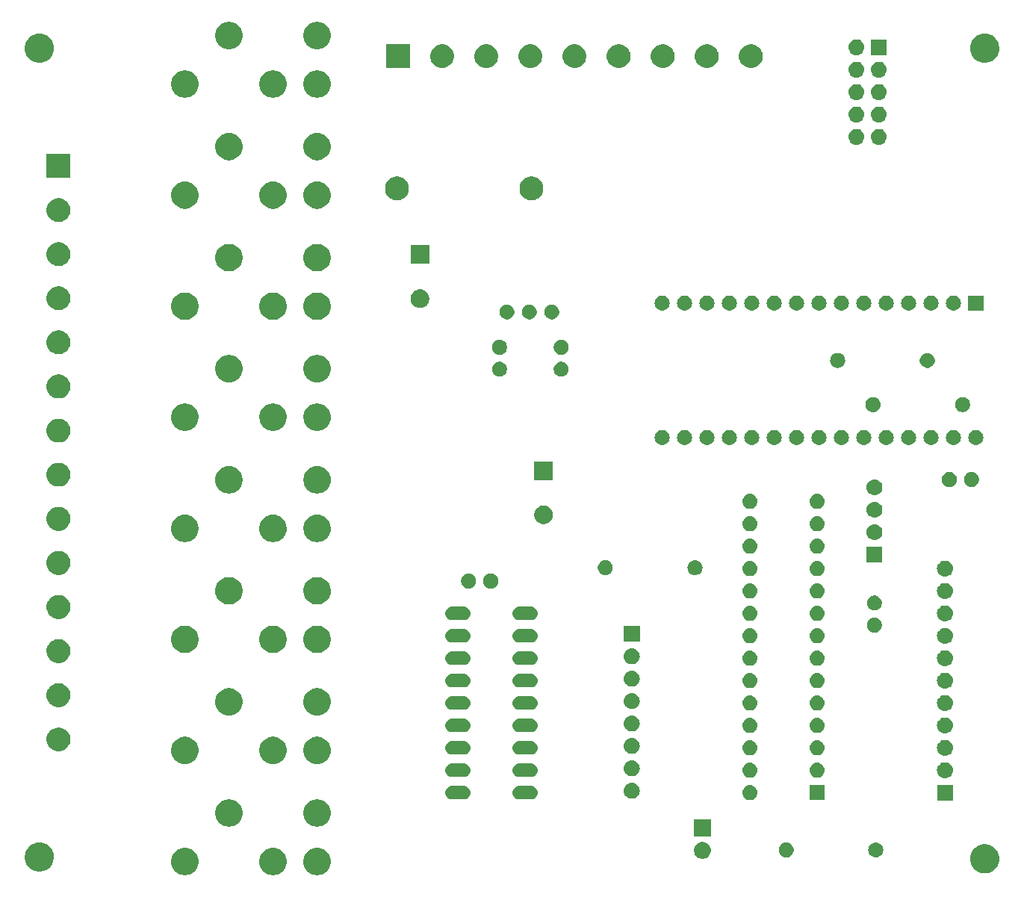
<source format=gbr>
G04 #@! TF.GenerationSoftware,KiCad,Pcbnew,(5.1.2)-2*
G04 #@! TF.CreationDate,2020-02-16T13:42:17-06:00*
G04 #@! TF.ProjectId,RC4,5243342e-6b69-4636-9164-5f7063625858,rev?*
G04 #@! TF.SameCoordinates,Original*
G04 #@! TF.FileFunction,Soldermask,Bot*
G04 #@! TF.FilePolarity,Negative*
%FSLAX46Y46*%
G04 Gerber Fmt 4.6, Leading zero omitted, Abs format (unit mm)*
G04 Created by KiCad (PCBNEW (5.1.2)-2) date 2020-02-16 13:42:17*
%MOMM*%
%LPD*%
G04 APERTURE LIST*
%ADD10C,0.100000*%
G04 APERTURE END LIST*
D10*
G36*
X70529043Y-144762604D02*
G01*
X70780410Y-144812604D01*
X71062674Y-144929521D01*
X71316705Y-145099259D01*
X71532741Y-145315295D01*
X71702479Y-145569326D01*
X71819396Y-145851590D01*
X71819396Y-145851591D01*
X71879000Y-146151239D01*
X71879000Y-146456761D01*
X71874063Y-146481579D01*
X71819396Y-146756410D01*
X71702479Y-147038674D01*
X71532741Y-147292705D01*
X71316705Y-147508741D01*
X71062674Y-147678479D01*
X70780410Y-147795396D01*
X70630585Y-147825198D01*
X70480761Y-147855000D01*
X70175239Y-147855000D01*
X70025415Y-147825198D01*
X69875590Y-147795396D01*
X69593326Y-147678479D01*
X69339295Y-147508741D01*
X69123259Y-147292705D01*
X68953521Y-147038674D01*
X68836604Y-146756410D01*
X68781937Y-146481579D01*
X68777000Y-146456761D01*
X68777000Y-146151239D01*
X68836604Y-145851591D01*
X68836604Y-145851590D01*
X68953521Y-145569326D01*
X69123259Y-145315295D01*
X69339295Y-145099259D01*
X69593326Y-144929521D01*
X69875590Y-144812604D01*
X70126957Y-144762604D01*
X70175239Y-144753000D01*
X70480761Y-144753000D01*
X70529043Y-144762604D01*
X70529043Y-144762604D01*
G37*
G36*
X80529043Y-144762604D02*
G01*
X80780410Y-144812604D01*
X81062674Y-144929521D01*
X81316705Y-145099259D01*
X81532741Y-145315295D01*
X81702479Y-145569326D01*
X81819396Y-145851590D01*
X81819396Y-145851591D01*
X81879000Y-146151239D01*
X81879000Y-146456761D01*
X81874063Y-146481579D01*
X81819396Y-146756410D01*
X81702479Y-147038674D01*
X81532741Y-147292705D01*
X81316705Y-147508741D01*
X81062674Y-147678479D01*
X80780410Y-147795396D01*
X80630585Y-147825198D01*
X80480761Y-147855000D01*
X80175239Y-147855000D01*
X80025415Y-147825198D01*
X79875590Y-147795396D01*
X79593326Y-147678479D01*
X79339295Y-147508741D01*
X79123259Y-147292705D01*
X78953521Y-147038674D01*
X78836604Y-146756410D01*
X78781937Y-146481579D01*
X78777000Y-146456761D01*
X78777000Y-146151239D01*
X78836604Y-145851591D01*
X78836604Y-145851590D01*
X78953521Y-145569326D01*
X79123259Y-145315295D01*
X79339295Y-145099259D01*
X79593326Y-144929521D01*
X79875590Y-144812604D01*
X80126957Y-144762604D01*
X80175239Y-144753000D01*
X80480761Y-144753000D01*
X80529043Y-144762604D01*
X80529043Y-144762604D01*
G37*
G36*
X85529043Y-144762604D02*
G01*
X85780410Y-144812604D01*
X86062674Y-144929521D01*
X86316705Y-145099259D01*
X86532741Y-145315295D01*
X86702479Y-145569326D01*
X86819396Y-145851590D01*
X86819396Y-145851591D01*
X86879000Y-146151239D01*
X86879000Y-146456761D01*
X86874063Y-146481579D01*
X86819396Y-146756410D01*
X86702479Y-147038674D01*
X86532741Y-147292705D01*
X86316705Y-147508741D01*
X86062674Y-147678479D01*
X85780410Y-147795396D01*
X85630585Y-147825198D01*
X85480761Y-147855000D01*
X85175239Y-147855000D01*
X85025415Y-147825198D01*
X84875590Y-147795396D01*
X84593326Y-147678479D01*
X84339295Y-147508741D01*
X84123259Y-147292705D01*
X83953521Y-147038674D01*
X83836604Y-146756410D01*
X83781937Y-146481579D01*
X83777000Y-146456761D01*
X83777000Y-146151239D01*
X83836604Y-145851591D01*
X83836604Y-145851590D01*
X83953521Y-145569326D01*
X84123259Y-145315295D01*
X84339295Y-145099259D01*
X84593326Y-144929521D01*
X84875590Y-144812604D01*
X85126957Y-144762604D01*
X85175239Y-144753000D01*
X85480761Y-144753000D01*
X85529043Y-144762604D01*
X85529043Y-144762604D01*
G37*
G36*
X161375256Y-144391298D02*
G01*
X161481579Y-144412447D01*
X161694037Y-144500450D01*
X161753118Y-144524922D01*
X161782042Y-144536903D01*
X162052451Y-144717585D01*
X162282415Y-144947549D01*
X162463097Y-145217958D01*
X162587553Y-145518421D01*
X162592339Y-145542481D01*
X162641579Y-145790025D01*
X162651000Y-145837391D01*
X162651000Y-146162609D01*
X162587553Y-146481579D01*
X162463097Y-146782042D01*
X162282415Y-147052451D01*
X162052451Y-147282415D01*
X161782042Y-147463097D01*
X161481579Y-147587553D01*
X161375256Y-147608702D01*
X161162611Y-147651000D01*
X160837389Y-147651000D01*
X160624744Y-147608702D01*
X160518421Y-147587553D01*
X160217958Y-147463097D01*
X159947549Y-147282415D01*
X159717585Y-147052451D01*
X159536903Y-146782042D01*
X159412447Y-146481579D01*
X159349000Y-146162609D01*
X159349000Y-145837391D01*
X159358422Y-145790025D01*
X159407661Y-145542481D01*
X159412447Y-145518421D01*
X159536903Y-145217958D01*
X159717585Y-144947549D01*
X159947549Y-144717585D01*
X160217958Y-144536903D01*
X160246883Y-144524922D01*
X160305963Y-144500450D01*
X160518421Y-144412447D01*
X160624744Y-144391298D01*
X160837389Y-144349000D01*
X161162611Y-144349000D01*
X161375256Y-144391298D01*
X161375256Y-144391298D01*
G37*
G36*
X54195128Y-144181703D02*
G01*
X54329579Y-144208447D01*
X54630042Y-144332903D01*
X54900451Y-144513585D01*
X55130415Y-144743549D01*
X55311097Y-145013958D01*
X55435553Y-145314421D01*
X55438103Y-145327242D01*
X55470571Y-145490466D01*
X55499000Y-145633391D01*
X55499000Y-145958609D01*
X55435553Y-146277579D01*
X55311097Y-146578042D01*
X55130415Y-146848451D01*
X54900451Y-147078415D01*
X54630042Y-147259097D01*
X54630041Y-147259098D01*
X54630040Y-147259098D01*
X54573745Y-147282416D01*
X54329579Y-147383553D01*
X54223256Y-147404702D01*
X54010611Y-147447000D01*
X53685389Y-147447000D01*
X53472744Y-147404702D01*
X53366421Y-147383553D01*
X53122255Y-147282416D01*
X53065960Y-147259098D01*
X53065959Y-147259098D01*
X53065958Y-147259097D01*
X52795549Y-147078415D01*
X52565585Y-146848451D01*
X52384903Y-146578042D01*
X52260447Y-146277579D01*
X52197000Y-145958609D01*
X52197000Y-145633391D01*
X52225430Y-145490466D01*
X52257897Y-145327242D01*
X52260447Y-145314421D01*
X52384903Y-145013958D01*
X52565585Y-144743549D01*
X52795549Y-144513585D01*
X53065958Y-144332903D01*
X53366421Y-144208447D01*
X53500872Y-144181703D01*
X53685389Y-144145000D01*
X54010611Y-144145000D01*
X54195128Y-144181703D01*
X54195128Y-144181703D01*
G37*
G36*
X129277395Y-144125546D02*
G01*
X129450466Y-144197234D01*
X129523228Y-144245852D01*
X129606227Y-144301310D01*
X129738690Y-144433773D01*
X129738691Y-144433775D01*
X129842766Y-144589534D01*
X129914454Y-144762605D01*
X129951000Y-144946333D01*
X129951000Y-145133667D01*
X129914454Y-145317395D01*
X129842766Y-145490466D01*
X129842765Y-145490467D01*
X129738690Y-145646227D01*
X129606227Y-145778690D01*
X129546954Y-145818295D01*
X129450466Y-145882766D01*
X129277395Y-145954454D01*
X129093667Y-145991000D01*
X128906333Y-145991000D01*
X128722605Y-145954454D01*
X128549534Y-145882766D01*
X128453046Y-145818295D01*
X128393773Y-145778690D01*
X128261310Y-145646227D01*
X128157235Y-145490467D01*
X128157234Y-145490466D01*
X128085546Y-145317395D01*
X128049000Y-145133667D01*
X128049000Y-144946333D01*
X128085546Y-144762605D01*
X128157234Y-144589534D01*
X128261309Y-144433775D01*
X128261310Y-144433773D01*
X128393773Y-144301310D01*
X128476772Y-144245852D01*
X128549534Y-144197234D01*
X128722605Y-144125546D01*
X128906333Y-144089000D01*
X129093667Y-144089000D01*
X129277395Y-144125546D01*
X129277395Y-144125546D01*
G37*
G36*
X138748228Y-144181703D02*
G01*
X138903100Y-144245853D01*
X139042481Y-144338985D01*
X139161015Y-144457519D01*
X139254147Y-144596900D01*
X139318297Y-144751772D01*
X139351000Y-144916184D01*
X139351000Y-145083816D01*
X139318297Y-145248228D01*
X139254147Y-145403100D01*
X139161015Y-145542481D01*
X139042481Y-145661015D01*
X138903100Y-145754147D01*
X138748228Y-145818297D01*
X138583816Y-145851000D01*
X138416184Y-145851000D01*
X138251772Y-145818297D01*
X138096900Y-145754147D01*
X137957519Y-145661015D01*
X137838985Y-145542481D01*
X137745853Y-145403100D01*
X137681703Y-145248228D01*
X137649000Y-145083816D01*
X137649000Y-144916184D01*
X137681703Y-144751772D01*
X137745853Y-144596900D01*
X137838985Y-144457519D01*
X137957519Y-144338985D01*
X138096900Y-144245853D01*
X138251772Y-144181703D01*
X138416184Y-144149000D01*
X138583816Y-144149000D01*
X138748228Y-144181703D01*
X138748228Y-144181703D01*
G37*
G36*
X148826823Y-144161313D02*
G01*
X148987242Y-144209976D01*
X149054361Y-144245852D01*
X149135078Y-144288996D01*
X149264659Y-144395341D01*
X149371004Y-144524922D01*
X149371005Y-144524924D01*
X149450024Y-144672758D01*
X149498687Y-144833177D01*
X149515117Y-145000000D01*
X149498687Y-145166823D01*
X149450024Y-145327242D01*
X149409477Y-145403100D01*
X149371004Y-145475078D01*
X149264659Y-145604659D01*
X149135078Y-145711004D01*
X149135076Y-145711005D01*
X148987242Y-145790024D01*
X148826823Y-145838687D01*
X148701804Y-145851000D01*
X148618196Y-145851000D01*
X148493177Y-145838687D01*
X148332758Y-145790024D01*
X148184924Y-145711005D01*
X148184922Y-145711004D01*
X148055341Y-145604659D01*
X147948996Y-145475078D01*
X147910523Y-145403100D01*
X147869976Y-145327242D01*
X147821313Y-145166823D01*
X147804883Y-145000000D01*
X147821313Y-144833177D01*
X147869976Y-144672758D01*
X147948995Y-144524924D01*
X147948996Y-144524922D01*
X148055341Y-144395341D01*
X148184922Y-144288996D01*
X148265639Y-144245852D01*
X148332758Y-144209976D01*
X148493177Y-144161313D01*
X148618196Y-144149000D01*
X148701804Y-144149000D01*
X148826823Y-144161313D01*
X148826823Y-144161313D01*
G37*
G36*
X129951000Y-143451000D02*
G01*
X128049000Y-143451000D01*
X128049000Y-141549000D01*
X129951000Y-141549000D01*
X129951000Y-143451000D01*
X129951000Y-143451000D01*
G37*
G36*
X75630585Y-139282802D02*
G01*
X75780410Y-139312604D01*
X76062674Y-139429521D01*
X76316705Y-139599259D01*
X76532741Y-139815295D01*
X76702479Y-140069326D01*
X76819396Y-140351590D01*
X76879000Y-140651240D01*
X76879000Y-140956760D01*
X76819396Y-141256410D01*
X76702479Y-141538674D01*
X76532741Y-141792705D01*
X76316705Y-142008741D01*
X76062674Y-142178479D01*
X75780410Y-142295396D01*
X75630585Y-142325198D01*
X75480761Y-142355000D01*
X75175239Y-142355000D01*
X75025415Y-142325198D01*
X74875590Y-142295396D01*
X74593326Y-142178479D01*
X74339295Y-142008741D01*
X74123259Y-141792705D01*
X73953521Y-141538674D01*
X73836604Y-141256410D01*
X73777000Y-140956760D01*
X73777000Y-140651240D01*
X73836604Y-140351590D01*
X73953521Y-140069326D01*
X74123259Y-139815295D01*
X74339295Y-139599259D01*
X74593326Y-139429521D01*
X74875590Y-139312604D01*
X75025415Y-139282802D01*
X75175239Y-139253000D01*
X75480761Y-139253000D01*
X75630585Y-139282802D01*
X75630585Y-139282802D01*
G37*
G36*
X85630585Y-139282802D02*
G01*
X85780410Y-139312604D01*
X86062674Y-139429521D01*
X86316705Y-139599259D01*
X86532741Y-139815295D01*
X86702479Y-140069326D01*
X86819396Y-140351590D01*
X86879000Y-140651240D01*
X86879000Y-140956760D01*
X86819396Y-141256410D01*
X86702479Y-141538674D01*
X86532741Y-141792705D01*
X86316705Y-142008741D01*
X86062674Y-142178479D01*
X85780410Y-142295396D01*
X85630585Y-142325198D01*
X85480761Y-142355000D01*
X85175239Y-142355000D01*
X85025415Y-142325198D01*
X84875590Y-142295396D01*
X84593326Y-142178479D01*
X84339295Y-142008741D01*
X84123259Y-141792705D01*
X83953521Y-141538674D01*
X83836604Y-141256410D01*
X83777000Y-140956760D01*
X83777000Y-140651240D01*
X83836604Y-140351590D01*
X83953521Y-140069326D01*
X84123259Y-139815295D01*
X84339295Y-139599259D01*
X84593326Y-139429521D01*
X84875590Y-139312604D01*
X85025415Y-139282802D01*
X85175239Y-139253000D01*
X85480761Y-139253000D01*
X85630585Y-139282802D01*
X85630585Y-139282802D01*
G37*
G36*
X157401000Y-139401000D02*
G01*
X155599000Y-139401000D01*
X155599000Y-137599000D01*
X157401000Y-137599000D01*
X157401000Y-139401000D01*
X157401000Y-139401000D01*
G37*
G36*
X134546823Y-137661313D02*
G01*
X134707242Y-137709976D01*
X134839906Y-137780886D01*
X134855078Y-137788996D01*
X134984659Y-137895341D01*
X135091004Y-138024922D01*
X135091005Y-138024924D01*
X135170024Y-138172758D01*
X135218687Y-138333177D01*
X135235117Y-138500000D01*
X135218687Y-138666823D01*
X135170024Y-138827242D01*
X135122907Y-138915391D01*
X135091004Y-138975078D01*
X134984659Y-139104659D01*
X134855078Y-139211004D01*
X134855076Y-139211005D01*
X134707242Y-139290024D01*
X134546823Y-139338687D01*
X134421804Y-139351000D01*
X134338196Y-139351000D01*
X134213177Y-139338687D01*
X134052758Y-139290024D01*
X133904924Y-139211005D01*
X133904922Y-139211004D01*
X133775341Y-139104659D01*
X133668996Y-138975078D01*
X133637093Y-138915391D01*
X133589976Y-138827242D01*
X133541313Y-138666823D01*
X133524883Y-138500000D01*
X133541313Y-138333177D01*
X133589976Y-138172758D01*
X133668995Y-138024924D01*
X133668996Y-138024922D01*
X133775341Y-137895341D01*
X133904922Y-137788996D01*
X133920094Y-137780886D01*
X134052758Y-137709976D01*
X134213177Y-137661313D01*
X134338196Y-137649000D01*
X134421804Y-137649000D01*
X134546823Y-137661313D01*
X134546823Y-137661313D01*
G37*
G36*
X142851000Y-139351000D02*
G01*
X141149000Y-139351000D01*
X141149000Y-137649000D01*
X142851000Y-137649000D01*
X142851000Y-139351000D01*
X142851000Y-139351000D01*
G37*
G36*
X109637143Y-137731675D02*
G01*
X109711778Y-137739026D01*
X109818042Y-137771261D01*
X109855419Y-137782599D01*
X109987791Y-137853354D01*
X110103822Y-137948578D01*
X110199046Y-138064609D01*
X110269801Y-138196981D01*
X110269802Y-138196985D01*
X110313374Y-138340622D01*
X110328086Y-138490000D01*
X110313374Y-138639378D01*
X110305048Y-138666825D01*
X110269801Y-138783019D01*
X110199046Y-138915391D01*
X110103822Y-139031422D01*
X109987791Y-139126646D01*
X109855419Y-139197401D01*
X109818042Y-139208739D01*
X109711778Y-139240974D01*
X109637143Y-139248325D01*
X109599827Y-139252000D01*
X108204173Y-139252000D01*
X108166857Y-139248325D01*
X108092222Y-139240974D01*
X107985958Y-139208739D01*
X107948581Y-139197401D01*
X107816209Y-139126646D01*
X107700178Y-139031422D01*
X107604954Y-138915391D01*
X107534199Y-138783019D01*
X107498952Y-138666825D01*
X107490626Y-138639378D01*
X107475914Y-138490000D01*
X107490626Y-138340622D01*
X107534198Y-138196985D01*
X107534199Y-138196981D01*
X107604954Y-138064609D01*
X107700178Y-137948578D01*
X107816209Y-137853354D01*
X107948581Y-137782599D01*
X107985958Y-137771261D01*
X108092222Y-137739026D01*
X108166857Y-137731675D01*
X108204173Y-137728000D01*
X109599827Y-137728000D01*
X109637143Y-137731675D01*
X109637143Y-137731675D01*
G37*
G36*
X102017143Y-137731675D02*
G01*
X102091778Y-137739026D01*
X102198042Y-137771261D01*
X102235419Y-137782599D01*
X102367791Y-137853354D01*
X102483822Y-137948578D01*
X102579046Y-138064609D01*
X102649801Y-138196981D01*
X102649802Y-138196985D01*
X102693374Y-138340622D01*
X102708086Y-138490000D01*
X102693374Y-138639378D01*
X102685048Y-138666825D01*
X102649801Y-138783019D01*
X102579046Y-138915391D01*
X102483822Y-139031422D01*
X102367791Y-139126646D01*
X102235419Y-139197401D01*
X102198042Y-139208739D01*
X102091778Y-139240974D01*
X102017143Y-139248325D01*
X101979827Y-139252000D01*
X100584173Y-139252000D01*
X100546857Y-139248325D01*
X100472222Y-139240974D01*
X100365958Y-139208739D01*
X100328581Y-139197401D01*
X100196209Y-139126646D01*
X100080178Y-139031422D01*
X99984954Y-138915391D01*
X99914199Y-138783019D01*
X99878952Y-138666825D01*
X99870626Y-138639378D01*
X99855914Y-138490000D01*
X99870626Y-138340622D01*
X99914198Y-138196985D01*
X99914199Y-138196981D01*
X99984954Y-138064609D01*
X100080178Y-137948578D01*
X100196209Y-137853354D01*
X100328581Y-137782599D01*
X100365958Y-137771261D01*
X100472222Y-137739026D01*
X100546857Y-137731675D01*
X100584173Y-137728000D01*
X101979827Y-137728000D01*
X102017143Y-137731675D01*
X102017143Y-137731675D01*
G37*
G36*
X121110442Y-137385518D02*
G01*
X121176627Y-137392037D01*
X121346466Y-137443557D01*
X121502991Y-137527222D01*
X121538729Y-137556552D01*
X121640186Y-137639814D01*
X121712557Y-137728000D01*
X121752778Y-137777009D01*
X121836443Y-137933534D01*
X121887963Y-138103373D01*
X121905359Y-138280000D01*
X121887963Y-138456627D01*
X121836443Y-138626466D01*
X121836442Y-138626468D01*
X121794610Y-138704729D01*
X121752778Y-138782991D01*
X121723448Y-138818729D01*
X121640186Y-138920186D01*
X121538729Y-139003448D01*
X121502991Y-139032778D01*
X121346466Y-139116443D01*
X121176627Y-139167963D01*
X121110442Y-139174482D01*
X121044260Y-139181000D01*
X120955740Y-139181000D01*
X120889558Y-139174482D01*
X120823373Y-139167963D01*
X120653534Y-139116443D01*
X120497009Y-139032778D01*
X120461271Y-139003448D01*
X120359814Y-138920186D01*
X120276552Y-138818729D01*
X120247222Y-138782991D01*
X120205390Y-138704729D01*
X120163558Y-138626468D01*
X120163557Y-138626466D01*
X120112037Y-138456627D01*
X120094641Y-138280000D01*
X120112037Y-138103373D01*
X120163557Y-137933534D01*
X120247222Y-137777009D01*
X120287443Y-137728000D01*
X120359814Y-137639814D01*
X120461271Y-137556552D01*
X120497009Y-137527222D01*
X120653534Y-137443557D01*
X120823373Y-137392037D01*
X120889558Y-137385518D01*
X120955740Y-137379000D01*
X121044260Y-137379000D01*
X121110442Y-137385518D01*
X121110442Y-137385518D01*
G37*
G36*
X156610442Y-135065518D02*
G01*
X156676627Y-135072037D01*
X156846466Y-135123557D01*
X157002991Y-135207222D01*
X157038729Y-135236552D01*
X157140186Y-135319814D01*
X157223448Y-135421271D01*
X157252778Y-135457009D01*
X157336443Y-135613534D01*
X157387963Y-135783373D01*
X157405359Y-135960000D01*
X157387963Y-136136627D01*
X157336443Y-136306466D01*
X157252778Y-136462991D01*
X157229445Y-136491422D01*
X157140186Y-136600186D01*
X157038729Y-136683448D01*
X157002991Y-136712778D01*
X156846466Y-136796443D01*
X156676627Y-136847963D01*
X156610443Y-136854481D01*
X156544260Y-136861000D01*
X156455740Y-136861000D01*
X156389557Y-136854481D01*
X156323373Y-136847963D01*
X156153534Y-136796443D01*
X155997009Y-136712778D01*
X155961271Y-136683448D01*
X155859814Y-136600186D01*
X155770555Y-136491422D01*
X155747222Y-136462991D01*
X155663557Y-136306466D01*
X155612037Y-136136627D01*
X155594641Y-135960000D01*
X155612037Y-135783373D01*
X155663557Y-135613534D01*
X155747222Y-135457009D01*
X155776552Y-135421271D01*
X155859814Y-135319814D01*
X155961271Y-135236552D01*
X155997009Y-135207222D01*
X156153534Y-135123557D01*
X156323373Y-135072037D01*
X156389558Y-135065518D01*
X156455740Y-135059000D01*
X156544260Y-135059000D01*
X156610442Y-135065518D01*
X156610442Y-135065518D01*
G37*
G36*
X142166823Y-135121313D02*
G01*
X142327242Y-135169976D01*
X142459906Y-135240886D01*
X142475078Y-135248996D01*
X142604659Y-135355341D01*
X142711004Y-135484922D01*
X142711005Y-135484924D01*
X142790024Y-135632758D01*
X142838687Y-135793177D01*
X142855117Y-135960000D01*
X142838687Y-136126823D01*
X142790024Y-136287242D01*
X142779747Y-136306468D01*
X142711004Y-136435078D01*
X142604659Y-136564659D01*
X142475078Y-136671004D01*
X142475076Y-136671005D01*
X142327242Y-136750024D01*
X142166823Y-136798687D01*
X142041804Y-136811000D01*
X141958196Y-136811000D01*
X141833177Y-136798687D01*
X141672758Y-136750024D01*
X141524924Y-136671005D01*
X141524922Y-136671004D01*
X141395341Y-136564659D01*
X141288996Y-136435078D01*
X141220253Y-136306468D01*
X141209976Y-136287242D01*
X141161313Y-136126823D01*
X141144883Y-135960000D01*
X141161313Y-135793177D01*
X141209976Y-135632758D01*
X141288995Y-135484924D01*
X141288996Y-135484922D01*
X141395341Y-135355341D01*
X141524922Y-135248996D01*
X141540094Y-135240886D01*
X141672758Y-135169976D01*
X141833177Y-135121313D01*
X141958196Y-135109000D01*
X142041804Y-135109000D01*
X142166823Y-135121313D01*
X142166823Y-135121313D01*
G37*
G36*
X134546823Y-135121313D02*
G01*
X134707242Y-135169976D01*
X134839906Y-135240886D01*
X134855078Y-135248996D01*
X134984659Y-135355341D01*
X135091004Y-135484922D01*
X135091005Y-135484924D01*
X135170024Y-135632758D01*
X135218687Y-135793177D01*
X135235117Y-135960000D01*
X135218687Y-136126823D01*
X135170024Y-136287242D01*
X135159747Y-136306468D01*
X135091004Y-136435078D01*
X134984659Y-136564659D01*
X134855078Y-136671004D01*
X134855076Y-136671005D01*
X134707242Y-136750024D01*
X134546823Y-136798687D01*
X134421804Y-136811000D01*
X134338196Y-136811000D01*
X134213177Y-136798687D01*
X134052758Y-136750024D01*
X133904924Y-136671005D01*
X133904922Y-136671004D01*
X133775341Y-136564659D01*
X133668996Y-136435078D01*
X133600253Y-136306468D01*
X133589976Y-136287242D01*
X133541313Y-136126823D01*
X133524883Y-135960000D01*
X133541313Y-135793177D01*
X133589976Y-135632758D01*
X133668995Y-135484924D01*
X133668996Y-135484922D01*
X133775341Y-135355341D01*
X133904922Y-135248996D01*
X133920094Y-135240886D01*
X134052758Y-135169976D01*
X134213177Y-135121313D01*
X134338196Y-135109000D01*
X134421804Y-135109000D01*
X134546823Y-135121313D01*
X134546823Y-135121313D01*
G37*
G36*
X102017143Y-135191675D02*
G01*
X102091778Y-135199026D01*
X102198042Y-135231261D01*
X102235419Y-135242599D01*
X102367791Y-135313354D01*
X102483822Y-135408578D01*
X102579046Y-135524609D01*
X102649801Y-135656981D01*
X102649802Y-135656985D01*
X102693374Y-135800622D01*
X102708086Y-135950000D01*
X102693374Y-136099378D01*
X102661139Y-136205642D01*
X102649801Y-136243019D01*
X102579046Y-136375391D01*
X102483822Y-136491422D01*
X102367791Y-136586646D01*
X102235419Y-136657401D01*
X102198042Y-136668739D01*
X102091778Y-136700974D01*
X102017143Y-136708325D01*
X101979827Y-136712000D01*
X100584173Y-136712000D01*
X100546857Y-136708325D01*
X100472222Y-136700974D01*
X100365958Y-136668739D01*
X100328581Y-136657401D01*
X100196209Y-136586646D01*
X100080178Y-136491422D01*
X99984954Y-136375391D01*
X99914199Y-136243019D01*
X99902861Y-136205642D01*
X99870626Y-136099378D01*
X99855914Y-135950000D01*
X99870626Y-135800622D01*
X99914198Y-135656985D01*
X99914199Y-135656981D01*
X99984954Y-135524609D01*
X100080178Y-135408578D01*
X100196209Y-135313354D01*
X100328581Y-135242599D01*
X100365958Y-135231261D01*
X100472222Y-135199026D01*
X100546857Y-135191675D01*
X100584173Y-135188000D01*
X101979827Y-135188000D01*
X102017143Y-135191675D01*
X102017143Y-135191675D01*
G37*
G36*
X109637143Y-135191675D02*
G01*
X109711778Y-135199026D01*
X109818042Y-135231261D01*
X109855419Y-135242599D01*
X109987791Y-135313354D01*
X110103822Y-135408578D01*
X110199046Y-135524609D01*
X110269801Y-135656981D01*
X110269802Y-135656985D01*
X110313374Y-135800622D01*
X110328086Y-135950000D01*
X110313374Y-136099378D01*
X110281139Y-136205642D01*
X110269801Y-136243019D01*
X110199046Y-136375391D01*
X110103822Y-136491422D01*
X109987791Y-136586646D01*
X109855419Y-136657401D01*
X109818042Y-136668739D01*
X109711778Y-136700974D01*
X109637143Y-136708325D01*
X109599827Y-136712000D01*
X108204173Y-136712000D01*
X108166857Y-136708325D01*
X108092222Y-136700974D01*
X107985958Y-136668739D01*
X107948581Y-136657401D01*
X107816209Y-136586646D01*
X107700178Y-136491422D01*
X107604954Y-136375391D01*
X107534199Y-136243019D01*
X107522861Y-136205642D01*
X107490626Y-136099378D01*
X107475914Y-135950000D01*
X107490626Y-135800622D01*
X107534198Y-135656985D01*
X107534199Y-135656981D01*
X107604954Y-135524609D01*
X107700178Y-135408578D01*
X107816209Y-135313354D01*
X107948581Y-135242599D01*
X107985958Y-135231261D01*
X108092222Y-135199026D01*
X108166857Y-135191675D01*
X108204173Y-135188000D01*
X109599827Y-135188000D01*
X109637143Y-135191675D01*
X109637143Y-135191675D01*
G37*
G36*
X121110443Y-134845519D02*
G01*
X121176627Y-134852037D01*
X121346466Y-134903557D01*
X121346468Y-134903558D01*
X121372725Y-134917593D01*
X121502991Y-134987222D01*
X121538729Y-135016552D01*
X121640186Y-135099814D01*
X121712557Y-135188000D01*
X121752778Y-135237009D01*
X121836443Y-135393534D01*
X121887963Y-135563373D01*
X121905359Y-135740000D01*
X121887963Y-135916627D01*
X121836443Y-136086466D01*
X121836442Y-136086468D01*
X121809632Y-136136625D01*
X121752778Y-136242991D01*
X121723448Y-136278729D01*
X121640186Y-136380186D01*
X121539289Y-136462989D01*
X121502991Y-136492778D01*
X121346466Y-136576443D01*
X121176627Y-136627963D01*
X121110442Y-136634482D01*
X121044260Y-136641000D01*
X120955740Y-136641000D01*
X120889558Y-136634482D01*
X120823373Y-136627963D01*
X120653534Y-136576443D01*
X120497009Y-136492778D01*
X120460711Y-136462989D01*
X120359814Y-136380186D01*
X120276552Y-136278729D01*
X120247222Y-136242991D01*
X120190368Y-136136625D01*
X120163558Y-136086468D01*
X120163557Y-136086466D01*
X120112037Y-135916627D01*
X120094641Y-135740000D01*
X120112037Y-135563373D01*
X120163557Y-135393534D01*
X120247222Y-135237009D01*
X120287443Y-135188000D01*
X120359814Y-135099814D01*
X120461271Y-135016552D01*
X120497009Y-134987222D01*
X120627275Y-134917593D01*
X120653532Y-134903558D01*
X120653534Y-134903557D01*
X120823373Y-134852037D01*
X120889557Y-134845519D01*
X120955740Y-134839000D01*
X121044260Y-134839000D01*
X121110443Y-134845519D01*
X121110443Y-134845519D01*
G37*
G36*
X85630585Y-132191654D02*
G01*
X85780410Y-132221456D01*
X86062674Y-132338373D01*
X86316705Y-132508111D01*
X86532741Y-132724147D01*
X86702479Y-132978178D01*
X86819396Y-133260442D01*
X86819396Y-133260443D01*
X86879000Y-133560091D01*
X86879000Y-133865613D01*
X86849198Y-134015437D01*
X86819396Y-134165262D01*
X86702479Y-134447526D01*
X86532741Y-134701557D01*
X86316705Y-134917593D01*
X86062674Y-135087331D01*
X85780410Y-135204248D01*
X85630585Y-135234050D01*
X85480761Y-135263852D01*
X85175239Y-135263852D01*
X85025415Y-135234050D01*
X84875590Y-135204248D01*
X84593326Y-135087331D01*
X84339295Y-134917593D01*
X84123259Y-134701557D01*
X83953521Y-134447526D01*
X83836604Y-134165262D01*
X83806802Y-134015437D01*
X83777000Y-133865613D01*
X83777000Y-133560091D01*
X83836604Y-133260443D01*
X83836604Y-133260442D01*
X83953521Y-132978178D01*
X84123259Y-132724147D01*
X84339295Y-132508111D01*
X84593326Y-132338373D01*
X84875590Y-132221456D01*
X85025415Y-132191654D01*
X85175239Y-132161852D01*
X85480761Y-132161852D01*
X85630585Y-132191654D01*
X85630585Y-132191654D01*
G37*
G36*
X80630585Y-132191654D02*
G01*
X80780410Y-132221456D01*
X81062674Y-132338373D01*
X81316705Y-132508111D01*
X81532741Y-132724147D01*
X81702479Y-132978178D01*
X81819396Y-133260442D01*
X81819396Y-133260443D01*
X81879000Y-133560091D01*
X81879000Y-133865613D01*
X81849198Y-134015437D01*
X81819396Y-134165262D01*
X81702479Y-134447526D01*
X81532741Y-134701557D01*
X81316705Y-134917593D01*
X81062674Y-135087331D01*
X80780410Y-135204248D01*
X80630585Y-135234050D01*
X80480761Y-135263852D01*
X80175239Y-135263852D01*
X80025415Y-135234050D01*
X79875590Y-135204248D01*
X79593326Y-135087331D01*
X79339295Y-134917593D01*
X79123259Y-134701557D01*
X78953521Y-134447526D01*
X78836604Y-134165262D01*
X78806802Y-134015437D01*
X78777000Y-133865613D01*
X78777000Y-133560091D01*
X78836604Y-133260443D01*
X78836604Y-133260442D01*
X78953521Y-132978178D01*
X79123259Y-132724147D01*
X79339295Y-132508111D01*
X79593326Y-132338373D01*
X79875590Y-132221456D01*
X80025415Y-132191654D01*
X80175239Y-132161852D01*
X80480761Y-132161852D01*
X80630585Y-132191654D01*
X80630585Y-132191654D01*
G37*
G36*
X70630585Y-132191654D02*
G01*
X70780410Y-132221456D01*
X71062674Y-132338373D01*
X71316705Y-132508111D01*
X71532741Y-132724147D01*
X71702479Y-132978178D01*
X71819396Y-133260442D01*
X71819396Y-133260443D01*
X71879000Y-133560091D01*
X71879000Y-133865613D01*
X71849198Y-134015437D01*
X71819396Y-134165262D01*
X71702479Y-134447526D01*
X71532741Y-134701557D01*
X71316705Y-134917593D01*
X71062674Y-135087331D01*
X70780410Y-135204248D01*
X70630585Y-135234050D01*
X70480761Y-135263852D01*
X70175239Y-135263852D01*
X70025415Y-135234050D01*
X69875590Y-135204248D01*
X69593326Y-135087331D01*
X69339295Y-134917593D01*
X69123259Y-134701557D01*
X68953521Y-134447526D01*
X68836604Y-134165262D01*
X68806802Y-134015437D01*
X68777000Y-133865613D01*
X68777000Y-133560091D01*
X68836604Y-133260443D01*
X68836604Y-133260442D01*
X68953521Y-132978178D01*
X69123259Y-132724147D01*
X69339295Y-132508111D01*
X69593326Y-132338373D01*
X69875590Y-132221456D01*
X70025415Y-132191654D01*
X70175239Y-132161852D01*
X70480761Y-132161852D01*
X70630585Y-132191654D01*
X70630585Y-132191654D01*
G37*
G36*
X156610442Y-132525518D02*
G01*
X156676627Y-132532037D01*
X156846466Y-132583557D01*
X157002991Y-132667222D01*
X157038729Y-132696552D01*
X157140186Y-132779814D01*
X157223448Y-132881271D01*
X157252778Y-132917009D01*
X157336443Y-133073534D01*
X157387963Y-133243373D01*
X157405359Y-133420000D01*
X157387963Y-133596627D01*
X157336443Y-133766466D01*
X157252778Y-133922991D01*
X157229445Y-133951422D01*
X157140186Y-134060186D01*
X157038729Y-134143448D01*
X157002991Y-134172778D01*
X156846466Y-134256443D01*
X156676627Y-134307963D01*
X156610443Y-134314481D01*
X156544260Y-134321000D01*
X156455740Y-134321000D01*
X156389557Y-134314481D01*
X156323373Y-134307963D01*
X156153534Y-134256443D01*
X155997009Y-134172778D01*
X155961271Y-134143448D01*
X155859814Y-134060186D01*
X155770555Y-133951422D01*
X155747222Y-133922991D01*
X155663557Y-133766466D01*
X155612037Y-133596627D01*
X155594641Y-133420000D01*
X155612037Y-133243373D01*
X155663557Y-133073534D01*
X155747222Y-132917009D01*
X155776552Y-132881271D01*
X155859814Y-132779814D01*
X155961271Y-132696552D01*
X155997009Y-132667222D01*
X156153534Y-132583557D01*
X156323373Y-132532037D01*
X156389558Y-132525518D01*
X156455740Y-132519000D01*
X156544260Y-132519000D01*
X156610442Y-132525518D01*
X156610442Y-132525518D01*
G37*
G36*
X142166823Y-132581313D02*
G01*
X142327242Y-132629976D01*
X142459906Y-132700886D01*
X142475078Y-132708996D01*
X142604659Y-132815341D01*
X142711004Y-132944922D01*
X142711005Y-132944924D01*
X142790024Y-133092758D01*
X142838687Y-133253177D01*
X142855117Y-133420000D01*
X142838687Y-133586823D01*
X142790024Y-133747242D01*
X142779747Y-133766468D01*
X142711004Y-133895078D01*
X142604659Y-134024659D01*
X142475078Y-134131004D01*
X142475076Y-134131005D01*
X142327242Y-134210024D01*
X142166823Y-134258687D01*
X142041804Y-134271000D01*
X141958196Y-134271000D01*
X141833177Y-134258687D01*
X141672758Y-134210024D01*
X141524924Y-134131005D01*
X141524922Y-134131004D01*
X141395341Y-134024659D01*
X141288996Y-133895078D01*
X141220253Y-133766468D01*
X141209976Y-133747242D01*
X141161313Y-133586823D01*
X141144883Y-133420000D01*
X141161313Y-133253177D01*
X141209976Y-133092758D01*
X141288995Y-132944924D01*
X141288996Y-132944922D01*
X141395341Y-132815341D01*
X141524922Y-132708996D01*
X141540094Y-132700886D01*
X141672758Y-132629976D01*
X141833177Y-132581313D01*
X141958196Y-132569000D01*
X142041804Y-132569000D01*
X142166823Y-132581313D01*
X142166823Y-132581313D01*
G37*
G36*
X134546823Y-132581313D02*
G01*
X134707242Y-132629976D01*
X134839906Y-132700886D01*
X134855078Y-132708996D01*
X134984659Y-132815341D01*
X135091004Y-132944922D01*
X135091005Y-132944924D01*
X135170024Y-133092758D01*
X135218687Y-133253177D01*
X135235117Y-133420000D01*
X135218687Y-133586823D01*
X135170024Y-133747242D01*
X135159747Y-133766468D01*
X135091004Y-133895078D01*
X134984659Y-134024659D01*
X134855078Y-134131004D01*
X134855076Y-134131005D01*
X134707242Y-134210024D01*
X134546823Y-134258687D01*
X134421804Y-134271000D01*
X134338196Y-134271000D01*
X134213177Y-134258687D01*
X134052758Y-134210024D01*
X133904924Y-134131005D01*
X133904922Y-134131004D01*
X133775341Y-134024659D01*
X133668996Y-133895078D01*
X133600253Y-133766468D01*
X133589976Y-133747242D01*
X133541313Y-133586823D01*
X133524883Y-133420000D01*
X133541313Y-133253177D01*
X133589976Y-133092758D01*
X133668995Y-132944924D01*
X133668996Y-132944922D01*
X133775341Y-132815341D01*
X133904922Y-132708996D01*
X133920094Y-132700886D01*
X134052758Y-132629976D01*
X134213177Y-132581313D01*
X134338196Y-132569000D01*
X134421804Y-132569000D01*
X134546823Y-132581313D01*
X134546823Y-132581313D01*
G37*
G36*
X109637143Y-132651675D02*
G01*
X109711778Y-132659026D01*
X109818042Y-132691261D01*
X109855419Y-132702599D01*
X109987791Y-132773354D01*
X110103822Y-132868578D01*
X110199046Y-132984609D01*
X110269801Y-133116981D01*
X110269802Y-133116985D01*
X110313374Y-133260622D01*
X110328086Y-133410000D01*
X110313374Y-133559378D01*
X110287024Y-133646241D01*
X110269801Y-133703019D01*
X110199046Y-133835391D01*
X110103822Y-133951422D01*
X109987791Y-134046646D01*
X109855419Y-134117401D01*
X109818042Y-134128739D01*
X109711778Y-134160974D01*
X109637143Y-134168325D01*
X109599827Y-134172000D01*
X108204173Y-134172000D01*
X108166857Y-134168325D01*
X108092222Y-134160974D01*
X107985958Y-134128739D01*
X107948581Y-134117401D01*
X107816209Y-134046646D01*
X107700178Y-133951422D01*
X107604954Y-133835391D01*
X107534199Y-133703019D01*
X107516976Y-133646241D01*
X107490626Y-133559378D01*
X107475914Y-133410000D01*
X107490626Y-133260622D01*
X107534198Y-133116985D01*
X107534199Y-133116981D01*
X107604954Y-132984609D01*
X107700178Y-132868578D01*
X107816209Y-132773354D01*
X107948581Y-132702599D01*
X107985958Y-132691261D01*
X108092222Y-132659026D01*
X108166857Y-132651675D01*
X108204173Y-132648000D01*
X109599827Y-132648000D01*
X109637143Y-132651675D01*
X109637143Y-132651675D01*
G37*
G36*
X102017143Y-132651675D02*
G01*
X102091778Y-132659026D01*
X102198042Y-132691261D01*
X102235419Y-132702599D01*
X102367791Y-132773354D01*
X102483822Y-132868578D01*
X102579046Y-132984609D01*
X102649801Y-133116981D01*
X102649802Y-133116985D01*
X102693374Y-133260622D01*
X102708086Y-133410000D01*
X102693374Y-133559378D01*
X102667024Y-133646241D01*
X102649801Y-133703019D01*
X102579046Y-133835391D01*
X102483822Y-133951422D01*
X102367791Y-134046646D01*
X102235419Y-134117401D01*
X102198042Y-134128739D01*
X102091778Y-134160974D01*
X102017143Y-134168325D01*
X101979827Y-134172000D01*
X100584173Y-134172000D01*
X100546857Y-134168325D01*
X100472222Y-134160974D01*
X100365958Y-134128739D01*
X100328581Y-134117401D01*
X100196209Y-134046646D01*
X100080178Y-133951422D01*
X99984954Y-133835391D01*
X99914199Y-133703019D01*
X99896976Y-133646241D01*
X99870626Y-133559378D01*
X99855914Y-133410000D01*
X99870626Y-133260622D01*
X99914198Y-133116985D01*
X99914199Y-133116981D01*
X99984954Y-132984609D01*
X100080178Y-132868578D01*
X100196209Y-132773354D01*
X100328581Y-132702599D01*
X100365958Y-132691261D01*
X100472222Y-132659026D01*
X100546857Y-132651675D01*
X100584173Y-132648000D01*
X101979827Y-132648000D01*
X102017143Y-132651675D01*
X102017143Y-132651675D01*
G37*
G36*
X121110443Y-132305519D02*
G01*
X121176627Y-132312037D01*
X121346466Y-132363557D01*
X121502991Y-132447222D01*
X121538729Y-132476552D01*
X121640186Y-132559814D01*
X121712557Y-132648000D01*
X121752778Y-132697009D01*
X121836443Y-132853534D01*
X121887963Y-133023373D01*
X121905359Y-133200000D01*
X121887963Y-133376627D01*
X121851026Y-133498391D01*
X121836442Y-133546468D01*
X121809632Y-133596625D01*
X121752778Y-133702991D01*
X121723448Y-133738729D01*
X121640186Y-133840186D01*
X121539289Y-133922989D01*
X121502991Y-133952778D01*
X121346466Y-134036443D01*
X121176627Y-134087963D01*
X121110443Y-134094481D01*
X121044260Y-134101000D01*
X120955740Y-134101000D01*
X120889557Y-134094481D01*
X120823373Y-134087963D01*
X120653534Y-134036443D01*
X120497009Y-133952778D01*
X120460711Y-133922989D01*
X120359814Y-133840186D01*
X120276552Y-133738729D01*
X120247222Y-133702991D01*
X120190368Y-133596625D01*
X120163558Y-133546468D01*
X120148974Y-133498391D01*
X120112037Y-133376627D01*
X120094641Y-133200000D01*
X120112037Y-133023373D01*
X120163557Y-132853534D01*
X120247222Y-132697009D01*
X120287443Y-132648000D01*
X120359814Y-132559814D01*
X120461271Y-132476552D01*
X120497009Y-132447222D01*
X120653534Y-132363557D01*
X120823373Y-132312037D01*
X120889557Y-132305519D01*
X120955740Y-132299000D01*
X121044260Y-132299000D01*
X121110443Y-132305519D01*
X121110443Y-132305519D01*
G37*
G36*
X56394072Y-131149918D02*
G01*
X56639939Y-131251759D01*
X56751328Y-131326187D01*
X56861211Y-131399609D01*
X57049391Y-131587789D01*
X57197242Y-131809063D01*
X57299082Y-132054928D01*
X57351000Y-132315937D01*
X57351000Y-132582063D01*
X57299082Y-132843072D01*
X57197242Y-133088937D01*
X57094050Y-133243375D01*
X57049390Y-133310212D01*
X56861212Y-133498390D01*
X56639939Y-133646241D01*
X56639938Y-133646242D01*
X56639937Y-133646242D01*
X56394072Y-133748082D01*
X56133063Y-133800000D01*
X55866937Y-133800000D01*
X55605928Y-133748082D01*
X55360063Y-133646242D01*
X55360062Y-133646242D01*
X55360061Y-133646241D01*
X55138788Y-133498390D01*
X54950610Y-133310212D01*
X54905951Y-133243375D01*
X54802758Y-133088937D01*
X54700918Y-132843072D01*
X54649000Y-132582063D01*
X54649000Y-132315937D01*
X54700918Y-132054928D01*
X54802758Y-131809063D01*
X54950609Y-131587789D01*
X55138789Y-131399609D01*
X55248672Y-131326187D01*
X55360061Y-131251759D01*
X55605928Y-131149918D01*
X55866937Y-131098000D01*
X56133063Y-131098000D01*
X56394072Y-131149918D01*
X56394072Y-131149918D01*
G37*
G36*
X156610442Y-129985518D02*
G01*
X156676627Y-129992037D01*
X156846466Y-130043557D01*
X157002991Y-130127222D01*
X157038729Y-130156552D01*
X157140186Y-130239814D01*
X157223448Y-130341271D01*
X157252778Y-130377009D01*
X157336443Y-130533534D01*
X157387963Y-130703373D01*
X157405359Y-130880000D01*
X157387963Y-131056627D01*
X157336443Y-131226466D01*
X157252778Y-131382991D01*
X157239140Y-131399609D01*
X157140186Y-131520186D01*
X157038729Y-131603448D01*
X157002991Y-131632778D01*
X156846466Y-131716443D01*
X156676627Y-131767963D01*
X156610442Y-131774482D01*
X156544260Y-131781000D01*
X156455740Y-131781000D01*
X156389558Y-131774482D01*
X156323373Y-131767963D01*
X156153534Y-131716443D01*
X155997009Y-131632778D01*
X155961271Y-131603448D01*
X155859814Y-131520186D01*
X155760860Y-131399609D01*
X155747222Y-131382991D01*
X155663557Y-131226466D01*
X155612037Y-131056627D01*
X155594641Y-130880000D01*
X155612037Y-130703373D01*
X155663557Y-130533534D01*
X155747222Y-130377009D01*
X155776552Y-130341271D01*
X155859814Y-130239814D01*
X155961271Y-130156552D01*
X155997009Y-130127222D01*
X156153534Y-130043557D01*
X156323373Y-129992037D01*
X156389558Y-129985518D01*
X156455740Y-129979000D01*
X156544260Y-129979000D01*
X156610442Y-129985518D01*
X156610442Y-129985518D01*
G37*
G36*
X134546823Y-130041313D02*
G01*
X134707242Y-130089976D01*
X134839906Y-130160886D01*
X134855078Y-130168996D01*
X134984659Y-130275341D01*
X135091004Y-130404922D01*
X135091005Y-130404924D01*
X135170024Y-130552758D01*
X135218687Y-130713177D01*
X135235117Y-130880000D01*
X135218687Y-131046823D01*
X135170024Y-131207242D01*
X135146229Y-131251759D01*
X135091004Y-131355078D01*
X134984659Y-131484659D01*
X134855078Y-131591004D01*
X134855076Y-131591005D01*
X134707242Y-131670024D01*
X134546823Y-131718687D01*
X134421804Y-131731000D01*
X134338196Y-131731000D01*
X134213177Y-131718687D01*
X134052758Y-131670024D01*
X133904924Y-131591005D01*
X133904922Y-131591004D01*
X133775341Y-131484659D01*
X133668996Y-131355078D01*
X133613771Y-131251759D01*
X133589976Y-131207242D01*
X133541313Y-131046823D01*
X133524883Y-130880000D01*
X133541313Y-130713177D01*
X133589976Y-130552758D01*
X133668995Y-130404924D01*
X133668996Y-130404922D01*
X133775341Y-130275341D01*
X133904922Y-130168996D01*
X133920094Y-130160886D01*
X134052758Y-130089976D01*
X134213177Y-130041313D01*
X134338196Y-130029000D01*
X134421804Y-130029000D01*
X134546823Y-130041313D01*
X134546823Y-130041313D01*
G37*
G36*
X142166823Y-130041313D02*
G01*
X142327242Y-130089976D01*
X142459906Y-130160886D01*
X142475078Y-130168996D01*
X142604659Y-130275341D01*
X142711004Y-130404922D01*
X142711005Y-130404924D01*
X142790024Y-130552758D01*
X142838687Y-130713177D01*
X142855117Y-130880000D01*
X142838687Y-131046823D01*
X142790024Y-131207242D01*
X142766229Y-131251759D01*
X142711004Y-131355078D01*
X142604659Y-131484659D01*
X142475078Y-131591004D01*
X142475076Y-131591005D01*
X142327242Y-131670024D01*
X142166823Y-131718687D01*
X142041804Y-131731000D01*
X141958196Y-131731000D01*
X141833177Y-131718687D01*
X141672758Y-131670024D01*
X141524924Y-131591005D01*
X141524922Y-131591004D01*
X141395341Y-131484659D01*
X141288996Y-131355078D01*
X141233771Y-131251759D01*
X141209976Y-131207242D01*
X141161313Y-131046823D01*
X141144883Y-130880000D01*
X141161313Y-130713177D01*
X141209976Y-130552758D01*
X141288995Y-130404924D01*
X141288996Y-130404922D01*
X141395341Y-130275341D01*
X141524922Y-130168996D01*
X141540094Y-130160886D01*
X141672758Y-130089976D01*
X141833177Y-130041313D01*
X141958196Y-130029000D01*
X142041804Y-130029000D01*
X142166823Y-130041313D01*
X142166823Y-130041313D01*
G37*
G36*
X102017143Y-130111675D02*
G01*
X102091778Y-130119026D01*
X102198042Y-130151261D01*
X102235419Y-130162599D01*
X102367791Y-130233354D01*
X102483822Y-130328578D01*
X102579046Y-130444609D01*
X102649801Y-130576981D01*
X102649802Y-130576985D01*
X102693374Y-130720622D01*
X102708086Y-130870000D01*
X102693374Y-131019378D01*
X102669524Y-131098000D01*
X102649801Y-131163019D01*
X102579046Y-131295391D01*
X102483822Y-131411422D01*
X102367791Y-131506646D01*
X102235419Y-131577401D01*
X102201177Y-131587788D01*
X102091778Y-131620974D01*
X102017143Y-131628325D01*
X101979827Y-131632000D01*
X100584173Y-131632000D01*
X100546857Y-131628325D01*
X100472222Y-131620974D01*
X100362823Y-131587788D01*
X100328581Y-131577401D01*
X100196209Y-131506646D01*
X100080178Y-131411422D01*
X99984954Y-131295391D01*
X99914199Y-131163019D01*
X99894476Y-131098000D01*
X99870626Y-131019378D01*
X99855914Y-130870000D01*
X99870626Y-130720622D01*
X99914198Y-130576985D01*
X99914199Y-130576981D01*
X99984954Y-130444609D01*
X100080178Y-130328578D01*
X100196209Y-130233354D01*
X100328581Y-130162599D01*
X100365958Y-130151261D01*
X100472222Y-130119026D01*
X100546857Y-130111675D01*
X100584173Y-130108000D01*
X101979827Y-130108000D01*
X102017143Y-130111675D01*
X102017143Y-130111675D01*
G37*
G36*
X109637143Y-130111675D02*
G01*
X109711778Y-130119026D01*
X109818042Y-130151261D01*
X109855419Y-130162599D01*
X109987791Y-130233354D01*
X110103822Y-130328578D01*
X110199046Y-130444609D01*
X110269801Y-130576981D01*
X110269802Y-130576985D01*
X110313374Y-130720622D01*
X110328086Y-130870000D01*
X110313374Y-131019378D01*
X110289524Y-131098000D01*
X110269801Y-131163019D01*
X110199046Y-131295391D01*
X110103822Y-131411422D01*
X109987791Y-131506646D01*
X109855419Y-131577401D01*
X109821177Y-131587788D01*
X109711778Y-131620974D01*
X109637143Y-131628325D01*
X109599827Y-131632000D01*
X108204173Y-131632000D01*
X108166857Y-131628325D01*
X108092222Y-131620974D01*
X107982823Y-131587788D01*
X107948581Y-131577401D01*
X107816209Y-131506646D01*
X107700178Y-131411422D01*
X107604954Y-131295391D01*
X107534199Y-131163019D01*
X107514476Y-131098000D01*
X107490626Y-131019378D01*
X107475914Y-130870000D01*
X107490626Y-130720622D01*
X107534198Y-130576985D01*
X107534199Y-130576981D01*
X107604954Y-130444609D01*
X107700178Y-130328578D01*
X107816209Y-130233354D01*
X107948581Y-130162599D01*
X107985958Y-130151261D01*
X108092222Y-130119026D01*
X108166857Y-130111675D01*
X108204173Y-130108000D01*
X109599827Y-130108000D01*
X109637143Y-130111675D01*
X109637143Y-130111675D01*
G37*
G36*
X121093522Y-129763852D02*
G01*
X121176627Y-129772037D01*
X121346466Y-129823557D01*
X121502991Y-129907222D01*
X121538729Y-129936552D01*
X121640186Y-130019814D01*
X121712557Y-130108000D01*
X121752778Y-130157009D01*
X121836443Y-130313534D01*
X121887963Y-130483373D01*
X121905359Y-130660000D01*
X121887963Y-130836627D01*
X121836443Y-131006466D01*
X121836442Y-131006468D01*
X121809632Y-131056625D01*
X121752778Y-131162991D01*
X121723448Y-131198729D01*
X121640186Y-131300186D01*
X121539289Y-131382989D01*
X121502991Y-131412778D01*
X121346466Y-131496443D01*
X121176627Y-131547963D01*
X121110443Y-131554481D01*
X121044260Y-131561000D01*
X120955740Y-131561000D01*
X120889557Y-131554481D01*
X120823373Y-131547963D01*
X120653534Y-131496443D01*
X120497009Y-131412778D01*
X120460711Y-131382989D01*
X120359814Y-131300186D01*
X120276552Y-131198729D01*
X120247222Y-131162991D01*
X120190368Y-131056625D01*
X120163558Y-131006468D01*
X120163557Y-131006466D01*
X120112037Y-130836627D01*
X120094641Y-130660000D01*
X120112037Y-130483373D01*
X120163557Y-130313534D01*
X120247222Y-130157009D01*
X120287443Y-130108000D01*
X120359814Y-130019814D01*
X120461271Y-129936552D01*
X120497009Y-129907222D01*
X120653534Y-129823557D01*
X120823373Y-129772037D01*
X120906478Y-129763852D01*
X120955740Y-129759000D01*
X121044260Y-129759000D01*
X121093522Y-129763852D01*
X121093522Y-129763852D01*
G37*
G36*
X75612029Y-126687963D02*
G01*
X75780410Y-126721456D01*
X76062674Y-126838373D01*
X76316705Y-127008111D01*
X76532741Y-127224147D01*
X76702479Y-127478178D01*
X76819396Y-127760442D01*
X76834626Y-127837009D01*
X76865761Y-127993532D01*
X76879000Y-128060092D01*
X76879000Y-128365612D01*
X76819396Y-128665262D01*
X76702479Y-128947526D01*
X76532741Y-129201557D01*
X76316705Y-129417593D01*
X76062674Y-129587331D01*
X75780410Y-129704248D01*
X75630585Y-129734050D01*
X75480761Y-129763852D01*
X75175239Y-129763852D01*
X75025415Y-129734050D01*
X74875590Y-129704248D01*
X74593326Y-129587331D01*
X74339295Y-129417593D01*
X74123259Y-129201557D01*
X73953521Y-128947526D01*
X73836604Y-128665262D01*
X73777000Y-128365612D01*
X73777000Y-128060092D01*
X73790240Y-127993532D01*
X73821374Y-127837009D01*
X73836604Y-127760442D01*
X73953521Y-127478178D01*
X74123259Y-127224147D01*
X74339295Y-127008111D01*
X74593326Y-126838373D01*
X74875590Y-126721456D01*
X75043971Y-126687963D01*
X75175239Y-126661852D01*
X75480761Y-126661852D01*
X75612029Y-126687963D01*
X75612029Y-126687963D01*
G37*
G36*
X85612029Y-126687963D02*
G01*
X85780410Y-126721456D01*
X86062674Y-126838373D01*
X86316705Y-127008111D01*
X86532741Y-127224147D01*
X86702479Y-127478178D01*
X86819396Y-127760442D01*
X86834626Y-127837009D01*
X86865761Y-127993532D01*
X86879000Y-128060092D01*
X86879000Y-128365612D01*
X86819396Y-128665262D01*
X86702479Y-128947526D01*
X86532741Y-129201557D01*
X86316705Y-129417593D01*
X86062674Y-129587331D01*
X85780410Y-129704248D01*
X85630585Y-129734050D01*
X85480761Y-129763852D01*
X85175239Y-129763852D01*
X85025415Y-129734050D01*
X84875590Y-129704248D01*
X84593326Y-129587331D01*
X84339295Y-129417593D01*
X84123259Y-129201557D01*
X83953521Y-128947526D01*
X83836604Y-128665262D01*
X83777000Y-128365612D01*
X83777000Y-128060092D01*
X83790240Y-127993532D01*
X83821374Y-127837009D01*
X83836604Y-127760442D01*
X83953521Y-127478178D01*
X84123259Y-127224147D01*
X84339295Y-127008111D01*
X84593326Y-126838373D01*
X84875590Y-126721456D01*
X85043971Y-126687963D01*
X85175239Y-126661852D01*
X85480761Y-126661852D01*
X85612029Y-126687963D01*
X85612029Y-126687963D01*
G37*
G36*
X156610443Y-127445519D02*
G01*
X156676627Y-127452037D01*
X156846466Y-127503557D01*
X157002991Y-127587222D01*
X157038729Y-127616552D01*
X157140186Y-127699814D01*
X157223448Y-127801271D01*
X157252778Y-127837009D01*
X157336443Y-127993534D01*
X157387963Y-128163373D01*
X157405359Y-128340000D01*
X157387963Y-128516627D01*
X157336443Y-128686466D01*
X157252778Y-128842991D01*
X157229445Y-128871422D01*
X157140186Y-128980186D01*
X157038729Y-129063448D01*
X157002991Y-129092778D01*
X156846466Y-129176443D01*
X156676627Y-129227963D01*
X156610442Y-129234482D01*
X156544260Y-129241000D01*
X156455740Y-129241000D01*
X156389558Y-129234482D01*
X156323373Y-129227963D01*
X156153534Y-129176443D01*
X155997009Y-129092778D01*
X155961271Y-129063448D01*
X155859814Y-128980186D01*
X155770555Y-128871422D01*
X155747222Y-128842991D01*
X155663557Y-128686466D01*
X155612037Y-128516627D01*
X155594641Y-128340000D01*
X155612037Y-128163373D01*
X155663557Y-127993534D01*
X155747222Y-127837009D01*
X155776552Y-127801271D01*
X155859814Y-127699814D01*
X155961271Y-127616552D01*
X155997009Y-127587222D01*
X156153534Y-127503557D01*
X156323373Y-127452037D01*
X156389557Y-127445519D01*
X156455740Y-127439000D01*
X156544260Y-127439000D01*
X156610443Y-127445519D01*
X156610443Y-127445519D01*
G37*
G36*
X142166823Y-127501313D02*
G01*
X142327242Y-127549976D01*
X142459906Y-127620886D01*
X142475078Y-127628996D01*
X142604659Y-127735341D01*
X142711004Y-127864922D01*
X142711005Y-127864924D01*
X142790024Y-128012758D01*
X142838687Y-128173177D01*
X142855117Y-128340000D01*
X142838687Y-128506823D01*
X142790024Y-128667242D01*
X142779747Y-128686468D01*
X142711004Y-128815078D01*
X142604659Y-128944659D01*
X142475078Y-129051004D01*
X142475076Y-129051005D01*
X142327242Y-129130024D01*
X142166823Y-129178687D01*
X142041804Y-129191000D01*
X141958196Y-129191000D01*
X141833177Y-129178687D01*
X141672758Y-129130024D01*
X141524924Y-129051005D01*
X141524922Y-129051004D01*
X141395341Y-128944659D01*
X141288996Y-128815078D01*
X141220253Y-128686468D01*
X141209976Y-128667242D01*
X141161313Y-128506823D01*
X141144883Y-128340000D01*
X141161313Y-128173177D01*
X141209976Y-128012758D01*
X141288995Y-127864924D01*
X141288996Y-127864922D01*
X141395341Y-127735341D01*
X141524922Y-127628996D01*
X141540094Y-127620886D01*
X141672758Y-127549976D01*
X141833177Y-127501313D01*
X141958196Y-127489000D01*
X142041804Y-127489000D01*
X142166823Y-127501313D01*
X142166823Y-127501313D01*
G37*
G36*
X134546823Y-127501313D02*
G01*
X134707242Y-127549976D01*
X134839906Y-127620886D01*
X134855078Y-127628996D01*
X134984659Y-127735341D01*
X135091004Y-127864922D01*
X135091005Y-127864924D01*
X135170024Y-128012758D01*
X135218687Y-128173177D01*
X135235117Y-128340000D01*
X135218687Y-128506823D01*
X135170024Y-128667242D01*
X135159747Y-128686468D01*
X135091004Y-128815078D01*
X134984659Y-128944659D01*
X134855078Y-129051004D01*
X134855076Y-129051005D01*
X134707242Y-129130024D01*
X134546823Y-129178687D01*
X134421804Y-129191000D01*
X134338196Y-129191000D01*
X134213177Y-129178687D01*
X134052758Y-129130024D01*
X133904924Y-129051005D01*
X133904922Y-129051004D01*
X133775341Y-128944659D01*
X133668996Y-128815078D01*
X133600253Y-128686468D01*
X133589976Y-128667242D01*
X133541313Y-128506823D01*
X133524883Y-128340000D01*
X133541313Y-128173177D01*
X133589976Y-128012758D01*
X133668995Y-127864924D01*
X133668996Y-127864922D01*
X133775341Y-127735341D01*
X133904922Y-127628996D01*
X133920094Y-127620886D01*
X134052758Y-127549976D01*
X134213177Y-127501313D01*
X134338196Y-127489000D01*
X134421804Y-127489000D01*
X134546823Y-127501313D01*
X134546823Y-127501313D01*
G37*
G36*
X109637143Y-127571675D02*
G01*
X109711778Y-127579026D01*
X109818042Y-127611261D01*
X109855419Y-127622599D01*
X109987791Y-127693354D01*
X110103822Y-127788578D01*
X110199046Y-127904609D01*
X110269801Y-128036981D01*
X110281139Y-128074358D01*
X110313374Y-128180622D01*
X110328086Y-128330000D01*
X110313374Y-128479378D01*
X110281139Y-128585642D01*
X110269801Y-128623019D01*
X110199046Y-128755391D01*
X110103822Y-128871422D01*
X109987791Y-128966646D01*
X109855419Y-129037401D01*
X109818042Y-129048739D01*
X109711778Y-129080974D01*
X109637143Y-129088325D01*
X109599827Y-129092000D01*
X108204173Y-129092000D01*
X108166857Y-129088325D01*
X108092222Y-129080974D01*
X107985958Y-129048739D01*
X107948581Y-129037401D01*
X107816209Y-128966646D01*
X107700178Y-128871422D01*
X107604954Y-128755391D01*
X107534199Y-128623019D01*
X107522861Y-128585642D01*
X107490626Y-128479378D01*
X107475914Y-128330000D01*
X107490626Y-128180622D01*
X107522861Y-128074358D01*
X107534199Y-128036981D01*
X107604954Y-127904609D01*
X107700178Y-127788578D01*
X107816209Y-127693354D01*
X107948581Y-127622599D01*
X107985958Y-127611261D01*
X108092222Y-127579026D01*
X108166857Y-127571675D01*
X108204173Y-127568000D01*
X109599827Y-127568000D01*
X109637143Y-127571675D01*
X109637143Y-127571675D01*
G37*
G36*
X102017143Y-127571675D02*
G01*
X102091778Y-127579026D01*
X102198042Y-127611261D01*
X102235419Y-127622599D01*
X102367791Y-127693354D01*
X102483822Y-127788578D01*
X102579046Y-127904609D01*
X102649801Y-128036981D01*
X102661139Y-128074358D01*
X102693374Y-128180622D01*
X102708086Y-128330000D01*
X102693374Y-128479378D01*
X102661139Y-128585642D01*
X102649801Y-128623019D01*
X102579046Y-128755391D01*
X102483822Y-128871422D01*
X102367791Y-128966646D01*
X102235419Y-129037401D01*
X102198042Y-129048739D01*
X102091778Y-129080974D01*
X102017143Y-129088325D01*
X101979827Y-129092000D01*
X100584173Y-129092000D01*
X100546857Y-129088325D01*
X100472222Y-129080974D01*
X100365958Y-129048739D01*
X100328581Y-129037401D01*
X100196209Y-128966646D01*
X100080178Y-128871422D01*
X99984954Y-128755391D01*
X99914199Y-128623019D01*
X99902861Y-128585642D01*
X99870626Y-128479378D01*
X99855914Y-128330000D01*
X99870626Y-128180622D01*
X99902861Y-128074358D01*
X99914199Y-128036981D01*
X99984954Y-127904609D01*
X100080178Y-127788578D01*
X100196209Y-127693354D01*
X100328581Y-127622599D01*
X100365958Y-127611261D01*
X100472222Y-127579026D01*
X100546857Y-127571675D01*
X100584173Y-127568000D01*
X101979827Y-127568000D01*
X102017143Y-127571675D01*
X102017143Y-127571675D01*
G37*
G36*
X121110443Y-127225519D02*
G01*
X121176627Y-127232037D01*
X121346466Y-127283557D01*
X121502991Y-127367222D01*
X121538729Y-127396552D01*
X121640186Y-127479814D01*
X121712557Y-127568000D01*
X121752778Y-127617009D01*
X121836443Y-127773534D01*
X121887963Y-127943373D01*
X121905359Y-128120000D01*
X121887963Y-128296627D01*
X121867036Y-128365613D01*
X121836442Y-128466468D01*
X121809632Y-128516625D01*
X121752778Y-128622991D01*
X121733697Y-128646241D01*
X121640186Y-128760186D01*
X121539289Y-128842989D01*
X121502991Y-128872778D01*
X121502989Y-128872779D01*
X121363149Y-128947526D01*
X121346466Y-128956443D01*
X121176627Y-129007963D01*
X121110443Y-129014481D01*
X121044260Y-129021000D01*
X120955740Y-129021000D01*
X120889557Y-129014481D01*
X120823373Y-129007963D01*
X120653534Y-128956443D01*
X120636852Y-128947526D01*
X120497011Y-128872779D01*
X120497009Y-128872778D01*
X120460711Y-128842989D01*
X120359814Y-128760186D01*
X120266303Y-128646241D01*
X120247222Y-128622991D01*
X120190368Y-128516625D01*
X120163558Y-128466468D01*
X120132964Y-128365613D01*
X120112037Y-128296627D01*
X120094641Y-128120000D01*
X120112037Y-127943373D01*
X120163557Y-127773534D01*
X120247222Y-127617009D01*
X120287443Y-127568000D01*
X120359814Y-127479814D01*
X120461271Y-127396552D01*
X120497009Y-127367222D01*
X120653534Y-127283557D01*
X120823373Y-127232037D01*
X120889557Y-127225519D01*
X120955740Y-127219000D01*
X121044260Y-127219000D01*
X121110443Y-127225519D01*
X121110443Y-127225519D01*
G37*
G36*
X56394072Y-126149918D02*
G01*
X56563713Y-126220185D01*
X56639939Y-126251759D01*
X56751328Y-126326187D01*
X56861211Y-126399609D01*
X57049391Y-126587789D01*
X57197242Y-126809063D01*
X57299082Y-127054928D01*
X57351000Y-127315937D01*
X57351000Y-127582063D01*
X57327578Y-127699814D01*
X57299082Y-127843072D01*
X57197241Y-128088939D01*
X57135980Y-128180622D01*
X57049391Y-128310211D01*
X56861211Y-128498391D01*
X56833922Y-128516625D01*
X56639939Y-128646241D01*
X56639938Y-128646242D01*
X56639937Y-128646242D01*
X56394072Y-128748082D01*
X56133063Y-128800000D01*
X55866937Y-128800000D01*
X55605928Y-128748082D01*
X55360063Y-128646242D01*
X55360062Y-128646242D01*
X55360061Y-128646241D01*
X55166078Y-128516625D01*
X55138789Y-128498391D01*
X54950609Y-128310211D01*
X54864020Y-128180622D01*
X54802759Y-128088939D01*
X54700918Y-127843072D01*
X54672422Y-127699814D01*
X54649000Y-127582063D01*
X54649000Y-127315937D01*
X54700918Y-127054928D01*
X54802758Y-126809063D01*
X54950609Y-126587789D01*
X55138789Y-126399609D01*
X55248672Y-126326187D01*
X55360061Y-126251759D01*
X55436288Y-126220185D01*
X55605928Y-126149918D01*
X55866937Y-126098000D01*
X56133063Y-126098000D01*
X56394072Y-126149918D01*
X56394072Y-126149918D01*
G37*
G36*
X156610443Y-124905519D02*
G01*
X156676627Y-124912037D01*
X156846466Y-124963557D01*
X157002991Y-125047222D01*
X157038729Y-125076552D01*
X157140186Y-125159814D01*
X157223448Y-125261271D01*
X157252778Y-125297009D01*
X157336443Y-125453534D01*
X157387963Y-125623373D01*
X157405359Y-125800000D01*
X157387963Y-125976627D01*
X157336443Y-126146466D01*
X157252778Y-126302991D01*
X157229445Y-126331422D01*
X157140186Y-126440186D01*
X157038729Y-126523448D01*
X157002991Y-126552778D01*
X156846466Y-126636443D01*
X156676627Y-126687963D01*
X156610442Y-126694482D01*
X156544260Y-126701000D01*
X156455740Y-126701000D01*
X156389558Y-126694482D01*
X156323373Y-126687963D01*
X156153534Y-126636443D01*
X155997009Y-126552778D01*
X155961271Y-126523448D01*
X155859814Y-126440186D01*
X155770555Y-126331422D01*
X155747222Y-126302991D01*
X155663557Y-126146466D01*
X155612037Y-125976627D01*
X155594641Y-125800000D01*
X155612037Y-125623373D01*
X155663557Y-125453534D01*
X155747222Y-125297009D01*
X155776552Y-125261271D01*
X155859814Y-125159814D01*
X155961271Y-125076552D01*
X155997009Y-125047222D01*
X156153534Y-124963557D01*
X156323373Y-124912037D01*
X156389557Y-124905519D01*
X156455740Y-124899000D01*
X156544260Y-124899000D01*
X156610443Y-124905519D01*
X156610443Y-124905519D01*
G37*
G36*
X142166823Y-124961313D02*
G01*
X142327242Y-125009976D01*
X142459906Y-125080886D01*
X142475078Y-125088996D01*
X142604659Y-125195341D01*
X142711004Y-125324922D01*
X142711005Y-125324924D01*
X142790024Y-125472758D01*
X142838687Y-125633177D01*
X142855117Y-125800000D01*
X142838687Y-125966823D01*
X142790024Y-126127242D01*
X142779747Y-126146468D01*
X142711004Y-126275078D01*
X142604659Y-126404659D01*
X142475078Y-126511004D01*
X142475076Y-126511005D01*
X142327242Y-126590024D01*
X142166823Y-126638687D01*
X142041804Y-126651000D01*
X141958196Y-126651000D01*
X141833177Y-126638687D01*
X141672758Y-126590024D01*
X141524924Y-126511005D01*
X141524922Y-126511004D01*
X141395341Y-126404659D01*
X141288996Y-126275078D01*
X141220253Y-126146468D01*
X141209976Y-126127242D01*
X141161313Y-125966823D01*
X141144883Y-125800000D01*
X141161313Y-125633177D01*
X141209976Y-125472758D01*
X141288995Y-125324924D01*
X141288996Y-125324922D01*
X141395341Y-125195341D01*
X141524922Y-125088996D01*
X141540094Y-125080886D01*
X141672758Y-125009976D01*
X141833177Y-124961313D01*
X141958196Y-124949000D01*
X142041804Y-124949000D01*
X142166823Y-124961313D01*
X142166823Y-124961313D01*
G37*
G36*
X134546823Y-124961313D02*
G01*
X134707242Y-125009976D01*
X134839906Y-125080886D01*
X134855078Y-125088996D01*
X134984659Y-125195341D01*
X135091004Y-125324922D01*
X135091005Y-125324924D01*
X135170024Y-125472758D01*
X135218687Y-125633177D01*
X135235117Y-125800000D01*
X135218687Y-125966823D01*
X135170024Y-126127242D01*
X135159747Y-126146468D01*
X135091004Y-126275078D01*
X134984659Y-126404659D01*
X134855078Y-126511004D01*
X134855076Y-126511005D01*
X134707242Y-126590024D01*
X134546823Y-126638687D01*
X134421804Y-126651000D01*
X134338196Y-126651000D01*
X134213177Y-126638687D01*
X134052758Y-126590024D01*
X133904924Y-126511005D01*
X133904922Y-126511004D01*
X133775341Y-126404659D01*
X133668996Y-126275078D01*
X133600253Y-126146468D01*
X133589976Y-126127242D01*
X133541313Y-125966823D01*
X133524883Y-125800000D01*
X133541313Y-125633177D01*
X133589976Y-125472758D01*
X133668995Y-125324924D01*
X133668996Y-125324922D01*
X133775341Y-125195341D01*
X133904922Y-125088996D01*
X133920094Y-125080886D01*
X134052758Y-125009976D01*
X134213177Y-124961313D01*
X134338196Y-124949000D01*
X134421804Y-124949000D01*
X134546823Y-124961313D01*
X134546823Y-124961313D01*
G37*
G36*
X109637143Y-125031675D02*
G01*
X109711778Y-125039026D01*
X109818042Y-125071261D01*
X109855419Y-125082599D01*
X109987791Y-125153354D01*
X110103822Y-125248578D01*
X110199046Y-125364609D01*
X110269801Y-125496981D01*
X110269802Y-125496985D01*
X110313374Y-125640622D01*
X110328086Y-125790000D01*
X110313374Y-125939378D01*
X110281139Y-126045642D01*
X110269801Y-126083019D01*
X110199046Y-126215391D01*
X110103822Y-126331422D01*
X109987791Y-126426646D01*
X109855419Y-126497401D01*
X109818042Y-126508739D01*
X109711778Y-126540974D01*
X109637143Y-126548325D01*
X109599827Y-126552000D01*
X108204173Y-126552000D01*
X108166857Y-126548325D01*
X108092222Y-126540974D01*
X107985958Y-126508739D01*
X107948581Y-126497401D01*
X107816209Y-126426646D01*
X107700178Y-126331422D01*
X107604954Y-126215391D01*
X107534199Y-126083019D01*
X107522861Y-126045642D01*
X107490626Y-125939378D01*
X107475914Y-125790000D01*
X107490626Y-125640622D01*
X107534198Y-125496985D01*
X107534199Y-125496981D01*
X107604954Y-125364609D01*
X107700178Y-125248578D01*
X107816209Y-125153354D01*
X107948581Y-125082599D01*
X107985958Y-125071261D01*
X108092222Y-125039026D01*
X108166857Y-125031675D01*
X108204173Y-125028000D01*
X109599827Y-125028000D01*
X109637143Y-125031675D01*
X109637143Y-125031675D01*
G37*
G36*
X102017143Y-125031675D02*
G01*
X102091778Y-125039026D01*
X102198042Y-125071261D01*
X102235419Y-125082599D01*
X102367791Y-125153354D01*
X102483822Y-125248578D01*
X102579046Y-125364609D01*
X102649801Y-125496981D01*
X102649802Y-125496985D01*
X102693374Y-125640622D01*
X102708086Y-125790000D01*
X102693374Y-125939378D01*
X102661139Y-126045642D01*
X102649801Y-126083019D01*
X102579046Y-126215391D01*
X102483822Y-126331422D01*
X102367791Y-126426646D01*
X102235419Y-126497401D01*
X102198042Y-126508739D01*
X102091778Y-126540974D01*
X102017143Y-126548325D01*
X101979827Y-126552000D01*
X100584173Y-126552000D01*
X100546857Y-126548325D01*
X100472222Y-126540974D01*
X100365958Y-126508739D01*
X100328581Y-126497401D01*
X100196209Y-126426646D01*
X100080178Y-126331422D01*
X99984954Y-126215391D01*
X99914199Y-126083019D01*
X99902861Y-126045642D01*
X99870626Y-125939378D01*
X99855914Y-125790000D01*
X99870626Y-125640622D01*
X99914198Y-125496985D01*
X99914199Y-125496981D01*
X99984954Y-125364609D01*
X100080178Y-125248578D01*
X100196209Y-125153354D01*
X100328581Y-125082599D01*
X100365958Y-125071261D01*
X100472222Y-125039026D01*
X100546857Y-125031675D01*
X100584173Y-125028000D01*
X101979827Y-125028000D01*
X102017143Y-125031675D01*
X102017143Y-125031675D01*
G37*
G36*
X121110442Y-124685518D02*
G01*
X121176627Y-124692037D01*
X121346466Y-124743557D01*
X121502991Y-124827222D01*
X121538729Y-124856552D01*
X121640186Y-124939814D01*
X121712557Y-125028000D01*
X121752778Y-125077009D01*
X121836443Y-125233534D01*
X121887963Y-125403373D01*
X121905359Y-125580000D01*
X121887963Y-125756627D01*
X121836443Y-125926466D01*
X121836442Y-125926468D01*
X121809632Y-125976625D01*
X121752778Y-126082991D01*
X121740460Y-126098000D01*
X121640186Y-126220186D01*
X121539289Y-126302989D01*
X121502991Y-126332778D01*
X121346466Y-126416443D01*
X121176627Y-126467963D01*
X121110442Y-126474482D01*
X121044260Y-126481000D01*
X120955740Y-126481000D01*
X120889558Y-126474482D01*
X120823373Y-126467963D01*
X120653534Y-126416443D01*
X120497009Y-126332778D01*
X120460711Y-126302989D01*
X120359814Y-126220186D01*
X120259540Y-126098000D01*
X120247222Y-126082991D01*
X120190368Y-125976625D01*
X120163558Y-125926468D01*
X120163557Y-125926466D01*
X120112037Y-125756627D01*
X120094641Y-125580000D01*
X120112037Y-125403373D01*
X120163557Y-125233534D01*
X120247222Y-125077009D01*
X120287443Y-125028000D01*
X120359814Y-124939814D01*
X120461271Y-124856552D01*
X120497009Y-124827222D01*
X120653534Y-124743557D01*
X120823373Y-124692037D01*
X120889558Y-124685518D01*
X120955740Y-124679000D01*
X121044260Y-124679000D01*
X121110442Y-124685518D01*
X121110442Y-124685518D01*
G37*
G36*
X156610442Y-122365518D02*
G01*
X156676627Y-122372037D01*
X156846466Y-122423557D01*
X157002991Y-122507222D01*
X157038729Y-122536552D01*
X157140186Y-122619814D01*
X157223448Y-122721271D01*
X157252778Y-122757009D01*
X157336443Y-122913534D01*
X157387963Y-123083373D01*
X157405359Y-123260000D01*
X157387963Y-123436627D01*
X157336443Y-123606466D01*
X157252778Y-123762991D01*
X157229445Y-123791422D01*
X157140186Y-123900186D01*
X157038729Y-123983448D01*
X157002991Y-124012778D01*
X156846466Y-124096443D01*
X156676627Y-124147963D01*
X156610443Y-124154481D01*
X156544260Y-124161000D01*
X156455740Y-124161000D01*
X156389557Y-124154481D01*
X156323373Y-124147963D01*
X156153534Y-124096443D01*
X155997009Y-124012778D01*
X155961271Y-123983448D01*
X155859814Y-123900186D01*
X155770555Y-123791422D01*
X155747222Y-123762991D01*
X155663557Y-123606466D01*
X155612037Y-123436627D01*
X155594641Y-123260000D01*
X155612037Y-123083373D01*
X155663557Y-122913534D01*
X155747222Y-122757009D01*
X155776552Y-122721271D01*
X155859814Y-122619814D01*
X155961271Y-122536552D01*
X155997009Y-122507222D01*
X156153534Y-122423557D01*
X156323373Y-122372037D01*
X156389558Y-122365518D01*
X156455740Y-122359000D01*
X156544260Y-122359000D01*
X156610442Y-122365518D01*
X156610442Y-122365518D01*
G37*
G36*
X134546823Y-122421313D02*
G01*
X134707242Y-122469976D01*
X134839906Y-122540886D01*
X134855078Y-122548996D01*
X134984659Y-122655341D01*
X135091004Y-122784922D01*
X135091005Y-122784924D01*
X135170024Y-122932758D01*
X135218687Y-123093177D01*
X135235117Y-123260000D01*
X135218687Y-123426823D01*
X135170024Y-123587242D01*
X135122907Y-123675391D01*
X135091004Y-123735078D01*
X134984659Y-123864659D01*
X134855078Y-123971004D01*
X134855076Y-123971005D01*
X134707242Y-124050024D01*
X134546823Y-124098687D01*
X134421804Y-124111000D01*
X134338196Y-124111000D01*
X134213177Y-124098687D01*
X134052758Y-124050024D01*
X133904924Y-123971005D01*
X133904922Y-123971004D01*
X133775341Y-123864659D01*
X133668996Y-123735078D01*
X133637093Y-123675391D01*
X133589976Y-123587242D01*
X133541313Y-123426823D01*
X133524883Y-123260000D01*
X133541313Y-123093177D01*
X133589976Y-122932758D01*
X133668995Y-122784924D01*
X133668996Y-122784922D01*
X133775341Y-122655341D01*
X133904922Y-122548996D01*
X133920094Y-122540886D01*
X134052758Y-122469976D01*
X134213177Y-122421313D01*
X134338196Y-122409000D01*
X134421804Y-122409000D01*
X134546823Y-122421313D01*
X134546823Y-122421313D01*
G37*
G36*
X142166823Y-122421313D02*
G01*
X142327242Y-122469976D01*
X142459906Y-122540886D01*
X142475078Y-122548996D01*
X142604659Y-122655341D01*
X142711004Y-122784922D01*
X142711005Y-122784924D01*
X142790024Y-122932758D01*
X142838687Y-123093177D01*
X142855117Y-123260000D01*
X142838687Y-123426823D01*
X142790024Y-123587242D01*
X142742907Y-123675391D01*
X142711004Y-123735078D01*
X142604659Y-123864659D01*
X142475078Y-123971004D01*
X142475076Y-123971005D01*
X142327242Y-124050024D01*
X142166823Y-124098687D01*
X142041804Y-124111000D01*
X141958196Y-124111000D01*
X141833177Y-124098687D01*
X141672758Y-124050024D01*
X141524924Y-123971005D01*
X141524922Y-123971004D01*
X141395341Y-123864659D01*
X141288996Y-123735078D01*
X141257093Y-123675391D01*
X141209976Y-123587242D01*
X141161313Y-123426823D01*
X141144883Y-123260000D01*
X141161313Y-123093177D01*
X141209976Y-122932758D01*
X141288995Y-122784924D01*
X141288996Y-122784922D01*
X141395341Y-122655341D01*
X141524922Y-122548996D01*
X141540094Y-122540886D01*
X141672758Y-122469976D01*
X141833177Y-122421313D01*
X141958196Y-122409000D01*
X142041804Y-122409000D01*
X142166823Y-122421313D01*
X142166823Y-122421313D01*
G37*
G36*
X102017143Y-122491675D02*
G01*
X102091778Y-122499026D01*
X102198042Y-122531261D01*
X102235419Y-122542599D01*
X102367791Y-122613354D01*
X102483822Y-122708578D01*
X102579046Y-122824609D01*
X102649801Y-122956981D01*
X102649802Y-122956985D01*
X102693374Y-123100622D01*
X102708086Y-123250000D01*
X102693374Y-123399378D01*
X102663339Y-123498390D01*
X102649801Y-123543019D01*
X102579046Y-123675391D01*
X102483822Y-123791422D01*
X102367791Y-123886646D01*
X102235419Y-123957401D01*
X102198042Y-123968739D01*
X102091778Y-124000974D01*
X102017143Y-124008325D01*
X101979827Y-124012000D01*
X100584173Y-124012000D01*
X100546857Y-124008325D01*
X100472222Y-124000974D01*
X100365958Y-123968739D01*
X100328581Y-123957401D01*
X100196209Y-123886646D01*
X100080178Y-123791422D01*
X99984954Y-123675391D01*
X99914199Y-123543019D01*
X99900661Y-123498390D01*
X99870626Y-123399378D01*
X99855914Y-123250000D01*
X99870626Y-123100622D01*
X99914198Y-122956985D01*
X99914199Y-122956981D01*
X99984954Y-122824609D01*
X100080178Y-122708578D01*
X100196209Y-122613354D01*
X100328581Y-122542599D01*
X100365958Y-122531261D01*
X100472222Y-122499026D01*
X100546857Y-122491675D01*
X100584173Y-122488000D01*
X101979827Y-122488000D01*
X102017143Y-122491675D01*
X102017143Y-122491675D01*
G37*
G36*
X109637143Y-122491675D02*
G01*
X109711778Y-122499026D01*
X109818042Y-122531261D01*
X109855419Y-122542599D01*
X109987791Y-122613354D01*
X110103822Y-122708578D01*
X110199046Y-122824609D01*
X110269801Y-122956981D01*
X110269802Y-122956985D01*
X110313374Y-123100622D01*
X110328086Y-123250000D01*
X110313374Y-123399378D01*
X110283339Y-123498390D01*
X110269801Y-123543019D01*
X110199046Y-123675391D01*
X110103822Y-123791422D01*
X109987791Y-123886646D01*
X109855419Y-123957401D01*
X109818042Y-123968739D01*
X109711778Y-124000974D01*
X109637143Y-124008325D01*
X109599827Y-124012000D01*
X108204173Y-124012000D01*
X108166857Y-124008325D01*
X108092222Y-124000974D01*
X107985958Y-123968739D01*
X107948581Y-123957401D01*
X107816209Y-123886646D01*
X107700178Y-123791422D01*
X107604954Y-123675391D01*
X107534199Y-123543019D01*
X107520661Y-123498390D01*
X107490626Y-123399378D01*
X107475914Y-123250000D01*
X107490626Y-123100622D01*
X107534198Y-122956985D01*
X107534199Y-122956981D01*
X107604954Y-122824609D01*
X107700178Y-122708578D01*
X107816209Y-122613354D01*
X107948581Y-122542599D01*
X107985958Y-122531261D01*
X108092222Y-122499026D01*
X108166857Y-122491675D01*
X108204173Y-122488000D01*
X109599827Y-122488000D01*
X109637143Y-122491675D01*
X109637143Y-122491675D01*
G37*
G36*
X121110443Y-122145519D02*
G01*
X121176627Y-122152037D01*
X121346466Y-122203557D01*
X121502991Y-122287222D01*
X121537980Y-122315937D01*
X121640186Y-122399814D01*
X121712557Y-122488000D01*
X121752778Y-122537009D01*
X121836443Y-122693534D01*
X121887963Y-122863373D01*
X121905359Y-123040000D01*
X121887963Y-123216627D01*
X121859574Y-123310212D01*
X121836442Y-123386468D01*
X121809632Y-123436625D01*
X121752778Y-123542991D01*
X121723448Y-123578729D01*
X121640186Y-123680186D01*
X121557453Y-123748082D01*
X121502991Y-123792778D01*
X121346466Y-123876443D01*
X121176627Y-123927963D01*
X121110442Y-123934482D01*
X121044260Y-123941000D01*
X120955740Y-123941000D01*
X120889558Y-123934482D01*
X120823373Y-123927963D01*
X120653534Y-123876443D01*
X120497009Y-123792778D01*
X120442547Y-123748082D01*
X120359814Y-123680186D01*
X120276552Y-123578729D01*
X120247222Y-123542991D01*
X120190368Y-123436625D01*
X120163558Y-123386468D01*
X120140426Y-123310212D01*
X120112037Y-123216627D01*
X120094641Y-123040000D01*
X120112037Y-122863373D01*
X120163557Y-122693534D01*
X120247222Y-122537009D01*
X120287443Y-122488000D01*
X120359814Y-122399814D01*
X120462020Y-122315937D01*
X120497009Y-122287222D01*
X120653534Y-122203557D01*
X120823373Y-122152037D01*
X120889557Y-122145519D01*
X120955740Y-122139000D01*
X121044260Y-122139000D01*
X121110443Y-122145519D01*
X121110443Y-122145519D01*
G37*
G36*
X56394072Y-121149918D02*
G01*
X56639126Y-121251422D01*
X56639939Y-121251759D01*
X56749041Y-121324659D01*
X56861211Y-121399609D01*
X57049391Y-121587789D01*
X57197242Y-121809063D01*
X57299082Y-122054928D01*
X57351000Y-122315937D01*
X57351000Y-122582063D01*
X57316201Y-122757009D01*
X57299082Y-122843072D01*
X57197241Y-123088939D01*
X57189433Y-123100624D01*
X57049391Y-123310211D01*
X56861211Y-123498391D01*
X56751328Y-123571813D01*
X56639939Y-123646241D01*
X56639938Y-123646242D01*
X56639937Y-123646242D01*
X56394072Y-123748082D01*
X56133063Y-123800000D01*
X55866937Y-123800000D01*
X55605928Y-123748082D01*
X55360063Y-123646242D01*
X55360062Y-123646242D01*
X55360061Y-123646241D01*
X55248672Y-123571813D01*
X55138789Y-123498391D01*
X54950609Y-123310211D01*
X54810567Y-123100624D01*
X54802759Y-123088939D01*
X54700918Y-122843072D01*
X54683799Y-122757009D01*
X54649000Y-122582063D01*
X54649000Y-122315937D01*
X54700918Y-122054928D01*
X54802758Y-121809063D01*
X54950609Y-121587789D01*
X55138789Y-121399609D01*
X55250959Y-121324659D01*
X55360061Y-121251759D01*
X55360875Y-121251422D01*
X55605928Y-121149918D01*
X55866937Y-121098000D01*
X56133063Y-121098000D01*
X56394072Y-121149918D01*
X56394072Y-121149918D01*
G37*
G36*
X85622984Y-119599000D02*
G01*
X85780410Y-119630314D01*
X86062674Y-119747231D01*
X86316705Y-119916969D01*
X86532741Y-120133005D01*
X86702479Y-120387036D01*
X86819396Y-120669300D01*
X86879000Y-120968950D01*
X86879000Y-121274470D01*
X86819396Y-121574120D01*
X86702479Y-121856384D01*
X86532741Y-122110415D01*
X86316705Y-122326451D01*
X86062674Y-122496189D01*
X85780410Y-122613106D01*
X85630585Y-122642908D01*
X85480761Y-122672710D01*
X85175239Y-122672710D01*
X85025415Y-122642908D01*
X84875590Y-122613106D01*
X84593326Y-122496189D01*
X84339295Y-122326451D01*
X84123259Y-122110415D01*
X83953521Y-121856384D01*
X83836604Y-121574120D01*
X83777000Y-121274470D01*
X83777000Y-120968950D01*
X83836604Y-120669300D01*
X83953521Y-120387036D01*
X84123259Y-120133005D01*
X84339295Y-119916969D01*
X84593326Y-119747231D01*
X84875590Y-119630314D01*
X85033016Y-119599000D01*
X85175239Y-119570710D01*
X85480761Y-119570710D01*
X85622984Y-119599000D01*
X85622984Y-119599000D01*
G37*
G36*
X70622984Y-119599000D02*
G01*
X70780410Y-119630314D01*
X71062674Y-119747231D01*
X71316705Y-119916969D01*
X71532741Y-120133005D01*
X71702479Y-120387036D01*
X71819396Y-120669300D01*
X71879000Y-120968950D01*
X71879000Y-121274470D01*
X71819396Y-121574120D01*
X71702479Y-121856384D01*
X71532741Y-122110415D01*
X71316705Y-122326451D01*
X71062674Y-122496189D01*
X70780410Y-122613106D01*
X70630585Y-122642908D01*
X70480761Y-122672710D01*
X70175239Y-122672710D01*
X70025415Y-122642908D01*
X69875590Y-122613106D01*
X69593326Y-122496189D01*
X69339295Y-122326451D01*
X69123259Y-122110415D01*
X68953521Y-121856384D01*
X68836604Y-121574120D01*
X68777000Y-121274470D01*
X68777000Y-120968950D01*
X68836604Y-120669300D01*
X68953521Y-120387036D01*
X69123259Y-120133005D01*
X69339295Y-119916969D01*
X69593326Y-119747231D01*
X69875590Y-119630314D01*
X70033016Y-119599000D01*
X70175239Y-119570710D01*
X70480761Y-119570710D01*
X70622984Y-119599000D01*
X70622984Y-119599000D01*
G37*
G36*
X80622984Y-119599000D02*
G01*
X80780410Y-119630314D01*
X81062674Y-119747231D01*
X81316705Y-119916969D01*
X81532741Y-120133005D01*
X81702479Y-120387036D01*
X81819396Y-120669300D01*
X81879000Y-120968950D01*
X81879000Y-121274470D01*
X81819396Y-121574120D01*
X81702479Y-121856384D01*
X81532741Y-122110415D01*
X81316705Y-122326451D01*
X81062674Y-122496189D01*
X80780410Y-122613106D01*
X80630585Y-122642908D01*
X80480761Y-122672710D01*
X80175239Y-122672710D01*
X80025415Y-122642908D01*
X79875590Y-122613106D01*
X79593326Y-122496189D01*
X79339295Y-122326451D01*
X79123259Y-122110415D01*
X78953521Y-121856384D01*
X78836604Y-121574120D01*
X78777000Y-121274470D01*
X78777000Y-120968950D01*
X78836604Y-120669300D01*
X78953521Y-120387036D01*
X79123259Y-120133005D01*
X79339295Y-119916969D01*
X79593326Y-119747231D01*
X79875590Y-119630314D01*
X80033016Y-119599000D01*
X80175239Y-119570710D01*
X80480761Y-119570710D01*
X80622984Y-119599000D01*
X80622984Y-119599000D01*
G37*
G36*
X156610443Y-119825519D02*
G01*
X156676627Y-119832037D01*
X156846466Y-119883557D01*
X156846468Y-119883558D01*
X156883028Y-119903100D01*
X157002991Y-119967222D01*
X157038729Y-119996552D01*
X157140186Y-120079814D01*
X157223448Y-120181271D01*
X157252778Y-120217009D01*
X157336443Y-120373534D01*
X157387963Y-120543373D01*
X157405359Y-120720000D01*
X157387963Y-120896627D01*
X157336443Y-121066466D01*
X157252778Y-121222991D01*
X157223448Y-121258729D01*
X157140186Y-121360186D01*
X157038729Y-121443448D01*
X157002991Y-121472778D01*
X156846466Y-121556443D01*
X156676627Y-121607963D01*
X156610443Y-121614481D01*
X156544260Y-121621000D01*
X156455740Y-121621000D01*
X156389557Y-121614481D01*
X156323373Y-121607963D01*
X156153534Y-121556443D01*
X155997009Y-121472778D01*
X155961271Y-121443448D01*
X155859814Y-121360186D01*
X155776552Y-121258729D01*
X155747222Y-121222991D01*
X155663557Y-121066466D01*
X155612037Y-120896627D01*
X155594641Y-120720000D01*
X155612037Y-120543373D01*
X155663557Y-120373534D01*
X155747222Y-120217009D01*
X155776552Y-120181271D01*
X155859814Y-120079814D01*
X155961271Y-119996552D01*
X155997009Y-119967222D01*
X156116972Y-119903100D01*
X156153532Y-119883558D01*
X156153534Y-119883557D01*
X156323373Y-119832037D01*
X156389557Y-119825519D01*
X156455740Y-119819000D01*
X156544260Y-119819000D01*
X156610443Y-119825519D01*
X156610443Y-119825519D01*
G37*
G36*
X134546823Y-119881313D02*
G01*
X134707242Y-119929976D01*
X134776922Y-119967221D01*
X134855078Y-120008996D01*
X134984659Y-120115341D01*
X135091004Y-120244922D01*
X135091005Y-120244924D01*
X135170024Y-120392758D01*
X135218687Y-120553177D01*
X135235117Y-120720000D01*
X135218687Y-120886823D01*
X135170024Y-121047242D01*
X135159747Y-121066468D01*
X135091004Y-121195078D01*
X134984659Y-121324659D01*
X134855078Y-121431004D01*
X134855076Y-121431005D01*
X134707242Y-121510024D01*
X134546823Y-121558687D01*
X134421804Y-121571000D01*
X134338196Y-121571000D01*
X134213177Y-121558687D01*
X134052758Y-121510024D01*
X133904924Y-121431005D01*
X133904922Y-121431004D01*
X133775341Y-121324659D01*
X133668996Y-121195078D01*
X133600253Y-121066468D01*
X133589976Y-121047242D01*
X133541313Y-120886823D01*
X133524883Y-120720000D01*
X133541313Y-120553177D01*
X133589976Y-120392758D01*
X133668995Y-120244924D01*
X133668996Y-120244922D01*
X133775341Y-120115341D01*
X133904922Y-120008996D01*
X133983078Y-119967221D01*
X134052758Y-119929976D01*
X134213177Y-119881313D01*
X134338196Y-119869000D01*
X134421804Y-119869000D01*
X134546823Y-119881313D01*
X134546823Y-119881313D01*
G37*
G36*
X142166823Y-119881313D02*
G01*
X142327242Y-119929976D01*
X142396922Y-119967221D01*
X142475078Y-120008996D01*
X142604659Y-120115341D01*
X142711004Y-120244922D01*
X142711005Y-120244924D01*
X142790024Y-120392758D01*
X142838687Y-120553177D01*
X142855117Y-120720000D01*
X142838687Y-120886823D01*
X142790024Y-121047242D01*
X142779747Y-121066468D01*
X142711004Y-121195078D01*
X142604659Y-121324659D01*
X142475078Y-121431004D01*
X142475076Y-121431005D01*
X142327242Y-121510024D01*
X142166823Y-121558687D01*
X142041804Y-121571000D01*
X141958196Y-121571000D01*
X141833177Y-121558687D01*
X141672758Y-121510024D01*
X141524924Y-121431005D01*
X141524922Y-121431004D01*
X141395341Y-121324659D01*
X141288996Y-121195078D01*
X141220253Y-121066468D01*
X141209976Y-121047242D01*
X141161313Y-120886823D01*
X141144883Y-120720000D01*
X141161313Y-120553177D01*
X141209976Y-120392758D01*
X141288995Y-120244924D01*
X141288996Y-120244922D01*
X141395341Y-120115341D01*
X141524922Y-120008996D01*
X141603078Y-119967221D01*
X141672758Y-119929976D01*
X141833177Y-119881313D01*
X141958196Y-119869000D01*
X142041804Y-119869000D01*
X142166823Y-119881313D01*
X142166823Y-119881313D01*
G37*
G36*
X102017143Y-119951675D02*
G01*
X102091778Y-119959026D01*
X102198042Y-119991261D01*
X102235419Y-120002599D01*
X102367791Y-120073354D01*
X102483822Y-120168578D01*
X102579046Y-120284609D01*
X102649801Y-120416981D01*
X102649802Y-120416985D01*
X102693374Y-120560622D01*
X102708086Y-120710000D01*
X102693374Y-120859378D01*
X102661139Y-120965642D01*
X102649801Y-121003019D01*
X102579046Y-121135391D01*
X102483822Y-121251422D01*
X102367791Y-121346646D01*
X102235419Y-121417401D01*
X102198042Y-121428739D01*
X102091778Y-121460974D01*
X102017143Y-121468325D01*
X101979827Y-121472000D01*
X100584173Y-121472000D01*
X100546857Y-121468325D01*
X100472222Y-121460974D01*
X100365958Y-121428739D01*
X100328581Y-121417401D01*
X100196209Y-121346646D01*
X100080178Y-121251422D01*
X99984954Y-121135391D01*
X99914199Y-121003019D01*
X99902861Y-120965642D01*
X99870626Y-120859378D01*
X99855914Y-120710000D01*
X99870626Y-120560622D01*
X99914198Y-120416985D01*
X99914199Y-120416981D01*
X99984954Y-120284609D01*
X100080178Y-120168578D01*
X100196209Y-120073354D01*
X100328581Y-120002599D01*
X100365958Y-119991261D01*
X100472222Y-119959026D01*
X100546857Y-119951675D01*
X100584173Y-119948000D01*
X101979827Y-119948000D01*
X102017143Y-119951675D01*
X102017143Y-119951675D01*
G37*
G36*
X109637143Y-119951675D02*
G01*
X109711778Y-119959026D01*
X109818042Y-119991261D01*
X109855419Y-120002599D01*
X109987791Y-120073354D01*
X110103822Y-120168578D01*
X110199046Y-120284609D01*
X110269801Y-120416981D01*
X110269802Y-120416985D01*
X110313374Y-120560622D01*
X110328086Y-120710000D01*
X110313374Y-120859378D01*
X110281139Y-120965642D01*
X110269801Y-121003019D01*
X110199046Y-121135391D01*
X110103822Y-121251422D01*
X109987791Y-121346646D01*
X109855419Y-121417401D01*
X109818042Y-121428739D01*
X109711778Y-121460974D01*
X109637143Y-121468325D01*
X109599827Y-121472000D01*
X108204173Y-121472000D01*
X108166857Y-121468325D01*
X108092222Y-121460974D01*
X107985958Y-121428739D01*
X107948581Y-121417401D01*
X107816209Y-121346646D01*
X107700178Y-121251422D01*
X107604954Y-121135391D01*
X107534199Y-121003019D01*
X107522861Y-120965642D01*
X107490626Y-120859378D01*
X107475914Y-120710000D01*
X107490626Y-120560622D01*
X107534198Y-120416985D01*
X107534199Y-120416981D01*
X107604954Y-120284609D01*
X107700178Y-120168578D01*
X107816209Y-120073354D01*
X107948581Y-120002599D01*
X107985958Y-119991261D01*
X108092222Y-119959026D01*
X108166857Y-119951675D01*
X108204173Y-119948000D01*
X109599827Y-119948000D01*
X109637143Y-119951675D01*
X109637143Y-119951675D01*
G37*
G36*
X121901000Y-121401000D02*
G01*
X120099000Y-121401000D01*
X120099000Y-119599000D01*
X121901000Y-119599000D01*
X121901000Y-121401000D01*
X121901000Y-121401000D01*
G37*
G36*
X148748228Y-118681703D02*
G01*
X148903100Y-118745853D01*
X149042481Y-118838985D01*
X149161015Y-118957519D01*
X149254147Y-119096900D01*
X149318297Y-119251772D01*
X149351000Y-119416184D01*
X149351000Y-119583816D01*
X149318297Y-119748228D01*
X149254147Y-119903100D01*
X149161015Y-120042481D01*
X149042481Y-120161015D01*
X148903100Y-120254147D01*
X148748228Y-120318297D01*
X148583816Y-120351000D01*
X148416184Y-120351000D01*
X148251772Y-120318297D01*
X148096900Y-120254147D01*
X147957519Y-120161015D01*
X147838985Y-120042481D01*
X147745853Y-119903100D01*
X147681703Y-119748228D01*
X147649000Y-119583816D01*
X147649000Y-119416184D01*
X147681703Y-119251772D01*
X147745853Y-119096900D01*
X147838985Y-118957519D01*
X147957519Y-118838985D01*
X148096900Y-118745853D01*
X148251772Y-118681703D01*
X148416184Y-118649000D01*
X148583816Y-118649000D01*
X148748228Y-118681703D01*
X148748228Y-118681703D01*
G37*
G36*
X156610443Y-117285519D02*
G01*
X156676627Y-117292037D01*
X156846466Y-117343557D01*
X157002991Y-117427222D01*
X157038729Y-117456552D01*
X157140186Y-117539814D01*
X157223448Y-117641271D01*
X157252778Y-117677009D01*
X157336443Y-117833534D01*
X157387963Y-118003373D01*
X157405359Y-118180000D01*
X157387963Y-118356627D01*
X157336443Y-118526466D01*
X157252778Y-118682991D01*
X157229445Y-118711422D01*
X157140186Y-118820186D01*
X157038729Y-118903448D01*
X157002991Y-118932778D01*
X156846466Y-119016443D01*
X156676627Y-119067963D01*
X156610443Y-119074481D01*
X156544260Y-119081000D01*
X156455740Y-119081000D01*
X156389557Y-119074481D01*
X156323373Y-119067963D01*
X156153534Y-119016443D01*
X155997009Y-118932778D01*
X155961271Y-118903448D01*
X155859814Y-118820186D01*
X155770555Y-118711422D01*
X155747222Y-118682991D01*
X155663557Y-118526466D01*
X155612037Y-118356627D01*
X155594641Y-118180000D01*
X155612037Y-118003373D01*
X155663557Y-117833534D01*
X155747222Y-117677009D01*
X155776552Y-117641271D01*
X155859814Y-117539814D01*
X155961271Y-117456552D01*
X155997009Y-117427222D01*
X156153534Y-117343557D01*
X156323373Y-117292037D01*
X156389557Y-117285519D01*
X156455740Y-117279000D01*
X156544260Y-117279000D01*
X156610443Y-117285519D01*
X156610443Y-117285519D01*
G37*
G36*
X134546823Y-117341313D02*
G01*
X134707242Y-117389976D01*
X134776922Y-117427221D01*
X134855078Y-117468996D01*
X134984659Y-117575341D01*
X135091004Y-117704922D01*
X135091005Y-117704924D01*
X135170024Y-117852758D01*
X135218687Y-118013177D01*
X135235117Y-118180000D01*
X135218687Y-118346823D01*
X135170024Y-118507242D01*
X135159747Y-118526468D01*
X135091004Y-118655078D01*
X134984659Y-118784659D01*
X134855078Y-118891004D01*
X134855076Y-118891005D01*
X134707242Y-118970024D01*
X134546823Y-119018687D01*
X134421804Y-119031000D01*
X134338196Y-119031000D01*
X134213177Y-119018687D01*
X134052758Y-118970024D01*
X133904924Y-118891005D01*
X133904922Y-118891004D01*
X133775341Y-118784659D01*
X133668996Y-118655078D01*
X133600253Y-118526468D01*
X133589976Y-118507242D01*
X133541313Y-118346823D01*
X133524883Y-118180000D01*
X133541313Y-118013177D01*
X133589976Y-117852758D01*
X133668995Y-117704924D01*
X133668996Y-117704922D01*
X133775341Y-117575341D01*
X133904922Y-117468996D01*
X133983078Y-117427221D01*
X134052758Y-117389976D01*
X134213177Y-117341313D01*
X134338196Y-117329000D01*
X134421804Y-117329000D01*
X134546823Y-117341313D01*
X134546823Y-117341313D01*
G37*
G36*
X142166823Y-117341313D02*
G01*
X142327242Y-117389976D01*
X142396922Y-117427221D01*
X142475078Y-117468996D01*
X142604659Y-117575341D01*
X142711004Y-117704922D01*
X142711005Y-117704924D01*
X142790024Y-117852758D01*
X142838687Y-118013177D01*
X142855117Y-118180000D01*
X142838687Y-118346823D01*
X142790024Y-118507242D01*
X142779747Y-118526468D01*
X142711004Y-118655078D01*
X142604659Y-118784659D01*
X142475078Y-118891004D01*
X142475076Y-118891005D01*
X142327242Y-118970024D01*
X142166823Y-119018687D01*
X142041804Y-119031000D01*
X141958196Y-119031000D01*
X141833177Y-119018687D01*
X141672758Y-118970024D01*
X141524924Y-118891005D01*
X141524922Y-118891004D01*
X141395341Y-118784659D01*
X141288996Y-118655078D01*
X141220253Y-118526468D01*
X141209976Y-118507242D01*
X141161313Y-118346823D01*
X141144883Y-118180000D01*
X141161313Y-118013177D01*
X141209976Y-117852758D01*
X141288995Y-117704924D01*
X141288996Y-117704922D01*
X141395341Y-117575341D01*
X141524922Y-117468996D01*
X141603078Y-117427221D01*
X141672758Y-117389976D01*
X141833177Y-117341313D01*
X141958196Y-117329000D01*
X142041804Y-117329000D01*
X142166823Y-117341313D01*
X142166823Y-117341313D01*
G37*
G36*
X109637143Y-117411675D02*
G01*
X109711778Y-117419026D01*
X109818042Y-117451261D01*
X109855419Y-117462599D01*
X109987791Y-117533354D01*
X110103822Y-117628578D01*
X110199046Y-117744609D01*
X110269801Y-117876981D01*
X110269802Y-117876985D01*
X110313374Y-118020622D01*
X110328086Y-118170000D01*
X110313374Y-118319378D01*
X110281139Y-118425642D01*
X110269801Y-118463019D01*
X110199046Y-118595391D01*
X110103822Y-118711422D01*
X109987791Y-118806646D01*
X109855419Y-118877401D01*
X109818042Y-118888739D01*
X109711778Y-118920974D01*
X109637143Y-118928325D01*
X109599827Y-118932000D01*
X108204173Y-118932000D01*
X108166857Y-118928325D01*
X108092222Y-118920974D01*
X107985958Y-118888739D01*
X107948581Y-118877401D01*
X107816209Y-118806646D01*
X107700178Y-118711422D01*
X107604954Y-118595391D01*
X107534199Y-118463019D01*
X107522861Y-118425642D01*
X107490626Y-118319378D01*
X107475914Y-118170000D01*
X107490626Y-118020622D01*
X107534198Y-117876985D01*
X107534199Y-117876981D01*
X107604954Y-117744609D01*
X107700178Y-117628578D01*
X107816209Y-117533354D01*
X107948581Y-117462599D01*
X107985958Y-117451261D01*
X108092222Y-117419026D01*
X108166857Y-117411675D01*
X108204173Y-117408000D01*
X109599827Y-117408000D01*
X109637143Y-117411675D01*
X109637143Y-117411675D01*
G37*
G36*
X102017143Y-117411675D02*
G01*
X102091778Y-117419026D01*
X102198042Y-117451261D01*
X102235419Y-117462599D01*
X102367791Y-117533354D01*
X102483822Y-117628578D01*
X102579046Y-117744609D01*
X102649801Y-117876981D01*
X102649802Y-117876985D01*
X102693374Y-118020622D01*
X102708086Y-118170000D01*
X102693374Y-118319378D01*
X102661139Y-118425642D01*
X102649801Y-118463019D01*
X102579046Y-118595391D01*
X102483822Y-118711422D01*
X102367791Y-118806646D01*
X102235419Y-118877401D01*
X102198042Y-118888739D01*
X102091778Y-118920974D01*
X102017143Y-118928325D01*
X101979827Y-118932000D01*
X100584173Y-118932000D01*
X100546857Y-118928325D01*
X100472222Y-118920974D01*
X100365958Y-118888739D01*
X100328581Y-118877401D01*
X100196209Y-118806646D01*
X100080178Y-118711422D01*
X99984954Y-118595391D01*
X99914199Y-118463019D01*
X99902861Y-118425642D01*
X99870626Y-118319378D01*
X99855914Y-118170000D01*
X99870626Y-118020622D01*
X99914198Y-117876985D01*
X99914199Y-117876981D01*
X99984954Y-117744609D01*
X100080178Y-117628578D01*
X100196209Y-117533354D01*
X100328581Y-117462599D01*
X100365958Y-117451261D01*
X100472222Y-117419026D01*
X100546857Y-117411675D01*
X100584173Y-117408000D01*
X101979827Y-117408000D01*
X102017143Y-117411675D01*
X102017143Y-117411675D01*
G37*
G36*
X56394072Y-116149918D02*
G01*
X56625679Y-116245852D01*
X56639939Y-116251759D01*
X56751328Y-116326187D01*
X56861211Y-116399609D01*
X57049391Y-116587789D01*
X57197242Y-116809063D01*
X57299082Y-117054928D01*
X57351000Y-117315937D01*
X57351000Y-117582063D01*
X57299082Y-117843072D01*
X57232684Y-118003373D01*
X57197241Y-118088939D01*
X57122813Y-118200328D01*
X57049391Y-118310211D01*
X56861211Y-118498391D01*
X56819194Y-118526466D01*
X56639939Y-118646241D01*
X56639938Y-118646242D01*
X56639937Y-118646242D01*
X56394072Y-118748082D01*
X56133063Y-118800000D01*
X55866937Y-118800000D01*
X55605928Y-118748082D01*
X55360063Y-118646242D01*
X55360062Y-118646242D01*
X55360061Y-118646241D01*
X55180806Y-118526466D01*
X55138789Y-118498391D01*
X54950609Y-118310211D01*
X54877187Y-118200328D01*
X54802759Y-118088939D01*
X54767317Y-118003373D01*
X54700918Y-117843072D01*
X54649000Y-117582063D01*
X54649000Y-117315937D01*
X54700918Y-117054928D01*
X54802758Y-116809063D01*
X54950609Y-116587789D01*
X55138789Y-116399609D01*
X55248672Y-116326187D01*
X55360061Y-116251759D01*
X55374322Y-116245852D01*
X55605928Y-116149918D01*
X55866937Y-116098000D01*
X56133063Y-116098000D01*
X56394072Y-116149918D01*
X56394072Y-116149918D01*
G37*
G36*
X148748228Y-116181703D02*
G01*
X148903100Y-116245853D01*
X149042481Y-116338985D01*
X149161015Y-116457519D01*
X149254147Y-116596900D01*
X149318297Y-116751772D01*
X149351000Y-116916184D01*
X149351000Y-117083816D01*
X149318297Y-117248228D01*
X149254147Y-117403100D01*
X149161015Y-117542481D01*
X149042481Y-117661015D01*
X148903100Y-117754147D01*
X148748228Y-117818297D01*
X148583816Y-117851000D01*
X148416184Y-117851000D01*
X148251772Y-117818297D01*
X148096900Y-117754147D01*
X147957519Y-117661015D01*
X147838985Y-117542481D01*
X147745853Y-117403100D01*
X147681703Y-117248228D01*
X147649000Y-117083816D01*
X147649000Y-116916184D01*
X147681703Y-116751772D01*
X147745853Y-116596900D01*
X147838985Y-116457519D01*
X147957519Y-116338985D01*
X148096900Y-116245853D01*
X148251772Y-116181703D01*
X148416184Y-116149000D01*
X148583816Y-116149000D01*
X148748228Y-116181703D01*
X148748228Y-116181703D01*
G37*
G36*
X75612426Y-114096900D02*
G01*
X75780410Y-114130314D01*
X76062674Y-114247231D01*
X76316705Y-114416969D01*
X76532741Y-114633005D01*
X76702479Y-114887036D01*
X76817583Y-115164924D01*
X76819396Y-115169301D01*
X76879000Y-115468949D01*
X76879000Y-115774471D01*
X76849198Y-115924295D01*
X76819396Y-116074120D01*
X76702479Y-116356384D01*
X76532741Y-116610415D01*
X76316705Y-116826451D01*
X76062674Y-116996189D01*
X75780410Y-117113106D01*
X75630585Y-117142908D01*
X75480761Y-117172710D01*
X75175239Y-117172710D01*
X75025415Y-117142908D01*
X74875590Y-117113106D01*
X74593326Y-116996189D01*
X74339295Y-116826451D01*
X74123259Y-116610415D01*
X73953521Y-116356384D01*
X73836604Y-116074120D01*
X73806802Y-115924295D01*
X73777000Y-115774471D01*
X73777000Y-115468949D01*
X73836604Y-115169301D01*
X73838417Y-115164924D01*
X73953521Y-114887036D01*
X74123259Y-114633005D01*
X74339295Y-114416969D01*
X74593326Y-114247231D01*
X74875590Y-114130314D01*
X75043574Y-114096900D01*
X75175239Y-114070710D01*
X75480761Y-114070710D01*
X75612426Y-114096900D01*
X75612426Y-114096900D01*
G37*
G36*
X85612426Y-114096900D02*
G01*
X85780410Y-114130314D01*
X86062674Y-114247231D01*
X86316705Y-114416969D01*
X86532741Y-114633005D01*
X86702479Y-114887036D01*
X86817583Y-115164924D01*
X86819396Y-115169301D01*
X86879000Y-115468949D01*
X86879000Y-115774471D01*
X86849198Y-115924295D01*
X86819396Y-116074120D01*
X86702479Y-116356384D01*
X86532741Y-116610415D01*
X86316705Y-116826451D01*
X86062674Y-116996189D01*
X85780410Y-117113106D01*
X85630585Y-117142908D01*
X85480761Y-117172710D01*
X85175239Y-117172710D01*
X85025415Y-117142908D01*
X84875590Y-117113106D01*
X84593326Y-116996189D01*
X84339295Y-116826451D01*
X84123259Y-116610415D01*
X83953521Y-116356384D01*
X83836604Y-116074120D01*
X83806802Y-115924295D01*
X83777000Y-115774471D01*
X83777000Y-115468949D01*
X83836604Y-115169301D01*
X83838417Y-115164924D01*
X83953521Y-114887036D01*
X84123259Y-114633005D01*
X84339295Y-114416969D01*
X84593326Y-114247231D01*
X84875590Y-114130314D01*
X85043574Y-114096900D01*
X85175239Y-114070710D01*
X85480761Y-114070710D01*
X85612426Y-114096900D01*
X85612426Y-114096900D01*
G37*
G36*
X156610442Y-114745518D02*
G01*
X156676627Y-114752037D01*
X156846466Y-114803557D01*
X157002991Y-114887222D01*
X157022338Y-114903100D01*
X157140186Y-114999814D01*
X157223448Y-115101271D01*
X157252778Y-115137009D01*
X157336443Y-115293534D01*
X157387963Y-115463373D01*
X157405359Y-115640000D01*
X157387963Y-115816627D01*
X157336443Y-115986466D01*
X157252778Y-116142991D01*
X157247093Y-116149918D01*
X157140186Y-116280186D01*
X157047337Y-116356384D01*
X157002991Y-116392778D01*
X156846466Y-116476443D01*
X156676627Y-116527963D01*
X156610442Y-116534482D01*
X156544260Y-116541000D01*
X156455740Y-116541000D01*
X156389558Y-116534482D01*
X156323373Y-116527963D01*
X156153534Y-116476443D01*
X155997009Y-116392778D01*
X155952663Y-116356384D01*
X155859814Y-116280186D01*
X155752907Y-116149918D01*
X155747222Y-116142991D01*
X155663557Y-115986466D01*
X155612037Y-115816627D01*
X155594641Y-115640000D01*
X155612037Y-115463373D01*
X155663557Y-115293534D01*
X155747222Y-115137009D01*
X155776552Y-115101271D01*
X155859814Y-114999814D01*
X155977662Y-114903100D01*
X155997009Y-114887222D01*
X156153534Y-114803557D01*
X156323373Y-114752037D01*
X156389558Y-114745518D01*
X156455740Y-114739000D01*
X156544260Y-114739000D01*
X156610442Y-114745518D01*
X156610442Y-114745518D01*
G37*
G36*
X134546823Y-114801313D02*
G01*
X134707242Y-114849976D01*
X134776576Y-114887036D01*
X134855078Y-114928996D01*
X134984659Y-115035341D01*
X135091004Y-115164922D01*
X135091005Y-115164924D01*
X135170024Y-115312758D01*
X135218687Y-115473177D01*
X135235117Y-115640000D01*
X135218687Y-115806823D01*
X135170024Y-115967242D01*
X135159747Y-115986468D01*
X135091004Y-116115078D01*
X134984659Y-116244659D01*
X134855078Y-116351004D01*
X134855076Y-116351005D01*
X134707242Y-116430024D01*
X134546823Y-116478687D01*
X134421804Y-116491000D01*
X134338196Y-116491000D01*
X134213177Y-116478687D01*
X134052758Y-116430024D01*
X133904924Y-116351005D01*
X133904922Y-116351004D01*
X133775341Y-116244659D01*
X133668996Y-116115078D01*
X133600253Y-115986468D01*
X133589976Y-115967242D01*
X133541313Y-115806823D01*
X133524883Y-115640000D01*
X133541313Y-115473177D01*
X133589976Y-115312758D01*
X133668995Y-115164924D01*
X133668996Y-115164922D01*
X133775341Y-115035341D01*
X133904922Y-114928996D01*
X133983424Y-114887036D01*
X134052758Y-114849976D01*
X134213177Y-114801313D01*
X134338196Y-114789000D01*
X134421804Y-114789000D01*
X134546823Y-114801313D01*
X134546823Y-114801313D01*
G37*
G36*
X142166823Y-114801313D02*
G01*
X142327242Y-114849976D01*
X142396576Y-114887036D01*
X142475078Y-114928996D01*
X142604659Y-115035341D01*
X142711004Y-115164922D01*
X142711005Y-115164924D01*
X142790024Y-115312758D01*
X142838687Y-115473177D01*
X142855117Y-115640000D01*
X142838687Y-115806823D01*
X142790024Y-115967242D01*
X142779747Y-115986468D01*
X142711004Y-116115078D01*
X142604659Y-116244659D01*
X142475078Y-116351004D01*
X142475076Y-116351005D01*
X142327242Y-116430024D01*
X142166823Y-116478687D01*
X142041804Y-116491000D01*
X141958196Y-116491000D01*
X141833177Y-116478687D01*
X141672758Y-116430024D01*
X141524924Y-116351005D01*
X141524922Y-116351004D01*
X141395341Y-116244659D01*
X141288996Y-116115078D01*
X141220253Y-115986468D01*
X141209976Y-115967242D01*
X141161313Y-115806823D01*
X141144883Y-115640000D01*
X141161313Y-115473177D01*
X141209976Y-115312758D01*
X141288995Y-115164924D01*
X141288996Y-115164922D01*
X141395341Y-115035341D01*
X141524922Y-114928996D01*
X141603424Y-114887036D01*
X141672758Y-114849976D01*
X141833177Y-114801313D01*
X141958196Y-114789000D01*
X142041804Y-114789000D01*
X142166823Y-114801313D01*
X142166823Y-114801313D01*
G37*
G36*
X105248228Y-113681703D02*
G01*
X105403100Y-113745853D01*
X105542481Y-113838985D01*
X105661015Y-113957519D01*
X105754147Y-114096900D01*
X105818297Y-114251772D01*
X105851000Y-114416184D01*
X105851000Y-114583816D01*
X105818297Y-114748228D01*
X105754147Y-114903100D01*
X105661015Y-115042481D01*
X105542481Y-115161015D01*
X105403100Y-115254147D01*
X105248228Y-115318297D01*
X105083816Y-115351000D01*
X104916184Y-115351000D01*
X104751772Y-115318297D01*
X104596900Y-115254147D01*
X104457519Y-115161015D01*
X104338985Y-115042481D01*
X104245853Y-114903100D01*
X104181703Y-114748228D01*
X104149000Y-114583816D01*
X104149000Y-114416184D01*
X104181703Y-114251772D01*
X104245853Y-114096900D01*
X104338985Y-113957519D01*
X104457519Y-113838985D01*
X104596900Y-113745853D01*
X104751772Y-113681703D01*
X104916184Y-113649000D01*
X105083816Y-113649000D01*
X105248228Y-113681703D01*
X105248228Y-113681703D01*
G37*
G36*
X102748228Y-113681703D02*
G01*
X102903100Y-113745853D01*
X103042481Y-113838985D01*
X103161015Y-113957519D01*
X103254147Y-114096900D01*
X103318297Y-114251772D01*
X103351000Y-114416184D01*
X103351000Y-114583816D01*
X103318297Y-114748228D01*
X103254147Y-114903100D01*
X103161015Y-115042481D01*
X103042481Y-115161015D01*
X102903100Y-115254147D01*
X102748228Y-115318297D01*
X102583816Y-115351000D01*
X102416184Y-115351000D01*
X102251772Y-115318297D01*
X102096900Y-115254147D01*
X101957519Y-115161015D01*
X101838985Y-115042481D01*
X101745853Y-114903100D01*
X101681703Y-114748228D01*
X101649000Y-114583816D01*
X101649000Y-114416184D01*
X101681703Y-114251772D01*
X101745853Y-114096900D01*
X101838985Y-113957519D01*
X101957519Y-113838985D01*
X102096900Y-113745853D01*
X102251772Y-113681703D01*
X102416184Y-113649000D01*
X102583816Y-113649000D01*
X102748228Y-113681703D01*
X102748228Y-113681703D01*
G37*
G36*
X156610442Y-112205518D02*
G01*
X156676627Y-112212037D01*
X156846466Y-112263557D01*
X157002991Y-112347222D01*
X157038729Y-112376552D01*
X157140186Y-112459814D01*
X157223448Y-112561271D01*
X157252778Y-112597009D01*
X157336443Y-112753534D01*
X157387963Y-112923373D01*
X157405359Y-113100000D01*
X157387963Y-113276627D01*
X157336443Y-113446466D01*
X157252778Y-113602991D01*
X157223448Y-113638729D01*
X157140186Y-113740186D01*
X157045008Y-113818295D01*
X157002991Y-113852778D01*
X156846466Y-113936443D01*
X156676627Y-113987963D01*
X156610443Y-113994481D01*
X156544260Y-114001000D01*
X156455740Y-114001000D01*
X156389557Y-113994481D01*
X156323373Y-113987963D01*
X156153534Y-113936443D01*
X155997009Y-113852778D01*
X155954992Y-113818295D01*
X155859814Y-113740186D01*
X155776552Y-113638729D01*
X155747222Y-113602991D01*
X155663557Y-113446466D01*
X155612037Y-113276627D01*
X155594641Y-113100000D01*
X155612037Y-112923373D01*
X155663557Y-112753534D01*
X155747222Y-112597009D01*
X155776552Y-112561271D01*
X155859814Y-112459814D01*
X155961271Y-112376552D01*
X155997009Y-112347222D01*
X156153534Y-112263557D01*
X156323373Y-112212037D01*
X156389558Y-112205518D01*
X156455740Y-112199000D01*
X156544260Y-112199000D01*
X156610442Y-112205518D01*
X156610442Y-112205518D01*
G37*
G36*
X142166823Y-112261313D02*
G01*
X142327242Y-112309976D01*
X142396922Y-112347221D01*
X142475078Y-112388996D01*
X142604659Y-112495341D01*
X142711004Y-112624922D01*
X142711005Y-112624924D01*
X142790024Y-112772758D01*
X142838687Y-112933177D01*
X142855117Y-113100000D01*
X142838687Y-113266823D01*
X142790024Y-113427242D01*
X142751994Y-113498391D01*
X142711004Y-113575078D01*
X142604659Y-113704659D01*
X142475078Y-113811004D01*
X142475076Y-113811005D01*
X142327242Y-113890024D01*
X142166823Y-113938687D01*
X142041804Y-113951000D01*
X141958196Y-113951000D01*
X141833177Y-113938687D01*
X141672758Y-113890024D01*
X141524924Y-113811005D01*
X141524922Y-113811004D01*
X141395341Y-113704659D01*
X141288996Y-113575078D01*
X141248006Y-113498391D01*
X141209976Y-113427242D01*
X141161313Y-113266823D01*
X141144883Y-113100000D01*
X141161313Y-112933177D01*
X141209976Y-112772758D01*
X141288995Y-112624924D01*
X141288996Y-112624922D01*
X141395341Y-112495341D01*
X141524922Y-112388996D01*
X141603078Y-112347221D01*
X141672758Y-112309976D01*
X141833177Y-112261313D01*
X141958196Y-112249000D01*
X142041804Y-112249000D01*
X142166823Y-112261313D01*
X142166823Y-112261313D01*
G37*
G36*
X134546823Y-112261313D02*
G01*
X134707242Y-112309976D01*
X134776922Y-112347221D01*
X134855078Y-112388996D01*
X134984659Y-112495341D01*
X135091004Y-112624922D01*
X135091005Y-112624924D01*
X135170024Y-112772758D01*
X135218687Y-112933177D01*
X135235117Y-113100000D01*
X135218687Y-113266823D01*
X135170024Y-113427242D01*
X135131994Y-113498391D01*
X135091004Y-113575078D01*
X134984659Y-113704659D01*
X134855078Y-113811004D01*
X134855076Y-113811005D01*
X134707242Y-113890024D01*
X134546823Y-113938687D01*
X134421804Y-113951000D01*
X134338196Y-113951000D01*
X134213177Y-113938687D01*
X134052758Y-113890024D01*
X133904924Y-113811005D01*
X133904922Y-113811004D01*
X133775341Y-113704659D01*
X133668996Y-113575078D01*
X133628006Y-113498391D01*
X133589976Y-113427242D01*
X133541313Y-113266823D01*
X133524883Y-113100000D01*
X133541313Y-112933177D01*
X133589976Y-112772758D01*
X133668995Y-112624924D01*
X133668996Y-112624922D01*
X133775341Y-112495341D01*
X133904922Y-112388996D01*
X133983078Y-112347221D01*
X134052758Y-112309976D01*
X134213177Y-112261313D01*
X134338196Y-112249000D01*
X134421804Y-112249000D01*
X134546823Y-112261313D01*
X134546823Y-112261313D01*
G37*
G36*
X128326823Y-112161313D02*
G01*
X128487242Y-112209976D01*
X128619906Y-112280886D01*
X128635078Y-112288996D01*
X128764659Y-112395341D01*
X128871004Y-112524922D01*
X128871005Y-112524924D01*
X128950024Y-112672758D01*
X128998687Y-112833177D01*
X129015117Y-113000000D01*
X128998687Y-113166823D01*
X128950024Y-113327242D01*
X128909477Y-113403100D01*
X128871004Y-113475078D01*
X128764659Y-113604659D01*
X128635078Y-113711004D01*
X128635076Y-113711005D01*
X128487242Y-113790024D01*
X128326823Y-113838687D01*
X128201804Y-113851000D01*
X128118196Y-113851000D01*
X127993177Y-113838687D01*
X127832758Y-113790024D01*
X127684924Y-113711005D01*
X127684922Y-113711004D01*
X127555341Y-113604659D01*
X127448996Y-113475078D01*
X127410523Y-113403100D01*
X127369976Y-113327242D01*
X127321313Y-113166823D01*
X127304883Y-113000000D01*
X127321313Y-112833177D01*
X127369976Y-112672758D01*
X127448995Y-112524924D01*
X127448996Y-112524922D01*
X127555341Y-112395341D01*
X127684922Y-112288996D01*
X127700094Y-112280886D01*
X127832758Y-112209976D01*
X127993177Y-112161313D01*
X128118196Y-112149000D01*
X128201804Y-112149000D01*
X128326823Y-112161313D01*
X128326823Y-112161313D01*
G37*
G36*
X118248228Y-112181703D02*
G01*
X118403100Y-112245853D01*
X118542481Y-112338985D01*
X118661015Y-112457519D01*
X118754147Y-112596900D01*
X118818297Y-112751772D01*
X118851000Y-112916184D01*
X118851000Y-113083816D01*
X118818297Y-113248228D01*
X118754147Y-113403100D01*
X118661015Y-113542481D01*
X118542481Y-113661015D01*
X118403100Y-113754147D01*
X118248228Y-113818297D01*
X118083816Y-113851000D01*
X117916184Y-113851000D01*
X117751772Y-113818297D01*
X117596900Y-113754147D01*
X117457519Y-113661015D01*
X117338985Y-113542481D01*
X117245853Y-113403100D01*
X117181703Y-113248228D01*
X117149000Y-113083816D01*
X117149000Y-112916184D01*
X117181703Y-112751772D01*
X117245853Y-112596900D01*
X117338985Y-112457519D01*
X117457519Y-112338985D01*
X117596900Y-112245853D01*
X117751772Y-112181703D01*
X117916184Y-112149000D01*
X118083816Y-112149000D01*
X118248228Y-112181703D01*
X118248228Y-112181703D01*
G37*
G36*
X56394072Y-111149918D02*
G01*
X56639939Y-111251759D01*
X56668741Y-111271004D01*
X56861211Y-111399609D01*
X57049391Y-111587789D01*
X57197242Y-111809063D01*
X57299082Y-112054928D01*
X57351000Y-112315937D01*
X57351000Y-112582063D01*
X57299082Y-112843072D01*
X57197242Y-113088937D01*
X57071833Y-113276625D01*
X57049390Y-113310212D01*
X56861212Y-113498390D01*
X56639939Y-113646241D01*
X56639938Y-113646242D01*
X56639937Y-113646242D01*
X56394072Y-113748082D01*
X56133063Y-113800000D01*
X55866937Y-113800000D01*
X55605928Y-113748082D01*
X55360063Y-113646242D01*
X55360062Y-113646242D01*
X55360061Y-113646241D01*
X55138788Y-113498390D01*
X54950610Y-113310212D01*
X54928168Y-113276625D01*
X54802758Y-113088937D01*
X54700918Y-112843072D01*
X54649000Y-112582063D01*
X54649000Y-112315937D01*
X54700918Y-112054928D01*
X54802758Y-111809063D01*
X54950609Y-111587789D01*
X55138789Y-111399609D01*
X55331259Y-111271004D01*
X55360061Y-111251759D01*
X55605928Y-111149918D01*
X55866937Y-111098000D01*
X56133063Y-111098000D01*
X56394072Y-111149918D01*
X56394072Y-111149918D01*
G37*
G36*
X149401000Y-112401000D02*
G01*
X147599000Y-112401000D01*
X147599000Y-110599000D01*
X149401000Y-110599000D01*
X149401000Y-112401000D01*
X149401000Y-112401000D01*
G37*
G36*
X134546823Y-109721313D02*
G01*
X134707242Y-109769976D01*
X134756756Y-109796442D01*
X134855078Y-109848996D01*
X134984659Y-109955341D01*
X135091004Y-110084922D01*
X135091005Y-110084924D01*
X135170024Y-110232758D01*
X135218687Y-110393177D01*
X135235117Y-110560000D01*
X135218687Y-110726823D01*
X135170024Y-110887242D01*
X135099114Y-111019906D01*
X135091004Y-111035078D01*
X134984659Y-111164659D01*
X134855078Y-111271004D01*
X134855076Y-111271005D01*
X134707242Y-111350024D01*
X134546823Y-111398687D01*
X134421804Y-111411000D01*
X134338196Y-111411000D01*
X134213177Y-111398687D01*
X134052758Y-111350024D01*
X133904924Y-111271005D01*
X133904922Y-111271004D01*
X133775341Y-111164659D01*
X133668996Y-111035078D01*
X133660886Y-111019906D01*
X133589976Y-110887242D01*
X133541313Y-110726823D01*
X133524883Y-110560000D01*
X133541313Y-110393177D01*
X133589976Y-110232758D01*
X133668995Y-110084924D01*
X133668996Y-110084922D01*
X133775341Y-109955341D01*
X133904922Y-109848996D01*
X134003244Y-109796442D01*
X134052758Y-109769976D01*
X134213177Y-109721313D01*
X134338196Y-109709000D01*
X134421804Y-109709000D01*
X134546823Y-109721313D01*
X134546823Y-109721313D01*
G37*
G36*
X142166823Y-109721313D02*
G01*
X142327242Y-109769976D01*
X142376756Y-109796442D01*
X142475078Y-109848996D01*
X142604659Y-109955341D01*
X142711004Y-110084922D01*
X142711005Y-110084924D01*
X142790024Y-110232758D01*
X142838687Y-110393177D01*
X142855117Y-110560000D01*
X142838687Y-110726823D01*
X142790024Y-110887242D01*
X142719114Y-111019906D01*
X142711004Y-111035078D01*
X142604659Y-111164659D01*
X142475078Y-111271004D01*
X142475076Y-111271005D01*
X142327242Y-111350024D01*
X142166823Y-111398687D01*
X142041804Y-111411000D01*
X141958196Y-111411000D01*
X141833177Y-111398687D01*
X141672758Y-111350024D01*
X141524924Y-111271005D01*
X141524922Y-111271004D01*
X141395341Y-111164659D01*
X141288996Y-111035078D01*
X141280886Y-111019906D01*
X141209976Y-110887242D01*
X141161313Y-110726823D01*
X141144883Y-110560000D01*
X141161313Y-110393177D01*
X141209976Y-110232758D01*
X141288995Y-110084924D01*
X141288996Y-110084922D01*
X141395341Y-109955341D01*
X141524922Y-109848996D01*
X141623244Y-109796442D01*
X141672758Y-109769976D01*
X141833177Y-109721313D01*
X141958196Y-109709000D01*
X142041804Y-109709000D01*
X142166823Y-109721313D01*
X142166823Y-109721313D01*
G37*
G36*
X85630585Y-107009370D02*
G01*
X85780410Y-107039172D01*
X86062674Y-107156089D01*
X86316705Y-107325827D01*
X86532741Y-107541863D01*
X86702479Y-107795894D01*
X86819396Y-108078158D01*
X86841011Y-108186823D01*
X86879000Y-108377807D01*
X86879000Y-108683329D01*
X86855793Y-108800000D01*
X86819396Y-108982978D01*
X86702479Y-109265242D01*
X86532741Y-109519273D01*
X86316705Y-109735309D01*
X86062674Y-109905047D01*
X85780410Y-110021964D01*
X85630585Y-110051766D01*
X85480761Y-110081568D01*
X85175239Y-110081568D01*
X85025415Y-110051766D01*
X84875590Y-110021964D01*
X84593326Y-109905047D01*
X84339295Y-109735309D01*
X84123259Y-109519273D01*
X83953521Y-109265242D01*
X83836604Y-108982978D01*
X83800207Y-108800000D01*
X83777000Y-108683329D01*
X83777000Y-108377807D01*
X83814989Y-108186823D01*
X83836604Y-108078158D01*
X83953521Y-107795894D01*
X84123259Y-107541863D01*
X84339295Y-107325827D01*
X84593326Y-107156089D01*
X84875590Y-107039172D01*
X85025415Y-107009370D01*
X85175239Y-106979568D01*
X85480761Y-106979568D01*
X85630585Y-107009370D01*
X85630585Y-107009370D01*
G37*
G36*
X80630585Y-107009370D02*
G01*
X80780410Y-107039172D01*
X81062674Y-107156089D01*
X81316705Y-107325827D01*
X81532741Y-107541863D01*
X81702479Y-107795894D01*
X81819396Y-108078158D01*
X81841011Y-108186823D01*
X81879000Y-108377807D01*
X81879000Y-108683329D01*
X81855793Y-108800000D01*
X81819396Y-108982978D01*
X81702479Y-109265242D01*
X81532741Y-109519273D01*
X81316705Y-109735309D01*
X81062674Y-109905047D01*
X80780410Y-110021964D01*
X80630585Y-110051766D01*
X80480761Y-110081568D01*
X80175239Y-110081568D01*
X80025415Y-110051766D01*
X79875590Y-110021964D01*
X79593326Y-109905047D01*
X79339295Y-109735309D01*
X79123259Y-109519273D01*
X78953521Y-109265242D01*
X78836604Y-108982978D01*
X78800207Y-108800000D01*
X78777000Y-108683329D01*
X78777000Y-108377807D01*
X78814989Y-108186823D01*
X78836604Y-108078158D01*
X78953521Y-107795894D01*
X79123259Y-107541863D01*
X79339295Y-107325827D01*
X79593326Y-107156089D01*
X79875590Y-107039172D01*
X80025415Y-107009370D01*
X80175239Y-106979568D01*
X80480761Y-106979568D01*
X80630585Y-107009370D01*
X80630585Y-107009370D01*
G37*
G36*
X70630585Y-107009370D02*
G01*
X70780410Y-107039172D01*
X71062674Y-107156089D01*
X71316705Y-107325827D01*
X71532741Y-107541863D01*
X71702479Y-107795894D01*
X71819396Y-108078158D01*
X71841011Y-108186823D01*
X71879000Y-108377807D01*
X71879000Y-108683329D01*
X71855793Y-108800000D01*
X71819396Y-108982978D01*
X71702479Y-109265242D01*
X71532741Y-109519273D01*
X71316705Y-109735309D01*
X71062674Y-109905047D01*
X70780410Y-110021964D01*
X70630585Y-110051766D01*
X70480761Y-110081568D01*
X70175239Y-110081568D01*
X70025415Y-110051766D01*
X69875590Y-110021964D01*
X69593326Y-109905047D01*
X69339295Y-109735309D01*
X69123259Y-109519273D01*
X68953521Y-109265242D01*
X68836604Y-108982978D01*
X68800207Y-108800000D01*
X68777000Y-108683329D01*
X68777000Y-108377807D01*
X68814989Y-108186823D01*
X68836604Y-108078158D01*
X68953521Y-107795894D01*
X69123259Y-107541863D01*
X69339295Y-107325827D01*
X69593326Y-107156089D01*
X69875590Y-107039172D01*
X70025415Y-107009370D01*
X70175239Y-106979568D01*
X70480761Y-106979568D01*
X70630585Y-107009370D01*
X70630585Y-107009370D01*
G37*
G36*
X148610442Y-108065518D02*
G01*
X148676627Y-108072037D01*
X148846466Y-108123557D01*
X149002991Y-108207222D01*
X149038729Y-108236552D01*
X149140186Y-108319814D01*
X149223448Y-108421271D01*
X149252778Y-108457009D01*
X149336443Y-108613534D01*
X149387963Y-108783373D01*
X149405359Y-108960000D01*
X149387963Y-109136627D01*
X149336443Y-109306466D01*
X149252778Y-109462991D01*
X149223448Y-109498729D01*
X149140186Y-109600186D01*
X149038729Y-109683448D01*
X149002991Y-109712778D01*
X148846466Y-109796443D01*
X148676627Y-109847963D01*
X148610442Y-109854482D01*
X148544260Y-109861000D01*
X148455740Y-109861000D01*
X148389558Y-109854482D01*
X148323373Y-109847963D01*
X148153534Y-109796443D01*
X147997009Y-109712778D01*
X147961271Y-109683448D01*
X147859814Y-109600186D01*
X147776552Y-109498729D01*
X147747222Y-109462991D01*
X147663557Y-109306466D01*
X147612037Y-109136627D01*
X147594641Y-108960000D01*
X147612037Y-108783373D01*
X147663557Y-108613534D01*
X147747222Y-108457009D01*
X147776552Y-108421271D01*
X147859814Y-108319814D01*
X147961271Y-108236552D01*
X147997009Y-108207222D01*
X148153534Y-108123557D01*
X148323373Y-108072037D01*
X148389558Y-108065518D01*
X148455740Y-108059000D01*
X148544260Y-108059000D01*
X148610442Y-108065518D01*
X148610442Y-108065518D01*
G37*
G36*
X134546823Y-107181313D02*
G01*
X134707242Y-107229976D01*
X134756756Y-107256442D01*
X134855078Y-107308996D01*
X134984659Y-107415341D01*
X135091004Y-107544922D01*
X135091005Y-107544924D01*
X135170024Y-107692758D01*
X135218687Y-107853177D01*
X135235117Y-108020000D01*
X135218687Y-108186823D01*
X135170024Y-108347242D01*
X135153686Y-108377808D01*
X135091004Y-108495078D01*
X134984659Y-108624659D01*
X134855078Y-108731004D01*
X134855076Y-108731005D01*
X134707242Y-108810024D01*
X134546823Y-108858687D01*
X134421804Y-108871000D01*
X134338196Y-108871000D01*
X134213177Y-108858687D01*
X134052758Y-108810024D01*
X133904924Y-108731005D01*
X133904922Y-108731004D01*
X133775341Y-108624659D01*
X133668996Y-108495078D01*
X133606314Y-108377808D01*
X133589976Y-108347242D01*
X133541313Y-108186823D01*
X133524883Y-108020000D01*
X133541313Y-107853177D01*
X133589976Y-107692758D01*
X133668995Y-107544924D01*
X133668996Y-107544922D01*
X133775341Y-107415341D01*
X133904922Y-107308996D01*
X134003244Y-107256442D01*
X134052758Y-107229976D01*
X134213177Y-107181313D01*
X134338196Y-107169000D01*
X134421804Y-107169000D01*
X134546823Y-107181313D01*
X134546823Y-107181313D01*
G37*
G36*
X142166823Y-107181313D02*
G01*
X142327242Y-107229976D01*
X142376756Y-107256442D01*
X142475078Y-107308996D01*
X142604659Y-107415341D01*
X142711004Y-107544922D01*
X142711005Y-107544924D01*
X142790024Y-107692758D01*
X142838687Y-107853177D01*
X142855117Y-108020000D01*
X142838687Y-108186823D01*
X142790024Y-108347242D01*
X142773686Y-108377808D01*
X142711004Y-108495078D01*
X142604659Y-108624659D01*
X142475078Y-108731004D01*
X142475076Y-108731005D01*
X142327242Y-108810024D01*
X142166823Y-108858687D01*
X142041804Y-108871000D01*
X141958196Y-108871000D01*
X141833177Y-108858687D01*
X141672758Y-108810024D01*
X141524924Y-108731005D01*
X141524922Y-108731004D01*
X141395341Y-108624659D01*
X141288996Y-108495078D01*
X141226314Y-108377808D01*
X141209976Y-108347242D01*
X141161313Y-108186823D01*
X141144883Y-108020000D01*
X141161313Y-107853177D01*
X141209976Y-107692758D01*
X141288995Y-107544924D01*
X141288996Y-107544922D01*
X141395341Y-107415341D01*
X141524922Y-107308996D01*
X141623244Y-107256442D01*
X141672758Y-107229976D01*
X141833177Y-107181313D01*
X141958196Y-107169000D01*
X142041804Y-107169000D01*
X142166823Y-107181313D01*
X142166823Y-107181313D01*
G37*
G36*
X56394072Y-106149918D02*
G01*
X56619699Y-106243375D01*
X56639939Y-106251759D01*
X56740102Y-106318686D01*
X56861211Y-106399609D01*
X57049391Y-106587789D01*
X57197242Y-106809063D01*
X57299082Y-107054928D01*
X57351000Y-107315937D01*
X57351000Y-107582063D01*
X57328981Y-107692758D01*
X57299082Y-107843072D01*
X57197241Y-108088939D01*
X57049390Y-108310212D01*
X56861212Y-108498390D01*
X56639939Y-108646241D01*
X56639938Y-108646242D01*
X56639937Y-108646242D01*
X56394072Y-108748082D01*
X56133063Y-108800000D01*
X55866937Y-108800000D01*
X55605928Y-108748082D01*
X55360063Y-108646242D01*
X55360062Y-108646242D01*
X55360061Y-108646241D01*
X55138788Y-108498390D01*
X54950610Y-108310212D01*
X54802759Y-108088939D01*
X54700918Y-107843072D01*
X54671019Y-107692758D01*
X54649000Y-107582063D01*
X54649000Y-107315937D01*
X54700918Y-107054928D01*
X54802758Y-106809063D01*
X54950609Y-106587789D01*
X55138789Y-106399609D01*
X55259898Y-106318686D01*
X55360061Y-106251759D01*
X55380302Y-106243375D01*
X55605928Y-106149918D01*
X55866937Y-106098000D01*
X56133063Y-106098000D01*
X56394072Y-106149918D01*
X56394072Y-106149918D01*
G37*
G36*
X111306564Y-105989389D02*
G01*
X111497833Y-106068615D01*
X111497835Y-106068616D01*
X111505192Y-106073532D01*
X111669973Y-106183635D01*
X111816365Y-106330027D01*
X111931385Y-106502167D01*
X112010611Y-106693436D01*
X112051000Y-106896484D01*
X112051000Y-107103516D01*
X112010611Y-107306564D01*
X111965554Y-107415341D01*
X111931384Y-107497835D01*
X111816365Y-107669973D01*
X111669973Y-107816365D01*
X111497835Y-107931384D01*
X111497834Y-107931385D01*
X111497833Y-107931385D01*
X111306564Y-108010611D01*
X111103516Y-108051000D01*
X110896484Y-108051000D01*
X110693436Y-108010611D01*
X110502167Y-107931385D01*
X110502166Y-107931385D01*
X110502165Y-107931384D01*
X110330027Y-107816365D01*
X110183635Y-107669973D01*
X110068616Y-107497835D01*
X110034446Y-107415341D01*
X109989389Y-107306564D01*
X109949000Y-107103516D01*
X109949000Y-106896484D01*
X109989389Y-106693436D01*
X110068615Y-106502167D01*
X110183635Y-106330027D01*
X110330027Y-106183635D01*
X110494808Y-106073532D01*
X110502165Y-106068616D01*
X110502167Y-106068615D01*
X110693436Y-105989389D01*
X110896484Y-105949000D01*
X111103516Y-105949000D01*
X111306564Y-105989389D01*
X111306564Y-105989389D01*
G37*
G36*
X148610443Y-105525519D02*
G01*
X148676627Y-105532037D01*
X148846466Y-105583557D01*
X149002991Y-105667222D01*
X149038729Y-105696552D01*
X149140186Y-105779814D01*
X149223448Y-105881271D01*
X149252778Y-105917009D01*
X149336443Y-106073534D01*
X149387963Y-106243373D01*
X149405359Y-106420000D01*
X149387963Y-106596627D01*
X149336443Y-106766466D01*
X149252778Y-106922991D01*
X149223448Y-106958729D01*
X149140186Y-107060186D01*
X149038729Y-107143448D01*
X149002991Y-107172778D01*
X148846466Y-107256443D01*
X148676627Y-107307963D01*
X148610442Y-107314482D01*
X148544260Y-107321000D01*
X148455740Y-107321000D01*
X148389558Y-107314482D01*
X148323373Y-107307963D01*
X148153534Y-107256443D01*
X147997009Y-107172778D01*
X147961271Y-107143448D01*
X147859814Y-107060186D01*
X147776552Y-106958729D01*
X147747222Y-106922991D01*
X147663557Y-106766466D01*
X147612037Y-106596627D01*
X147594641Y-106420000D01*
X147612037Y-106243373D01*
X147663557Y-106073534D01*
X147747222Y-105917009D01*
X147776552Y-105881271D01*
X147859814Y-105779814D01*
X147961271Y-105696552D01*
X147997009Y-105667222D01*
X148153534Y-105583557D01*
X148323373Y-105532037D01*
X148389557Y-105525519D01*
X148455740Y-105519000D01*
X148544260Y-105519000D01*
X148610443Y-105525519D01*
X148610443Y-105525519D01*
G37*
G36*
X142166823Y-104641313D02*
G01*
X142327242Y-104689976D01*
X142376756Y-104716442D01*
X142475078Y-104768996D01*
X142604659Y-104875341D01*
X142711004Y-105004922D01*
X142711005Y-105004924D01*
X142790024Y-105152758D01*
X142838687Y-105313177D01*
X142855117Y-105480000D01*
X142838687Y-105646823D01*
X142790024Y-105807242D01*
X142731352Y-105917009D01*
X142711004Y-105955078D01*
X142604659Y-106084659D01*
X142475078Y-106191004D01*
X142475076Y-106191005D01*
X142327242Y-106270024D01*
X142166823Y-106318687D01*
X142041804Y-106331000D01*
X141958196Y-106331000D01*
X141833177Y-106318687D01*
X141672758Y-106270024D01*
X141524924Y-106191005D01*
X141524922Y-106191004D01*
X141395341Y-106084659D01*
X141288996Y-105955078D01*
X141268648Y-105917009D01*
X141209976Y-105807242D01*
X141161313Y-105646823D01*
X141144883Y-105480000D01*
X141161313Y-105313177D01*
X141209976Y-105152758D01*
X141288995Y-105004924D01*
X141288996Y-105004922D01*
X141395341Y-104875341D01*
X141524922Y-104768996D01*
X141623244Y-104716442D01*
X141672758Y-104689976D01*
X141833177Y-104641313D01*
X141958196Y-104629000D01*
X142041804Y-104629000D01*
X142166823Y-104641313D01*
X142166823Y-104641313D01*
G37*
G36*
X134546823Y-104641313D02*
G01*
X134707242Y-104689976D01*
X134756756Y-104716442D01*
X134855078Y-104768996D01*
X134984659Y-104875341D01*
X135091004Y-105004922D01*
X135091005Y-105004924D01*
X135170024Y-105152758D01*
X135218687Y-105313177D01*
X135235117Y-105480000D01*
X135218687Y-105646823D01*
X135170024Y-105807242D01*
X135111352Y-105917009D01*
X135091004Y-105955078D01*
X134984659Y-106084659D01*
X134855078Y-106191004D01*
X134855076Y-106191005D01*
X134707242Y-106270024D01*
X134546823Y-106318687D01*
X134421804Y-106331000D01*
X134338196Y-106331000D01*
X134213177Y-106318687D01*
X134052758Y-106270024D01*
X133904924Y-106191005D01*
X133904922Y-106191004D01*
X133775341Y-106084659D01*
X133668996Y-105955078D01*
X133648648Y-105917009D01*
X133589976Y-105807242D01*
X133541313Y-105646823D01*
X133524883Y-105480000D01*
X133541313Y-105313177D01*
X133589976Y-105152758D01*
X133668995Y-105004924D01*
X133668996Y-105004922D01*
X133775341Y-104875341D01*
X133904922Y-104768996D01*
X134003244Y-104716442D01*
X134052758Y-104689976D01*
X134213177Y-104641313D01*
X134338196Y-104629000D01*
X134421804Y-104629000D01*
X134546823Y-104641313D01*
X134546823Y-104641313D01*
G37*
G36*
X148610442Y-102985518D02*
G01*
X148676627Y-102992037D01*
X148846466Y-103043557D01*
X149002991Y-103127222D01*
X149038729Y-103156552D01*
X149140186Y-103239814D01*
X149197958Y-103310211D01*
X149252778Y-103377009D01*
X149336443Y-103533534D01*
X149387963Y-103703373D01*
X149405359Y-103880000D01*
X149387963Y-104056627D01*
X149336443Y-104226466D01*
X149252778Y-104382991D01*
X149234677Y-104405047D01*
X149140186Y-104520186D01*
X149038729Y-104603448D01*
X149002991Y-104632778D01*
X148846466Y-104716443D01*
X148676627Y-104767963D01*
X148610443Y-104774481D01*
X148544260Y-104781000D01*
X148455740Y-104781000D01*
X148389558Y-104774482D01*
X148323373Y-104767963D01*
X148153534Y-104716443D01*
X147997009Y-104632778D01*
X147961271Y-104603448D01*
X147859814Y-104520186D01*
X147765323Y-104405047D01*
X147747222Y-104382991D01*
X147663557Y-104226466D01*
X147612037Y-104056627D01*
X147594641Y-103880000D01*
X147612037Y-103703373D01*
X147663557Y-103533534D01*
X147747222Y-103377009D01*
X147802042Y-103310211D01*
X147859814Y-103239814D01*
X147961271Y-103156552D01*
X147997009Y-103127222D01*
X148153534Y-103043557D01*
X148323373Y-102992037D01*
X148389558Y-102985518D01*
X148455740Y-102979000D01*
X148544260Y-102979000D01*
X148610442Y-102985518D01*
X148610442Y-102985518D01*
G37*
G36*
X85630585Y-101509370D02*
G01*
X85780410Y-101539172D01*
X86062674Y-101656089D01*
X86316705Y-101825827D01*
X86532741Y-102041863D01*
X86702479Y-102295894D01*
X86819396Y-102578158D01*
X86849198Y-102727983D01*
X86879000Y-102877807D01*
X86879000Y-103183329D01*
X86853761Y-103310211D01*
X86819396Y-103482978D01*
X86702479Y-103765242D01*
X86532741Y-104019273D01*
X86316705Y-104235309D01*
X86062674Y-104405047D01*
X85780410Y-104521964D01*
X85630585Y-104551766D01*
X85480761Y-104581568D01*
X85175239Y-104581568D01*
X85025415Y-104551766D01*
X84875590Y-104521964D01*
X84593326Y-104405047D01*
X84339295Y-104235309D01*
X84123259Y-104019273D01*
X83953521Y-103765242D01*
X83836604Y-103482978D01*
X83802239Y-103310211D01*
X83777000Y-103183329D01*
X83777000Y-102877807D01*
X83806802Y-102727983D01*
X83836604Y-102578158D01*
X83953521Y-102295894D01*
X84123259Y-102041863D01*
X84339295Y-101825827D01*
X84593326Y-101656089D01*
X84875590Y-101539172D01*
X85025415Y-101509370D01*
X85175239Y-101479568D01*
X85480761Y-101479568D01*
X85630585Y-101509370D01*
X85630585Y-101509370D01*
G37*
G36*
X75630585Y-101509370D02*
G01*
X75780410Y-101539172D01*
X76062674Y-101656089D01*
X76316705Y-101825827D01*
X76532741Y-102041863D01*
X76702479Y-102295894D01*
X76819396Y-102578158D01*
X76849198Y-102727983D01*
X76879000Y-102877807D01*
X76879000Y-103183329D01*
X76853761Y-103310211D01*
X76819396Y-103482978D01*
X76702479Y-103765242D01*
X76532741Y-104019273D01*
X76316705Y-104235309D01*
X76062674Y-104405047D01*
X75780410Y-104521964D01*
X75630585Y-104551766D01*
X75480761Y-104581568D01*
X75175239Y-104581568D01*
X75025415Y-104551766D01*
X74875590Y-104521964D01*
X74593326Y-104405047D01*
X74339295Y-104235309D01*
X74123259Y-104019273D01*
X73953521Y-103765242D01*
X73836604Y-103482978D01*
X73802239Y-103310211D01*
X73777000Y-103183329D01*
X73777000Y-102877807D01*
X73806802Y-102727983D01*
X73836604Y-102578158D01*
X73953521Y-102295894D01*
X74123259Y-102041863D01*
X74339295Y-101825827D01*
X74593326Y-101656089D01*
X74875590Y-101539172D01*
X75025415Y-101509370D01*
X75175239Y-101479568D01*
X75480761Y-101479568D01*
X75630585Y-101509370D01*
X75630585Y-101509370D01*
G37*
G36*
X157248228Y-102181703D02*
G01*
X157403100Y-102245853D01*
X157542481Y-102338985D01*
X157661015Y-102457519D01*
X157754147Y-102596900D01*
X157818297Y-102751772D01*
X157851000Y-102916184D01*
X157851000Y-103083816D01*
X157818297Y-103248228D01*
X157754147Y-103403100D01*
X157661015Y-103542481D01*
X157542481Y-103661015D01*
X157403100Y-103754147D01*
X157248228Y-103818297D01*
X157083816Y-103851000D01*
X156916184Y-103851000D01*
X156751772Y-103818297D01*
X156596900Y-103754147D01*
X156457519Y-103661015D01*
X156338985Y-103542481D01*
X156245853Y-103403100D01*
X156181703Y-103248228D01*
X156149000Y-103083816D01*
X156149000Y-102916184D01*
X156181703Y-102751772D01*
X156245853Y-102596900D01*
X156338985Y-102457519D01*
X156457519Y-102338985D01*
X156596900Y-102245853D01*
X156751772Y-102181703D01*
X156916184Y-102149000D01*
X157083816Y-102149000D01*
X157248228Y-102181703D01*
X157248228Y-102181703D01*
G37*
G36*
X159748228Y-102181703D02*
G01*
X159903100Y-102245853D01*
X160042481Y-102338985D01*
X160161015Y-102457519D01*
X160254147Y-102596900D01*
X160318297Y-102751772D01*
X160351000Y-102916184D01*
X160351000Y-103083816D01*
X160318297Y-103248228D01*
X160254147Y-103403100D01*
X160161015Y-103542481D01*
X160042481Y-103661015D01*
X159903100Y-103754147D01*
X159748228Y-103818297D01*
X159583816Y-103851000D01*
X159416184Y-103851000D01*
X159251772Y-103818297D01*
X159096900Y-103754147D01*
X158957519Y-103661015D01*
X158838985Y-103542481D01*
X158745853Y-103403100D01*
X158681703Y-103248228D01*
X158649000Y-103083816D01*
X158649000Y-102916184D01*
X158681703Y-102751772D01*
X158745853Y-102596900D01*
X158838985Y-102457519D01*
X158957519Y-102338985D01*
X159096900Y-102245853D01*
X159251772Y-102181703D01*
X159416184Y-102149000D01*
X159583816Y-102149000D01*
X159748228Y-102181703D01*
X159748228Y-102181703D01*
G37*
G36*
X56394072Y-101149918D02*
G01*
X56639939Y-101251759D01*
X56751328Y-101326187D01*
X56861211Y-101399609D01*
X57049391Y-101587789D01*
X57197242Y-101809063D01*
X57299082Y-102054928D01*
X57351000Y-102315937D01*
X57351000Y-102582063D01*
X57299082Y-102843072D01*
X57199364Y-103083815D01*
X57197241Y-103088939D01*
X57049390Y-103310212D01*
X56861212Y-103498390D01*
X56639939Y-103646241D01*
X56639938Y-103646242D01*
X56639937Y-103646242D01*
X56394072Y-103748082D01*
X56133063Y-103800000D01*
X55866937Y-103800000D01*
X55605928Y-103748082D01*
X55360063Y-103646242D01*
X55360062Y-103646242D01*
X55360061Y-103646241D01*
X55138788Y-103498390D01*
X54950610Y-103310212D01*
X54802759Y-103088939D01*
X54800637Y-103083815D01*
X54700918Y-102843072D01*
X54649000Y-102582063D01*
X54649000Y-102315937D01*
X54700918Y-102054928D01*
X54802758Y-101809063D01*
X54950609Y-101587789D01*
X55138789Y-101399609D01*
X55248672Y-101326187D01*
X55360061Y-101251759D01*
X55605928Y-101149918D01*
X55866937Y-101098000D01*
X56133063Y-101098000D01*
X56394072Y-101149918D01*
X56394072Y-101149918D01*
G37*
G36*
X112051000Y-103051000D02*
G01*
X109949000Y-103051000D01*
X109949000Y-100949000D01*
X112051000Y-100949000D01*
X112051000Y-103051000D01*
X112051000Y-103051000D01*
G37*
G36*
X150006823Y-97401313D02*
G01*
X150167242Y-97449976D01*
X150299906Y-97520886D01*
X150315078Y-97528996D01*
X150444659Y-97635341D01*
X150551004Y-97764922D01*
X150551005Y-97764924D01*
X150630024Y-97912758D01*
X150678687Y-98073177D01*
X150695117Y-98240000D01*
X150678687Y-98406823D01*
X150630024Y-98567242D01*
X150559114Y-98699906D01*
X150551004Y-98715078D01*
X150444659Y-98844659D01*
X150315078Y-98951004D01*
X150315076Y-98951005D01*
X150167242Y-99030024D01*
X150006823Y-99078687D01*
X149881804Y-99091000D01*
X149798196Y-99091000D01*
X149673177Y-99078687D01*
X149512758Y-99030024D01*
X149364924Y-98951005D01*
X149364922Y-98951004D01*
X149235341Y-98844659D01*
X149128996Y-98715078D01*
X149120886Y-98699906D01*
X149049976Y-98567242D01*
X149001313Y-98406823D01*
X148984883Y-98240000D01*
X149001313Y-98073177D01*
X149049976Y-97912758D01*
X149128995Y-97764924D01*
X149128996Y-97764922D01*
X149235341Y-97635341D01*
X149364922Y-97528996D01*
X149380094Y-97520886D01*
X149512758Y-97449976D01*
X149673177Y-97401313D01*
X149798196Y-97389000D01*
X149881804Y-97389000D01*
X150006823Y-97401313D01*
X150006823Y-97401313D01*
G37*
G36*
X134766823Y-97401313D02*
G01*
X134927242Y-97449976D01*
X135059906Y-97520886D01*
X135075078Y-97528996D01*
X135204659Y-97635341D01*
X135311004Y-97764922D01*
X135311005Y-97764924D01*
X135390024Y-97912758D01*
X135438687Y-98073177D01*
X135455117Y-98240000D01*
X135438687Y-98406823D01*
X135390024Y-98567242D01*
X135319114Y-98699906D01*
X135311004Y-98715078D01*
X135204659Y-98844659D01*
X135075078Y-98951004D01*
X135075076Y-98951005D01*
X134927242Y-99030024D01*
X134766823Y-99078687D01*
X134641804Y-99091000D01*
X134558196Y-99091000D01*
X134433177Y-99078687D01*
X134272758Y-99030024D01*
X134124924Y-98951005D01*
X134124922Y-98951004D01*
X133995341Y-98844659D01*
X133888996Y-98715078D01*
X133880886Y-98699906D01*
X133809976Y-98567242D01*
X133761313Y-98406823D01*
X133744883Y-98240000D01*
X133761313Y-98073177D01*
X133809976Y-97912758D01*
X133888995Y-97764924D01*
X133888996Y-97764922D01*
X133995341Y-97635341D01*
X134124922Y-97528996D01*
X134140094Y-97520886D01*
X134272758Y-97449976D01*
X134433177Y-97401313D01*
X134558196Y-97389000D01*
X134641804Y-97389000D01*
X134766823Y-97401313D01*
X134766823Y-97401313D01*
G37*
G36*
X137306823Y-97401313D02*
G01*
X137467242Y-97449976D01*
X137599906Y-97520886D01*
X137615078Y-97528996D01*
X137744659Y-97635341D01*
X137851004Y-97764922D01*
X137851005Y-97764924D01*
X137930024Y-97912758D01*
X137978687Y-98073177D01*
X137995117Y-98240000D01*
X137978687Y-98406823D01*
X137930024Y-98567242D01*
X137859114Y-98699906D01*
X137851004Y-98715078D01*
X137744659Y-98844659D01*
X137615078Y-98951004D01*
X137615076Y-98951005D01*
X137467242Y-99030024D01*
X137306823Y-99078687D01*
X137181804Y-99091000D01*
X137098196Y-99091000D01*
X136973177Y-99078687D01*
X136812758Y-99030024D01*
X136664924Y-98951005D01*
X136664922Y-98951004D01*
X136535341Y-98844659D01*
X136428996Y-98715078D01*
X136420886Y-98699906D01*
X136349976Y-98567242D01*
X136301313Y-98406823D01*
X136284883Y-98240000D01*
X136301313Y-98073177D01*
X136349976Y-97912758D01*
X136428995Y-97764924D01*
X136428996Y-97764922D01*
X136535341Y-97635341D01*
X136664922Y-97528996D01*
X136680094Y-97520886D01*
X136812758Y-97449976D01*
X136973177Y-97401313D01*
X137098196Y-97389000D01*
X137181804Y-97389000D01*
X137306823Y-97401313D01*
X137306823Y-97401313D01*
G37*
G36*
X132226823Y-97401313D02*
G01*
X132387242Y-97449976D01*
X132519906Y-97520886D01*
X132535078Y-97528996D01*
X132664659Y-97635341D01*
X132771004Y-97764922D01*
X132771005Y-97764924D01*
X132850024Y-97912758D01*
X132898687Y-98073177D01*
X132915117Y-98240000D01*
X132898687Y-98406823D01*
X132850024Y-98567242D01*
X132779114Y-98699906D01*
X132771004Y-98715078D01*
X132664659Y-98844659D01*
X132535078Y-98951004D01*
X132535076Y-98951005D01*
X132387242Y-99030024D01*
X132226823Y-99078687D01*
X132101804Y-99091000D01*
X132018196Y-99091000D01*
X131893177Y-99078687D01*
X131732758Y-99030024D01*
X131584924Y-98951005D01*
X131584922Y-98951004D01*
X131455341Y-98844659D01*
X131348996Y-98715078D01*
X131340886Y-98699906D01*
X131269976Y-98567242D01*
X131221313Y-98406823D01*
X131204883Y-98240000D01*
X131221313Y-98073177D01*
X131269976Y-97912758D01*
X131348995Y-97764924D01*
X131348996Y-97764922D01*
X131455341Y-97635341D01*
X131584922Y-97528996D01*
X131600094Y-97520886D01*
X131732758Y-97449976D01*
X131893177Y-97401313D01*
X132018196Y-97389000D01*
X132101804Y-97389000D01*
X132226823Y-97401313D01*
X132226823Y-97401313D01*
G37*
G36*
X139846823Y-97401313D02*
G01*
X140007242Y-97449976D01*
X140139906Y-97520886D01*
X140155078Y-97528996D01*
X140284659Y-97635341D01*
X140391004Y-97764922D01*
X140391005Y-97764924D01*
X140470024Y-97912758D01*
X140518687Y-98073177D01*
X140535117Y-98240000D01*
X140518687Y-98406823D01*
X140470024Y-98567242D01*
X140399114Y-98699906D01*
X140391004Y-98715078D01*
X140284659Y-98844659D01*
X140155078Y-98951004D01*
X140155076Y-98951005D01*
X140007242Y-99030024D01*
X139846823Y-99078687D01*
X139721804Y-99091000D01*
X139638196Y-99091000D01*
X139513177Y-99078687D01*
X139352758Y-99030024D01*
X139204924Y-98951005D01*
X139204922Y-98951004D01*
X139075341Y-98844659D01*
X138968996Y-98715078D01*
X138960886Y-98699906D01*
X138889976Y-98567242D01*
X138841313Y-98406823D01*
X138824883Y-98240000D01*
X138841313Y-98073177D01*
X138889976Y-97912758D01*
X138968995Y-97764924D01*
X138968996Y-97764922D01*
X139075341Y-97635341D01*
X139204922Y-97528996D01*
X139220094Y-97520886D01*
X139352758Y-97449976D01*
X139513177Y-97401313D01*
X139638196Y-97389000D01*
X139721804Y-97389000D01*
X139846823Y-97401313D01*
X139846823Y-97401313D01*
G37*
G36*
X142386823Y-97401313D02*
G01*
X142547242Y-97449976D01*
X142679906Y-97520886D01*
X142695078Y-97528996D01*
X142824659Y-97635341D01*
X142931004Y-97764922D01*
X142931005Y-97764924D01*
X143010024Y-97912758D01*
X143058687Y-98073177D01*
X143075117Y-98240000D01*
X143058687Y-98406823D01*
X143010024Y-98567242D01*
X142939114Y-98699906D01*
X142931004Y-98715078D01*
X142824659Y-98844659D01*
X142695078Y-98951004D01*
X142695076Y-98951005D01*
X142547242Y-99030024D01*
X142386823Y-99078687D01*
X142261804Y-99091000D01*
X142178196Y-99091000D01*
X142053177Y-99078687D01*
X141892758Y-99030024D01*
X141744924Y-98951005D01*
X141744922Y-98951004D01*
X141615341Y-98844659D01*
X141508996Y-98715078D01*
X141500886Y-98699906D01*
X141429976Y-98567242D01*
X141381313Y-98406823D01*
X141364883Y-98240000D01*
X141381313Y-98073177D01*
X141429976Y-97912758D01*
X141508995Y-97764924D01*
X141508996Y-97764922D01*
X141615341Y-97635341D01*
X141744922Y-97528996D01*
X141760094Y-97520886D01*
X141892758Y-97449976D01*
X142053177Y-97401313D01*
X142178196Y-97389000D01*
X142261804Y-97389000D01*
X142386823Y-97401313D01*
X142386823Y-97401313D01*
G37*
G36*
X129686823Y-97401313D02*
G01*
X129847242Y-97449976D01*
X129979906Y-97520886D01*
X129995078Y-97528996D01*
X130124659Y-97635341D01*
X130231004Y-97764922D01*
X130231005Y-97764924D01*
X130310024Y-97912758D01*
X130358687Y-98073177D01*
X130375117Y-98240000D01*
X130358687Y-98406823D01*
X130310024Y-98567242D01*
X130239114Y-98699906D01*
X130231004Y-98715078D01*
X130124659Y-98844659D01*
X129995078Y-98951004D01*
X129995076Y-98951005D01*
X129847242Y-99030024D01*
X129686823Y-99078687D01*
X129561804Y-99091000D01*
X129478196Y-99091000D01*
X129353177Y-99078687D01*
X129192758Y-99030024D01*
X129044924Y-98951005D01*
X129044922Y-98951004D01*
X128915341Y-98844659D01*
X128808996Y-98715078D01*
X128800886Y-98699906D01*
X128729976Y-98567242D01*
X128681313Y-98406823D01*
X128664883Y-98240000D01*
X128681313Y-98073177D01*
X128729976Y-97912758D01*
X128808995Y-97764924D01*
X128808996Y-97764922D01*
X128915341Y-97635341D01*
X129044922Y-97528996D01*
X129060094Y-97520886D01*
X129192758Y-97449976D01*
X129353177Y-97401313D01*
X129478196Y-97389000D01*
X129561804Y-97389000D01*
X129686823Y-97401313D01*
X129686823Y-97401313D01*
G37*
G36*
X144926823Y-97401313D02*
G01*
X145087242Y-97449976D01*
X145219906Y-97520886D01*
X145235078Y-97528996D01*
X145364659Y-97635341D01*
X145471004Y-97764922D01*
X145471005Y-97764924D01*
X145550024Y-97912758D01*
X145598687Y-98073177D01*
X145615117Y-98240000D01*
X145598687Y-98406823D01*
X145550024Y-98567242D01*
X145479114Y-98699906D01*
X145471004Y-98715078D01*
X145364659Y-98844659D01*
X145235078Y-98951004D01*
X145235076Y-98951005D01*
X145087242Y-99030024D01*
X144926823Y-99078687D01*
X144801804Y-99091000D01*
X144718196Y-99091000D01*
X144593177Y-99078687D01*
X144432758Y-99030024D01*
X144284924Y-98951005D01*
X144284922Y-98951004D01*
X144155341Y-98844659D01*
X144048996Y-98715078D01*
X144040886Y-98699906D01*
X143969976Y-98567242D01*
X143921313Y-98406823D01*
X143904883Y-98240000D01*
X143921313Y-98073177D01*
X143969976Y-97912758D01*
X144048995Y-97764924D01*
X144048996Y-97764922D01*
X144155341Y-97635341D01*
X144284922Y-97528996D01*
X144300094Y-97520886D01*
X144432758Y-97449976D01*
X144593177Y-97401313D01*
X144718196Y-97389000D01*
X144801804Y-97389000D01*
X144926823Y-97401313D01*
X144926823Y-97401313D01*
G37*
G36*
X147466823Y-97401313D02*
G01*
X147627242Y-97449976D01*
X147759906Y-97520886D01*
X147775078Y-97528996D01*
X147904659Y-97635341D01*
X148011004Y-97764922D01*
X148011005Y-97764924D01*
X148090024Y-97912758D01*
X148138687Y-98073177D01*
X148155117Y-98240000D01*
X148138687Y-98406823D01*
X148090024Y-98567242D01*
X148019114Y-98699906D01*
X148011004Y-98715078D01*
X147904659Y-98844659D01*
X147775078Y-98951004D01*
X147775076Y-98951005D01*
X147627242Y-99030024D01*
X147466823Y-99078687D01*
X147341804Y-99091000D01*
X147258196Y-99091000D01*
X147133177Y-99078687D01*
X146972758Y-99030024D01*
X146824924Y-98951005D01*
X146824922Y-98951004D01*
X146695341Y-98844659D01*
X146588996Y-98715078D01*
X146580886Y-98699906D01*
X146509976Y-98567242D01*
X146461313Y-98406823D01*
X146444883Y-98240000D01*
X146461313Y-98073177D01*
X146509976Y-97912758D01*
X146588995Y-97764924D01*
X146588996Y-97764922D01*
X146695341Y-97635341D01*
X146824922Y-97528996D01*
X146840094Y-97520886D01*
X146972758Y-97449976D01*
X147133177Y-97401313D01*
X147258196Y-97389000D01*
X147341804Y-97389000D01*
X147466823Y-97401313D01*
X147466823Y-97401313D01*
G37*
G36*
X127146823Y-97401313D02*
G01*
X127307242Y-97449976D01*
X127439906Y-97520886D01*
X127455078Y-97528996D01*
X127584659Y-97635341D01*
X127691004Y-97764922D01*
X127691005Y-97764924D01*
X127770024Y-97912758D01*
X127818687Y-98073177D01*
X127835117Y-98240000D01*
X127818687Y-98406823D01*
X127770024Y-98567242D01*
X127699114Y-98699906D01*
X127691004Y-98715078D01*
X127584659Y-98844659D01*
X127455078Y-98951004D01*
X127455076Y-98951005D01*
X127307242Y-99030024D01*
X127146823Y-99078687D01*
X127021804Y-99091000D01*
X126938196Y-99091000D01*
X126813177Y-99078687D01*
X126652758Y-99030024D01*
X126504924Y-98951005D01*
X126504922Y-98951004D01*
X126375341Y-98844659D01*
X126268996Y-98715078D01*
X126260886Y-98699906D01*
X126189976Y-98567242D01*
X126141313Y-98406823D01*
X126124883Y-98240000D01*
X126141313Y-98073177D01*
X126189976Y-97912758D01*
X126268995Y-97764924D01*
X126268996Y-97764922D01*
X126375341Y-97635341D01*
X126504922Y-97528996D01*
X126520094Y-97520886D01*
X126652758Y-97449976D01*
X126813177Y-97401313D01*
X126938196Y-97389000D01*
X127021804Y-97389000D01*
X127146823Y-97401313D01*
X127146823Y-97401313D01*
G37*
G36*
X155086823Y-97401313D02*
G01*
X155247242Y-97449976D01*
X155379906Y-97520886D01*
X155395078Y-97528996D01*
X155524659Y-97635341D01*
X155631004Y-97764922D01*
X155631005Y-97764924D01*
X155710024Y-97912758D01*
X155758687Y-98073177D01*
X155775117Y-98240000D01*
X155758687Y-98406823D01*
X155710024Y-98567242D01*
X155639114Y-98699906D01*
X155631004Y-98715078D01*
X155524659Y-98844659D01*
X155395078Y-98951004D01*
X155395076Y-98951005D01*
X155247242Y-99030024D01*
X155086823Y-99078687D01*
X154961804Y-99091000D01*
X154878196Y-99091000D01*
X154753177Y-99078687D01*
X154592758Y-99030024D01*
X154444924Y-98951005D01*
X154444922Y-98951004D01*
X154315341Y-98844659D01*
X154208996Y-98715078D01*
X154200886Y-98699906D01*
X154129976Y-98567242D01*
X154081313Y-98406823D01*
X154064883Y-98240000D01*
X154081313Y-98073177D01*
X154129976Y-97912758D01*
X154208995Y-97764924D01*
X154208996Y-97764922D01*
X154315341Y-97635341D01*
X154444922Y-97528996D01*
X154460094Y-97520886D01*
X154592758Y-97449976D01*
X154753177Y-97401313D01*
X154878196Y-97389000D01*
X154961804Y-97389000D01*
X155086823Y-97401313D01*
X155086823Y-97401313D01*
G37*
G36*
X157626823Y-97401313D02*
G01*
X157787242Y-97449976D01*
X157919906Y-97520886D01*
X157935078Y-97528996D01*
X158064659Y-97635341D01*
X158171004Y-97764922D01*
X158171005Y-97764924D01*
X158250024Y-97912758D01*
X158298687Y-98073177D01*
X158315117Y-98240000D01*
X158298687Y-98406823D01*
X158250024Y-98567242D01*
X158179114Y-98699906D01*
X158171004Y-98715078D01*
X158064659Y-98844659D01*
X157935078Y-98951004D01*
X157935076Y-98951005D01*
X157787242Y-99030024D01*
X157626823Y-99078687D01*
X157501804Y-99091000D01*
X157418196Y-99091000D01*
X157293177Y-99078687D01*
X157132758Y-99030024D01*
X156984924Y-98951005D01*
X156984922Y-98951004D01*
X156855341Y-98844659D01*
X156748996Y-98715078D01*
X156740886Y-98699906D01*
X156669976Y-98567242D01*
X156621313Y-98406823D01*
X156604883Y-98240000D01*
X156621313Y-98073177D01*
X156669976Y-97912758D01*
X156748995Y-97764924D01*
X156748996Y-97764922D01*
X156855341Y-97635341D01*
X156984922Y-97528996D01*
X157000094Y-97520886D01*
X157132758Y-97449976D01*
X157293177Y-97401313D01*
X157418196Y-97389000D01*
X157501804Y-97389000D01*
X157626823Y-97401313D01*
X157626823Y-97401313D01*
G37*
G36*
X160166823Y-97401313D02*
G01*
X160327242Y-97449976D01*
X160459906Y-97520886D01*
X160475078Y-97528996D01*
X160604659Y-97635341D01*
X160711004Y-97764922D01*
X160711005Y-97764924D01*
X160790024Y-97912758D01*
X160838687Y-98073177D01*
X160855117Y-98240000D01*
X160838687Y-98406823D01*
X160790024Y-98567242D01*
X160719114Y-98699906D01*
X160711004Y-98715078D01*
X160604659Y-98844659D01*
X160475078Y-98951004D01*
X160475076Y-98951005D01*
X160327242Y-99030024D01*
X160166823Y-99078687D01*
X160041804Y-99091000D01*
X159958196Y-99091000D01*
X159833177Y-99078687D01*
X159672758Y-99030024D01*
X159524924Y-98951005D01*
X159524922Y-98951004D01*
X159395341Y-98844659D01*
X159288996Y-98715078D01*
X159280886Y-98699906D01*
X159209976Y-98567242D01*
X159161313Y-98406823D01*
X159144883Y-98240000D01*
X159161313Y-98073177D01*
X159209976Y-97912758D01*
X159288995Y-97764924D01*
X159288996Y-97764922D01*
X159395341Y-97635341D01*
X159524922Y-97528996D01*
X159540094Y-97520886D01*
X159672758Y-97449976D01*
X159833177Y-97401313D01*
X159958196Y-97389000D01*
X160041804Y-97389000D01*
X160166823Y-97401313D01*
X160166823Y-97401313D01*
G37*
G36*
X124606823Y-97401313D02*
G01*
X124767242Y-97449976D01*
X124899906Y-97520886D01*
X124915078Y-97528996D01*
X125044659Y-97635341D01*
X125151004Y-97764922D01*
X125151005Y-97764924D01*
X125230024Y-97912758D01*
X125278687Y-98073177D01*
X125295117Y-98240000D01*
X125278687Y-98406823D01*
X125230024Y-98567242D01*
X125159114Y-98699906D01*
X125151004Y-98715078D01*
X125044659Y-98844659D01*
X124915078Y-98951004D01*
X124915076Y-98951005D01*
X124767242Y-99030024D01*
X124606823Y-99078687D01*
X124481804Y-99091000D01*
X124398196Y-99091000D01*
X124273177Y-99078687D01*
X124112758Y-99030024D01*
X123964924Y-98951005D01*
X123964922Y-98951004D01*
X123835341Y-98844659D01*
X123728996Y-98715078D01*
X123720886Y-98699906D01*
X123649976Y-98567242D01*
X123601313Y-98406823D01*
X123584883Y-98240000D01*
X123601313Y-98073177D01*
X123649976Y-97912758D01*
X123728995Y-97764924D01*
X123728996Y-97764922D01*
X123835341Y-97635341D01*
X123964922Y-97528996D01*
X123980094Y-97520886D01*
X124112758Y-97449976D01*
X124273177Y-97401313D01*
X124398196Y-97389000D01*
X124481804Y-97389000D01*
X124606823Y-97401313D01*
X124606823Y-97401313D01*
G37*
G36*
X152546823Y-97401313D02*
G01*
X152707242Y-97449976D01*
X152839906Y-97520886D01*
X152855078Y-97528996D01*
X152984659Y-97635341D01*
X153091004Y-97764922D01*
X153091005Y-97764924D01*
X153170024Y-97912758D01*
X153218687Y-98073177D01*
X153235117Y-98240000D01*
X153218687Y-98406823D01*
X153170024Y-98567242D01*
X153099114Y-98699906D01*
X153091004Y-98715078D01*
X152984659Y-98844659D01*
X152855078Y-98951004D01*
X152855076Y-98951005D01*
X152707242Y-99030024D01*
X152546823Y-99078687D01*
X152421804Y-99091000D01*
X152338196Y-99091000D01*
X152213177Y-99078687D01*
X152052758Y-99030024D01*
X151904924Y-98951005D01*
X151904922Y-98951004D01*
X151775341Y-98844659D01*
X151668996Y-98715078D01*
X151660886Y-98699906D01*
X151589976Y-98567242D01*
X151541313Y-98406823D01*
X151524883Y-98240000D01*
X151541313Y-98073177D01*
X151589976Y-97912758D01*
X151668995Y-97764924D01*
X151668996Y-97764922D01*
X151775341Y-97635341D01*
X151904922Y-97528996D01*
X151920094Y-97520886D01*
X152052758Y-97449976D01*
X152213177Y-97401313D01*
X152338196Y-97389000D01*
X152421804Y-97389000D01*
X152546823Y-97401313D01*
X152546823Y-97401313D01*
G37*
G36*
X56394072Y-96149918D02*
G01*
X56639939Y-96251759D01*
X56751328Y-96326187D01*
X56861211Y-96399609D01*
X57049391Y-96587789D01*
X57197242Y-96809063D01*
X57299082Y-97054928D01*
X57351000Y-97315937D01*
X57351000Y-97582063D01*
X57299082Y-97843072D01*
X57197242Y-98088937D01*
X57049391Y-98310211D01*
X56861211Y-98498391D01*
X56751328Y-98571813D01*
X56639939Y-98646241D01*
X56639938Y-98646242D01*
X56639937Y-98646242D01*
X56394072Y-98748082D01*
X56133063Y-98800000D01*
X55866937Y-98800000D01*
X55605928Y-98748082D01*
X55360063Y-98646242D01*
X55360062Y-98646242D01*
X55360061Y-98646241D01*
X55248672Y-98571813D01*
X55138789Y-98498391D01*
X54950609Y-98310211D01*
X54802758Y-98088937D01*
X54700918Y-97843072D01*
X54649000Y-97582063D01*
X54649000Y-97315937D01*
X54700918Y-97054928D01*
X54802758Y-96809063D01*
X54950609Y-96587789D01*
X55138789Y-96399609D01*
X55248672Y-96326187D01*
X55360061Y-96251759D01*
X55605928Y-96149918D01*
X55866937Y-96098000D01*
X56133063Y-96098000D01*
X56394072Y-96149918D01*
X56394072Y-96149918D01*
G37*
G36*
X85620309Y-94416184D02*
G01*
X85780410Y-94448030D01*
X86062674Y-94564947D01*
X86316705Y-94734685D01*
X86532741Y-94950721D01*
X86702479Y-95204752D01*
X86819396Y-95487016D01*
X86819396Y-95487017D01*
X86879000Y-95786665D01*
X86879000Y-96092187D01*
X86849198Y-96242011D01*
X86819396Y-96391836D01*
X86702479Y-96674100D01*
X86532741Y-96928131D01*
X86316705Y-97144167D01*
X86062674Y-97313905D01*
X85780410Y-97430822D01*
X85684121Y-97449975D01*
X85480761Y-97490426D01*
X85175239Y-97490426D01*
X84971879Y-97449975D01*
X84875590Y-97430822D01*
X84593326Y-97313905D01*
X84339295Y-97144167D01*
X84123259Y-96928131D01*
X83953521Y-96674100D01*
X83836604Y-96391836D01*
X83806802Y-96242011D01*
X83777000Y-96092187D01*
X83777000Y-95786665D01*
X83836604Y-95487017D01*
X83836604Y-95487016D01*
X83953521Y-95204752D01*
X84123259Y-94950721D01*
X84339295Y-94734685D01*
X84593326Y-94564947D01*
X84875590Y-94448030D01*
X85035691Y-94416184D01*
X85175239Y-94388426D01*
X85480761Y-94388426D01*
X85620309Y-94416184D01*
X85620309Y-94416184D01*
G37*
G36*
X80620309Y-94416184D02*
G01*
X80780410Y-94448030D01*
X81062674Y-94564947D01*
X81316705Y-94734685D01*
X81532741Y-94950721D01*
X81702479Y-95204752D01*
X81819396Y-95487016D01*
X81819396Y-95487017D01*
X81879000Y-95786665D01*
X81879000Y-96092187D01*
X81849198Y-96242011D01*
X81819396Y-96391836D01*
X81702479Y-96674100D01*
X81532741Y-96928131D01*
X81316705Y-97144167D01*
X81062674Y-97313905D01*
X80780410Y-97430822D01*
X80684121Y-97449975D01*
X80480761Y-97490426D01*
X80175239Y-97490426D01*
X79971879Y-97449975D01*
X79875590Y-97430822D01*
X79593326Y-97313905D01*
X79339295Y-97144167D01*
X79123259Y-96928131D01*
X78953521Y-96674100D01*
X78836604Y-96391836D01*
X78806802Y-96242011D01*
X78777000Y-96092187D01*
X78777000Y-95786665D01*
X78836604Y-95487017D01*
X78836604Y-95487016D01*
X78953521Y-95204752D01*
X79123259Y-94950721D01*
X79339295Y-94734685D01*
X79593326Y-94564947D01*
X79875590Y-94448030D01*
X80035691Y-94416184D01*
X80175239Y-94388426D01*
X80480761Y-94388426D01*
X80620309Y-94416184D01*
X80620309Y-94416184D01*
G37*
G36*
X70620309Y-94416184D02*
G01*
X70780410Y-94448030D01*
X71062674Y-94564947D01*
X71316705Y-94734685D01*
X71532741Y-94950721D01*
X71702479Y-95204752D01*
X71819396Y-95487016D01*
X71819396Y-95487017D01*
X71879000Y-95786665D01*
X71879000Y-96092187D01*
X71849198Y-96242011D01*
X71819396Y-96391836D01*
X71702479Y-96674100D01*
X71532741Y-96928131D01*
X71316705Y-97144167D01*
X71062674Y-97313905D01*
X70780410Y-97430822D01*
X70684121Y-97449975D01*
X70480761Y-97490426D01*
X70175239Y-97490426D01*
X69971879Y-97449975D01*
X69875590Y-97430822D01*
X69593326Y-97313905D01*
X69339295Y-97144167D01*
X69123259Y-96928131D01*
X68953521Y-96674100D01*
X68836604Y-96391836D01*
X68806802Y-96242011D01*
X68777000Y-96092187D01*
X68777000Y-95786665D01*
X68836604Y-95487017D01*
X68836604Y-95487016D01*
X68953521Y-95204752D01*
X69123259Y-94950721D01*
X69339295Y-94734685D01*
X69593326Y-94564947D01*
X69875590Y-94448030D01*
X70035691Y-94416184D01*
X70175239Y-94388426D01*
X70480761Y-94388426D01*
X70620309Y-94416184D01*
X70620309Y-94416184D01*
G37*
G36*
X158748228Y-93681703D02*
G01*
X158903100Y-93745853D01*
X159042481Y-93838985D01*
X159161015Y-93957519D01*
X159254147Y-94096900D01*
X159318297Y-94251772D01*
X159351000Y-94416184D01*
X159351000Y-94583816D01*
X159318297Y-94748228D01*
X159254147Y-94903100D01*
X159161015Y-95042481D01*
X159042481Y-95161015D01*
X158903100Y-95254147D01*
X158748228Y-95318297D01*
X158583816Y-95351000D01*
X158416184Y-95351000D01*
X158251772Y-95318297D01*
X158096900Y-95254147D01*
X157957519Y-95161015D01*
X157838985Y-95042481D01*
X157745853Y-94903100D01*
X157681703Y-94748228D01*
X157649000Y-94583816D01*
X157649000Y-94416184D01*
X157681703Y-94251772D01*
X157745853Y-94096900D01*
X157838985Y-93957519D01*
X157957519Y-93838985D01*
X158096900Y-93745853D01*
X158251772Y-93681703D01*
X158416184Y-93649000D01*
X158583816Y-93649000D01*
X158748228Y-93681703D01*
X158748228Y-93681703D01*
G37*
G36*
X148506823Y-93661313D02*
G01*
X148667242Y-93709976D01*
X148734361Y-93745852D01*
X148815078Y-93788996D01*
X148944659Y-93895341D01*
X149051004Y-94024922D01*
X149051005Y-94024924D01*
X149130024Y-94172758D01*
X149178687Y-94333177D01*
X149195117Y-94500000D01*
X149178687Y-94666823D01*
X149130024Y-94827242D01*
X149089477Y-94903100D01*
X149051004Y-94975078D01*
X148944659Y-95104659D01*
X148815078Y-95211004D01*
X148815076Y-95211005D01*
X148667242Y-95290024D01*
X148506823Y-95338687D01*
X148381804Y-95351000D01*
X148298196Y-95351000D01*
X148173177Y-95338687D01*
X148012758Y-95290024D01*
X147864924Y-95211005D01*
X147864922Y-95211004D01*
X147735341Y-95104659D01*
X147628996Y-94975078D01*
X147590523Y-94903100D01*
X147549976Y-94827242D01*
X147501313Y-94666823D01*
X147484883Y-94500000D01*
X147501313Y-94333177D01*
X147549976Y-94172758D01*
X147628995Y-94024924D01*
X147628996Y-94024922D01*
X147735341Y-93895341D01*
X147864922Y-93788996D01*
X147945639Y-93745852D01*
X148012758Y-93709976D01*
X148173177Y-93661313D01*
X148298196Y-93649000D01*
X148381804Y-93649000D01*
X148506823Y-93661313D01*
X148506823Y-93661313D01*
G37*
G36*
X56394072Y-91149918D02*
G01*
X56639939Y-91251759D01*
X56643514Y-91254148D01*
X56861211Y-91399609D01*
X57049391Y-91587789D01*
X57197242Y-91809063D01*
X57247676Y-91930822D01*
X57299082Y-92054928D01*
X57351000Y-92315938D01*
X57351000Y-92582062D01*
X57299082Y-92843072D01*
X57197241Y-93088939D01*
X57049390Y-93310212D01*
X56861212Y-93498390D01*
X56639939Y-93646241D01*
X56639938Y-93646242D01*
X56639937Y-93646242D01*
X56394072Y-93748082D01*
X56133063Y-93800000D01*
X55866937Y-93800000D01*
X55605928Y-93748082D01*
X55360063Y-93646242D01*
X55360062Y-93646242D01*
X55360061Y-93646241D01*
X55138788Y-93498390D01*
X54950610Y-93310212D01*
X54802759Y-93088939D01*
X54700918Y-92843072D01*
X54649000Y-92582062D01*
X54649000Y-92315938D01*
X54700918Y-92054928D01*
X54752324Y-91930822D01*
X54802758Y-91809063D01*
X54950609Y-91587789D01*
X55138789Y-91399609D01*
X55356486Y-91254148D01*
X55360061Y-91251759D01*
X55605928Y-91149918D01*
X55866937Y-91098000D01*
X56133063Y-91098000D01*
X56394072Y-91149918D01*
X56394072Y-91149918D01*
G37*
G36*
X85630585Y-88918228D02*
G01*
X85780410Y-88948030D01*
X86062674Y-89064947D01*
X86316705Y-89234685D01*
X86532741Y-89450721D01*
X86702479Y-89704752D01*
X86819396Y-89987016D01*
X86879000Y-90286666D01*
X86879000Y-90592186D01*
X86819396Y-90891836D01*
X86702479Y-91174100D01*
X86532741Y-91428131D01*
X86316705Y-91644167D01*
X86062674Y-91813905D01*
X85780410Y-91930822D01*
X85630585Y-91960624D01*
X85480761Y-91990426D01*
X85175239Y-91990426D01*
X85025415Y-91960624D01*
X84875590Y-91930822D01*
X84593326Y-91813905D01*
X84339295Y-91644167D01*
X84123259Y-91428131D01*
X83953521Y-91174100D01*
X83836604Y-90891836D01*
X83777000Y-90592186D01*
X83777000Y-90286666D01*
X83836604Y-89987016D01*
X83953521Y-89704752D01*
X84123259Y-89450721D01*
X84339295Y-89234685D01*
X84593326Y-89064947D01*
X84875590Y-88948030D01*
X85025415Y-88918228D01*
X85175239Y-88888426D01*
X85480761Y-88888426D01*
X85630585Y-88918228D01*
X85630585Y-88918228D01*
G37*
G36*
X75630585Y-88918228D02*
G01*
X75780410Y-88948030D01*
X76062674Y-89064947D01*
X76316705Y-89234685D01*
X76532741Y-89450721D01*
X76702479Y-89704752D01*
X76819396Y-89987016D01*
X76879000Y-90286666D01*
X76879000Y-90592186D01*
X76819396Y-90891836D01*
X76702479Y-91174100D01*
X76532741Y-91428131D01*
X76316705Y-91644167D01*
X76062674Y-91813905D01*
X75780410Y-91930822D01*
X75630585Y-91960624D01*
X75480761Y-91990426D01*
X75175239Y-91990426D01*
X75025415Y-91960624D01*
X74875590Y-91930822D01*
X74593326Y-91813905D01*
X74339295Y-91644167D01*
X74123259Y-91428131D01*
X73953521Y-91174100D01*
X73836604Y-90891836D01*
X73777000Y-90592186D01*
X73777000Y-90286666D01*
X73836604Y-89987016D01*
X73953521Y-89704752D01*
X74123259Y-89450721D01*
X74339295Y-89234685D01*
X74593326Y-89064947D01*
X74875590Y-88948030D01*
X75025415Y-88918228D01*
X75175239Y-88888426D01*
X75480761Y-88888426D01*
X75630585Y-88918228D01*
X75630585Y-88918228D01*
G37*
G36*
X113248228Y-89681703D02*
G01*
X113403100Y-89745853D01*
X113542481Y-89838985D01*
X113661015Y-89957519D01*
X113754147Y-90096900D01*
X113818297Y-90251772D01*
X113851000Y-90416184D01*
X113851000Y-90583816D01*
X113818297Y-90748228D01*
X113754147Y-90903100D01*
X113661015Y-91042481D01*
X113542481Y-91161015D01*
X113403100Y-91254147D01*
X113248228Y-91318297D01*
X113083816Y-91351000D01*
X112916184Y-91351000D01*
X112751772Y-91318297D01*
X112596900Y-91254147D01*
X112457519Y-91161015D01*
X112338985Y-91042481D01*
X112245853Y-90903100D01*
X112181703Y-90748228D01*
X112149000Y-90583816D01*
X112149000Y-90416184D01*
X112181703Y-90251772D01*
X112245853Y-90096900D01*
X112338985Y-89957519D01*
X112457519Y-89838985D01*
X112596900Y-89745853D01*
X112751772Y-89681703D01*
X112916184Y-89649000D01*
X113083816Y-89649000D01*
X113248228Y-89681703D01*
X113248228Y-89681703D01*
G37*
G36*
X106248228Y-89681703D02*
G01*
X106403100Y-89745853D01*
X106542481Y-89838985D01*
X106661015Y-89957519D01*
X106754147Y-90096900D01*
X106818297Y-90251772D01*
X106851000Y-90416184D01*
X106851000Y-90583816D01*
X106818297Y-90748228D01*
X106754147Y-90903100D01*
X106661015Y-91042481D01*
X106542481Y-91161015D01*
X106403100Y-91254147D01*
X106248228Y-91318297D01*
X106083816Y-91351000D01*
X105916184Y-91351000D01*
X105751772Y-91318297D01*
X105596900Y-91254147D01*
X105457519Y-91161015D01*
X105338985Y-91042481D01*
X105245853Y-90903100D01*
X105181703Y-90748228D01*
X105149000Y-90583816D01*
X105149000Y-90416184D01*
X105181703Y-90251772D01*
X105245853Y-90096900D01*
X105338985Y-89957519D01*
X105457519Y-89838985D01*
X105596900Y-89745853D01*
X105751772Y-89681703D01*
X105916184Y-89649000D01*
X106083816Y-89649000D01*
X106248228Y-89681703D01*
X106248228Y-89681703D01*
G37*
G36*
X154748228Y-88681703D02*
G01*
X154903100Y-88745853D01*
X155042481Y-88838985D01*
X155161015Y-88957519D01*
X155254147Y-89096900D01*
X155318297Y-89251772D01*
X155351000Y-89416184D01*
X155351000Y-89583816D01*
X155318297Y-89748228D01*
X155254147Y-89903100D01*
X155161015Y-90042481D01*
X155042481Y-90161015D01*
X154903100Y-90254147D01*
X154748228Y-90318297D01*
X154583816Y-90351000D01*
X154416184Y-90351000D01*
X154251772Y-90318297D01*
X154096900Y-90254147D01*
X153957519Y-90161015D01*
X153838985Y-90042481D01*
X153745853Y-89903100D01*
X153681703Y-89748228D01*
X153649000Y-89583816D01*
X153649000Y-89416184D01*
X153681703Y-89251772D01*
X153745853Y-89096900D01*
X153838985Y-88957519D01*
X153957519Y-88838985D01*
X154096900Y-88745853D01*
X154251772Y-88681703D01*
X154416184Y-88649000D01*
X154583816Y-88649000D01*
X154748228Y-88681703D01*
X154748228Y-88681703D01*
G37*
G36*
X144506823Y-88661313D02*
G01*
X144667242Y-88709976D01*
X144799906Y-88780886D01*
X144815078Y-88788996D01*
X144944659Y-88895341D01*
X145051004Y-89024922D01*
X145051005Y-89024924D01*
X145130024Y-89172758D01*
X145178687Y-89333177D01*
X145195117Y-89500000D01*
X145178687Y-89666823D01*
X145130024Y-89827242D01*
X145089477Y-89903100D01*
X145051004Y-89975078D01*
X144944659Y-90104659D01*
X144815078Y-90211004D01*
X144815076Y-90211005D01*
X144667242Y-90290024D01*
X144506823Y-90338687D01*
X144381804Y-90351000D01*
X144298196Y-90351000D01*
X144173177Y-90338687D01*
X144012758Y-90290024D01*
X143864924Y-90211005D01*
X143864922Y-90211004D01*
X143735341Y-90104659D01*
X143628996Y-89975078D01*
X143590523Y-89903100D01*
X143549976Y-89827242D01*
X143501313Y-89666823D01*
X143484883Y-89500000D01*
X143501313Y-89333177D01*
X143549976Y-89172758D01*
X143628995Y-89024924D01*
X143628996Y-89024922D01*
X143735341Y-88895341D01*
X143864922Y-88788996D01*
X143880094Y-88780886D01*
X144012758Y-88709976D01*
X144173177Y-88661313D01*
X144298196Y-88649000D01*
X144381804Y-88649000D01*
X144506823Y-88661313D01*
X144506823Y-88661313D01*
G37*
G36*
X113248228Y-87181703D02*
G01*
X113403100Y-87245853D01*
X113542481Y-87338985D01*
X113661015Y-87457519D01*
X113754147Y-87596900D01*
X113818297Y-87751772D01*
X113851000Y-87916184D01*
X113851000Y-88083816D01*
X113818297Y-88248228D01*
X113754147Y-88403100D01*
X113661015Y-88542481D01*
X113542481Y-88661015D01*
X113403100Y-88754147D01*
X113248228Y-88818297D01*
X113083816Y-88851000D01*
X112916184Y-88851000D01*
X112751772Y-88818297D01*
X112596900Y-88754147D01*
X112457519Y-88661015D01*
X112338985Y-88542481D01*
X112245853Y-88403100D01*
X112181703Y-88248228D01*
X112149000Y-88083816D01*
X112149000Y-87916184D01*
X112181703Y-87751772D01*
X112245853Y-87596900D01*
X112338985Y-87457519D01*
X112457519Y-87338985D01*
X112596900Y-87245853D01*
X112751772Y-87181703D01*
X112916184Y-87149000D01*
X113083816Y-87149000D01*
X113248228Y-87181703D01*
X113248228Y-87181703D01*
G37*
G36*
X106248228Y-87181703D02*
G01*
X106403100Y-87245853D01*
X106542481Y-87338985D01*
X106661015Y-87457519D01*
X106754147Y-87596900D01*
X106818297Y-87751772D01*
X106851000Y-87916184D01*
X106851000Y-88083816D01*
X106818297Y-88248228D01*
X106754147Y-88403100D01*
X106661015Y-88542481D01*
X106542481Y-88661015D01*
X106403100Y-88754147D01*
X106248228Y-88818297D01*
X106083816Y-88851000D01*
X105916184Y-88851000D01*
X105751772Y-88818297D01*
X105596900Y-88754147D01*
X105457519Y-88661015D01*
X105338985Y-88542481D01*
X105245853Y-88403100D01*
X105181703Y-88248228D01*
X105149000Y-88083816D01*
X105149000Y-87916184D01*
X105181703Y-87751772D01*
X105245853Y-87596900D01*
X105338985Y-87457519D01*
X105457519Y-87338985D01*
X105596900Y-87245853D01*
X105751772Y-87181703D01*
X105916184Y-87149000D01*
X106083816Y-87149000D01*
X106248228Y-87181703D01*
X106248228Y-87181703D01*
G37*
G36*
X56394072Y-86149918D02*
G01*
X56639939Y-86251759D01*
X56751328Y-86326187D01*
X56861211Y-86399609D01*
X57049391Y-86587789D01*
X57197242Y-86809063D01*
X57299082Y-87054928D01*
X57351000Y-87315937D01*
X57351000Y-87582063D01*
X57299082Y-87843072D01*
X57199364Y-88083815D01*
X57197241Y-88088939D01*
X57049390Y-88310212D01*
X56861212Y-88498390D01*
X56639939Y-88646241D01*
X56639938Y-88646242D01*
X56639937Y-88646242D01*
X56394072Y-88748082D01*
X56133063Y-88800000D01*
X55866937Y-88800000D01*
X55605928Y-88748082D01*
X55360063Y-88646242D01*
X55360062Y-88646242D01*
X55360061Y-88646241D01*
X55138788Y-88498390D01*
X54950610Y-88310212D01*
X54802759Y-88088939D01*
X54800637Y-88083815D01*
X54700918Y-87843072D01*
X54649000Y-87582063D01*
X54649000Y-87315937D01*
X54700918Y-87054928D01*
X54802758Y-86809063D01*
X54950609Y-86587789D01*
X55138789Y-86399609D01*
X55248672Y-86326187D01*
X55360061Y-86251759D01*
X55605928Y-86149918D01*
X55866937Y-86098000D01*
X56133063Y-86098000D01*
X56394072Y-86149918D01*
X56394072Y-86149918D01*
G37*
G36*
X85630585Y-81827086D02*
G01*
X85780410Y-81856888D01*
X86062674Y-81973805D01*
X86316705Y-82143543D01*
X86532741Y-82359579D01*
X86702479Y-82613610D01*
X86819396Y-82895874D01*
X86819396Y-82895875D01*
X86879000Y-83195523D01*
X86879000Y-83501045D01*
X86858390Y-83604659D01*
X86819396Y-83800694D01*
X86702479Y-84082958D01*
X86532741Y-84336989D01*
X86316705Y-84553025D01*
X86062674Y-84722763D01*
X85780410Y-84839680D01*
X85630585Y-84869482D01*
X85480761Y-84899284D01*
X85175239Y-84899284D01*
X85025415Y-84869482D01*
X84875590Y-84839680D01*
X84593326Y-84722763D01*
X84339295Y-84553025D01*
X84123259Y-84336989D01*
X83953521Y-84082958D01*
X83836604Y-83800694D01*
X83797610Y-83604659D01*
X83777000Y-83501045D01*
X83777000Y-83195523D01*
X83836604Y-82895875D01*
X83836604Y-82895874D01*
X83953521Y-82613610D01*
X84123259Y-82359579D01*
X84339295Y-82143543D01*
X84593326Y-81973805D01*
X84875590Y-81856888D01*
X85025415Y-81827086D01*
X85175239Y-81797284D01*
X85480761Y-81797284D01*
X85630585Y-81827086D01*
X85630585Y-81827086D01*
G37*
G36*
X80630585Y-81827086D02*
G01*
X80780410Y-81856888D01*
X81062674Y-81973805D01*
X81316705Y-82143543D01*
X81532741Y-82359579D01*
X81702479Y-82613610D01*
X81819396Y-82895874D01*
X81819396Y-82895875D01*
X81879000Y-83195523D01*
X81879000Y-83501045D01*
X81858390Y-83604659D01*
X81819396Y-83800694D01*
X81702479Y-84082958D01*
X81532741Y-84336989D01*
X81316705Y-84553025D01*
X81062674Y-84722763D01*
X80780410Y-84839680D01*
X80630585Y-84869482D01*
X80480761Y-84899284D01*
X80175239Y-84899284D01*
X80025415Y-84869482D01*
X79875590Y-84839680D01*
X79593326Y-84722763D01*
X79339295Y-84553025D01*
X79123259Y-84336989D01*
X78953521Y-84082958D01*
X78836604Y-83800694D01*
X78797610Y-83604659D01*
X78777000Y-83501045D01*
X78777000Y-83195523D01*
X78836604Y-82895875D01*
X78836604Y-82895874D01*
X78953521Y-82613610D01*
X79123259Y-82359579D01*
X79339295Y-82143543D01*
X79593326Y-81973805D01*
X79875590Y-81856888D01*
X80025415Y-81827086D01*
X80175239Y-81797284D01*
X80480761Y-81797284D01*
X80630585Y-81827086D01*
X80630585Y-81827086D01*
G37*
G36*
X70630585Y-81827086D02*
G01*
X70780410Y-81856888D01*
X71062674Y-81973805D01*
X71316705Y-82143543D01*
X71532741Y-82359579D01*
X71702479Y-82613610D01*
X71819396Y-82895874D01*
X71819396Y-82895875D01*
X71879000Y-83195523D01*
X71879000Y-83501045D01*
X71858390Y-83604659D01*
X71819396Y-83800694D01*
X71702479Y-84082958D01*
X71532741Y-84336989D01*
X71316705Y-84553025D01*
X71062674Y-84722763D01*
X70780410Y-84839680D01*
X70630585Y-84869482D01*
X70480761Y-84899284D01*
X70175239Y-84899284D01*
X70025415Y-84869482D01*
X69875590Y-84839680D01*
X69593326Y-84722763D01*
X69339295Y-84553025D01*
X69123259Y-84336989D01*
X68953521Y-84082958D01*
X68836604Y-83800694D01*
X68797610Y-83604659D01*
X68777000Y-83501045D01*
X68777000Y-83195523D01*
X68836604Y-82895875D01*
X68836604Y-82895874D01*
X68953521Y-82613610D01*
X69123259Y-82359579D01*
X69339295Y-82143543D01*
X69593326Y-81973805D01*
X69875590Y-81856888D01*
X70025415Y-81827086D01*
X70175239Y-81797284D01*
X70480761Y-81797284D01*
X70630585Y-81827086D01*
X70630585Y-81827086D01*
G37*
G36*
X112163568Y-83186511D02*
G01*
X112317529Y-83250284D01*
X112317531Y-83250285D01*
X112407217Y-83310211D01*
X112456093Y-83342869D01*
X112573931Y-83460707D01*
X112666516Y-83599271D01*
X112730289Y-83753232D01*
X112762800Y-83916675D01*
X112762800Y-84083325D01*
X112730289Y-84246768D01*
X112692918Y-84336988D01*
X112666515Y-84400731D01*
X112573931Y-84539293D01*
X112456093Y-84657131D01*
X112317531Y-84749715D01*
X112317530Y-84749716D01*
X112317529Y-84749716D01*
X112163568Y-84813489D01*
X112000125Y-84846000D01*
X111833475Y-84846000D01*
X111670032Y-84813489D01*
X111516071Y-84749716D01*
X111516070Y-84749716D01*
X111516069Y-84749715D01*
X111377507Y-84657131D01*
X111259669Y-84539293D01*
X111167085Y-84400731D01*
X111140682Y-84336988D01*
X111103311Y-84246768D01*
X111070800Y-84083325D01*
X111070800Y-83916675D01*
X111103311Y-83753232D01*
X111167084Y-83599271D01*
X111259669Y-83460707D01*
X111377507Y-83342869D01*
X111426383Y-83310211D01*
X111516069Y-83250285D01*
X111516071Y-83250284D01*
X111670032Y-83186511D01*
X111833475Y-83154000D01*
X112000125Y-83154000D01*
X112163568Y-83186511D01*
X112163568Y-83186511D01*
G37*
G36*
X107083568Y-83186511D02*
G01*
X107237529Y-83250284D01*
X107237531Y-83250285D01*
X107327217Y-83310211D01*
X107376093Y-83342869D01*
X107493931Y-83460707D01*
X107586516Y-83599271D01*
X107650289Y-83753232D01*
X107682800Y-83916675D01*
X107682800Y-84083325D01*
X107650289Y-84246768D01*
X107612918Y-84336988D01*
X107586515Y-84400731D01*
X107493931Y-84539293D01*
X107376093Y-84657131D01*
X107237531Y-84749715D01*
X107237530Y-84749716D01*
X107237529Y-84749716D01*
X107083568Y-84813489D01*
X106920125Y-84846000D01*
X106753475Y-84846000D01*
X106590032Y-84813489D01*
X106436071Y-84749716D01*
X106436070Y-84749716D01*
X106436069Y-84749715D01*
X106297507Y-84657131D01*
X106179669Y-84539293D01*
X106087085Y-84400731D01*
X106060682Y-84336988D01*
X106023311Y-84246768D01*
X105990800Y-84083325D01*
X105990800Y-83916675D01*
X106023311Y-83753232D01*
X106087084Y-83599271D01*
X106179669Y-83460707D01*
X106297507Y-83342869D01*
X106346383Y-83310211D01*
X106436069Y-83250285D01*
X106436071Y-83250284D01*
X106590032Y-83186511D01*
X106753475Y-83154000D01*
X106920125Y-83154000D01*
X107083568Y-83186511D01*
X107083568Y-83186511D01*
G37*
G36*
X109623568Y-83186511D02*
G01*
X109777529Y-83250284D01*
X109777531Y-83250285D01*
X109867217Y-83310211D01*
X109916093Y-83342869D01*
X110033931Y-83460707D01*
X110126516Y-83599271D01*
X110190289Y-83753232D01*
X110222800Y-83916675D01*
X110222800Y-84083325D01*
X110190289Y-84246768D01*
X110152918Y-84336988D01*
X110126515Y-84400731D01*
X110033931Y-84539293D01*
X109916093Y-84657131D01*
X109777531Y-84749715D01*
X109777530Y-84749716D01*
X109777529Y-84749716D01*
X109623568Y-84813489D01*
X109460125Y-84846000D01*
X109293475Y-84846000D01*
X109130032Y-84813489D01*
X108976071Y-84749716D01*
X108976070Y-84749716D01*
X108976069Y-84749715D01*
X108837507Y-84657131D01*
X108719669Y-84539293D01*
X108627085Y-84400731D01*
X108600682Y-84336988D01*
X108563311Y-84246768D01*
X108530800Y-84083325D01*
X108530800Y-83916675D01*
X108563311Y-83753232D01*
X108627084Y-83599271D01*
X108719669Y-83460707D01*
X108837507Y-83342869D01*
X108886383Y-83310211D01*
X108976069Y-83250285D01*
X108976071Y-83250284D01*
X109130032Y-83186511D01*
X109293475Y-83154000D01*
X109460125Y-83154000D01*
X109623568Y-83186511D01*
X109623568Y-83186511D01*
G37*
G36*
X139846823Y-82161313D02*
G01*
X140007242Y-82209976D01*
X140139906Y-82280886D01*
X140155078Y-82288996D01*
X140284659Y-82395341D01*
X140391004Y-82524922D01*
X140391005Y-82524924D01*
X140470024Y-82672758D01*
X140518687Y-82833177D01*
X140535117Y-83000000D01*
X140518687Y-83166823D01*
X140470024Y-83327242D01*
X140461671Y-83342869D01*
X140391004Y-83475078D01*
X140284659Y-83604659D01*
X140155078Y-83711004D01*
X140155076Y-83711005D01*
X140007242Y-83790024D01*
X139846823Y-83838687D01*
X139721804Y-83851000D01*
X139638196Y-83851000D01*
X139513177Y-83838687D01*
X139352758Y-83790024D01*
X139204924Y-83711005D01*
X139204922Y-83711004D01*
X139075341Y-83604659D01*
X138968996Y-83475078D01*
X138898329Y-83342869D01*
X138889976Y-83327242D01*
X138841313Y-83166823D01*
X138824883Y-83000000D01*
X138841313Y-82833177D01*
X138889976Y-82672758D01*
X138968995Y-82524924D01*
X138968996Y-82524922D01*
X139075341Y-82395341D01*
X139204922Y-82288996D01*
X139220094Y-82280886D01*
X139352758Y-82209976D01*
X139513177Y-82161313D01*
X139638196Y-82149000D01*
X139721804Y-82149000D01*
X139846823Y-82161313D01*
X139846823Y-82161313D01*
G37*
G36*
X134766823Y-82161313D02*
G01*
X134927242Y-82209976D01*
X135059906Y-82280886D01*
X135075078Y-82288996D01*
X135204659Y-82395341D01*
X135311004Y-82524922D01*
X135311005Y-82524924D01*
X135390024Y-82672758D01*
X135438687Y-82833177D01*
X135455117Y-83000000D01*
X135438687Y-83166823D01*
X135390024Y-83327242D01*
X135381671Y-83342869D01*
X135311004Y-83475078D01*
X135204659Y-83604659D01*
X135075078Y-83711004D01*
X135075076Y-83711005D01*
X134927242Y-83790024D01*
X134766823Y-83838687D01*
X134641804Y-83851000D01*
X134558196Y-83851000D01*
X134433177Y-83838687D01*
X134272758Y-83790024D01*
X134124924Y-83711005D01*
X134124922Y-83711004D01*
X133995341Y-83604659D01*
X133888996Y-83475078D01*
X133818329Y-83342869D01*
X133809976Y-83327242D01*
X133761313Y-83166823D01*
X133744883Y-83000000D01*
X133761313Y-82833177D01*
X133809976Y-82672758D01*
X133888995Y-82524924D01*
X133888996Y-82524922D01*
X133995341Y-82395341D01*
X134124922Y-82288996D01*
X134140094Y-82280886D01*
X134272758Y-82209976D01*
X134433177Y-82161313D01*
X134558196Y-82149000D01*
X134641804Y-82149000D01*
X134766823Y-82161313D01*
X134766823Y-82161313D01*
G37*
G36*
X144926823Y-82161313D02*
G01*
X145087242Y-82209976D01*
X145219906Y-82280886D01*
X145235078Y-82288996D01*
X145364659Y-82395341D01*
X145471004Y-82524922D01*
X145471005Y-82524924D01*
X145550024Y-82672758D01*
X145598687Y-82833177D01*
X145615117Y-83000000D01*
X145598687Y-83166823D01*
X145550024Y-83327242D01*
X145541671Y-83342869D01*
X145471004Y-83475078D01*
X145364659Y-83604659D01*
X145235078Y-83711004D01*
X145235076Y-83711005D01*
X145087242Y-83790024D01*
X144926823Y-83838687D01*
X144801804Y-83851000D01*
X144718196Y-83851000D01*
X144593177Y-83838687D01*
X144432758Y-83790024D01*
X144284924Y-83711005D01*
X144284922Y-83711004D01*
X144155341Y-83604659D01*
X144048996Y-83475078D01*
X143978329Y-83342869D01*
X143969976Y-83327242D01*
X143921313Y-83166823D01*
X143904883Y-83000000D01*
X143921313Y-82833177D01*
X143969976Y-82672758D01*
X144048995Y-82524924D01*
X144048996Y-82524922D01*
X144155341Y-82395341D01*
X144284922Y-82288996D01*
X144300094Y-82280886D01*
X144432758Y-82209976D01*
X144593177Y-82161313D01*
X144718196Y-82149000D01*
X144801804Y-82149000D01*
X144926823Y-82161313D01*
X144926823Y-82161313D01*
G37*
G36*
X137306823Y-82161313D02*
G01*
X137467242Y-82209976D01*
X137599906Y-82280886D01*
X137615078Y-82288996D01*
X137744659Y-82395341D01*
X137851004Y-82524922D01*
X137851005Y-82524924D01*
X137930024Y-82672758D01*
X137978687Y-82833177D01*
X137995117Y-83000000D01*
X137978687Y-83166823D01*
X137930024Y-83327242D01*
X137921671Y-83342869D01*
X137851004Y-83475078D01*
X137744659Y-83604659D01*
X137615078Y-83711004D01*
X137615076Y-83711005D01*
X137467242Y-83790024D01*
X137306823Y-83838687D01*
X137181804Y-83851000D01*
X137098196Y-83851000D01*
X136973177Y-83838687D01*
X136812758Y-83790024D01*
X136664924Y-83711005D01*
X136664922Y-83711004D01*
X136535341Y-83604659D01*
X136428996Y-83475078D01*
X136358329Y-83342869D01*
X136349976Y-83327242D01*
X136301313Y-83166823D01*
X136284883Y-83000000D01*
X136301313Y-82833177D01*
X136349976Y-82672758D01*
X136428995Y-82524924D01*
X136428996Y-82524922D01*
X136535341Y-82395341D01*
X136664922Y-82288996D01*
X136680094Y-82280886D01*
X136812758Y-82209976D01*
X136973177Y-82161313D01*
X137098196Y-82149000D01*
X137181804Y-82149000D01*
X137306823Y-82161313D01*
X137306823Y-82161313D01*
G37*
G36*
X124606823Y-82161313D02*
G01*
X124767242Y-82209976D01*
X124899906Y-82280886D01*
X124915078Y-82288996D01*
X125044659Y-82395341D01*
X125151004Y-82524922D01*
X125151005Y-82524924D01*
X125230024Y-82672758D01*
X125278687Y-82833177D01*
X125295117Y-83000000D01*
X125278687Y-83166823D01*
X125230024Y-83327242D01*
X125221671Y-83342869D01*
X125151004Y-83475078D01*
X125044659Y-83604659D01*
X124915078Y-83711004D01*
X124915076Y-83711005D01*
X124767242Y-83790024D01*
X124606823Y-83838687D01*
X124481804Y-83851000D01*
X124398196Y-83851000D01*
X124273177Y-83838687D01*
X124112758Y-83790024D01*
X123964924Y-83711005D01*
X123964922Y-83711004D01*
X123835341Y-83604659D01*
X123728996Y-83475078D01*
X123658329Y-83342869D01*
X123649976Y-83327242D01*
X123601313Y-83166823D01*
X123584883Y-83000000D01*
X123601313Y-82833177D01*
X123649976Y-82672758D01*
X123728995Y-82524924D01*
X123728996Y-82524922D01*
X123835341Y-82395341D01*
X123964922Y-82288996D01*
X123980094Y-82280886D01*
X124112758Y-82209976D01*
X124273177Y-82161313D01*
X124398196Y-82149000D01*
X124481804Y-82149000D01*
X124606823Y-82161313D01*
X124606823Y-82161313D01*
G37*
G36*
X127146823Y-82161313D02*
G01*
X127307242Y-82209976D01*
X127439906Y-82280886D01*
X127455078Y-82288996D01*
X127584659Y-82395341D01*
X127691004Y-82524922D01*
X127691005Y-82524924D01*
X127770024Y-82672758D01*
X127818687Y-82833177D01*
X127835117Y-83000000D01*
X127818687Y-83166823D01*
X127770024Y-83327242D01*
X127761671Y-83342869D01*
X127691004Y-83475078D01*
X127584659Y-83604659D01*
X127455078Y-83711004D01*
X127455076Y-83711005D01*
X127307242Y-83790024D01*
X127146823Y-83838687D01*
X127021804Y-83851000D01*
X126938196Y-83851000D01*
X126813177Y-83838687D01*
X126652758Y-83790024D01*
X126504924Y-83711005D01*
X126504922Y-83711004D01*
X126375341Y-83604659D01*
X126268996Y-83475078D01*
X126198329Y-83342869D01*
X126189976Y-83327242D01*
X126141313Y-83166823D01*
X126124883Y-83000000D01*
X126141313Y-82833177D01*
X126189976Y-82672758D01*
X126268995Y-82524924D01*
X126268996Y-82524922D01*
X126375341Y-82395341D01*
X126504922Y-82288996D01*
X126520094Y-82280886D01*
X126652758Y-82209976D01*
X126813177Y-82161313D01*
X126938196Y-82149000D01*
X127021804Y-82149000D01*
X127146823Y-82161313D01*
X127146823Y-82161313D01*
G37*
G36*
X129686823Y-82161313D02*
G01*
X129847242Y-82209976D01*
X129979906Y-82280886D01*
X129995078Y-82288996D01*
X130124659Y-82395341D01*
X130231004Y-82524922D01*
X130231005Y-82524924D01*
X130310024Y-82672758D01*
X130358687Y-82833177D01*
X130375117Y-83000000D01*
X130358687Y-83166823D01*
X130310024Y-83327242D01*
X130301671Y-83342869D01*
X130231004Y-83475078D01*
X130124659Y-83604659D01*
X129995078Y-83711004D01*
X129995076Y-83711005D01*
X129847242Y-83790024D01*
X129686823Y-83838687D01*
X129561804Y-83851000D01*
X129478196Y-83851000D01*
X129353177Y-83838687D01*
X129192758Y-83790024D01*
X129044924Y-83711005D01*
X129044922Y-83711004D01*
X128915341Y-83604659D01*
X128808996Y-83475078D01*
X128738329Y-83342869D01*
X128729976Y-83327242D01*
X128681313Y-83166823D01*
X128664883Y-83000000D01*
X128681313Y-82833177D01*
X128729976Y-82672758D01*
X128808995Y-82524924D01*
X128808996Y-82524922D01*
X128915341Y-82395341D01*
X129044922Y-82288996D01*
X129060094Y-82280886D01*
X129192758Y-82209976D01*
X129353177Y-82161313D01*
X129478196Y-82149000D01*
X129561804Y-82149000D01*
X129686823Y-82161313D01*
X129686823Y-82161313D01*
G37*
G36*
X142386823Y-82161313D02*
G01*
X142547242Y-82209976D01*
X142679906Y-82280886D01*
X142695078Y-82288996D01*
X142824659Y-82395341D01*
X142931004Y-82524922D01*
X142931005Y-82524924D01*
X143010024Y-82672758D01*
X143058687Y-82833177D01*
X143075117Y-83000000D01*
X143058687Y-83166823D01*
X143010024Y-83327242D01*
X143001671Y-83342869D01*
X142931004Y-83475078D01*
X142824659Y-83604659D01*
X142695078Y-83711004D01*
X142695076Y-83711005D01*
X142547242Y-83790024D01*
X142386823Y-83838687D01*
X142261804Y-83851000D01*
X142178196Y-83851000D01*
X142053177Y-83838687D01*
X141892758Y-83790024D01*
X141744924Y-83711005D01*
X141744922Y-83711004D01*
X141615341Y-83604659D01*
X141508996Y-83475078D01*
X141438329Y-83342869D01*
X141429976Y-83327242D01*
X141381313Y-83166823D01*
X141364883Y-83000000D01*
X141381313Y-82833177D01*
X141429976Y-82672758D01*
X141508995Y-82524924D01*
X141508996Y-82524922D01*
X141615341Y-82395341D01*
X141744922Y-82288996D01*
X141760094Y-82280886D01*
X141892758Y-82209976D01*
X142053177Y-82161313D01*
X142178196Y-82149000D01*
X142261804Y-82149000D01*
X142386823Y-82161313D01*
X142386823Y-82161313D01*
G37*
G36*
X132226823Y-82161313D02*
G01*
X132387242Y-82209976D01*
X132519906Y-82280886D01*
X132535078Y-82288996D01*
X132664659Y-82395341D01*
X132771004Y-82524922D01*
X132771005Y-82524924D01*
X132850024Y-82672758D01*
X132898687Y-82833177D01*
X132915117Y-83000000D01*
X132898687Y-83166823D01*
X132850024Y-83327242D01*
X132841671Y-83342869D01*
X132771004Y-83475078D01*
X132664659Y-83604659D01*
X132535078Y-83711004D01*
X132535076Y-83711005D01*
X132387242Y-83790024D01*
X132226823Y-83838687D01*
X132101804Y-83851000D01*
X132018196Y-83851000D01*
X131893177Y-83838687D01*
X131732758Y-83790024D01*
X131584924Y-83711005D01*
X131584922Y-83711004D01*
X131455341Y-83604659D01*
X131348996Y-83475078D01*
X131278329Y-83342869D01*
X131269976Y-83327242D01*
X131221313Y-83166823D01*
X131204883Y-83000000D01*
X131221313Y-82833177D01*
X131269976Y-82672758D01*
X131348995Y-82524924D01*
X131348996Y-82524922D01*
X131455341Y-82395341D01*
X131584922Y-82288996D01*
X131600094Y-82280886D01*
X131732758Y-82209976D01*
X131893177Y-82161313D01*
X132018196Y-82149000D01*
X132101804Y-82149000D01*
X132226823Y-82161313D01*
X132226823Y-82161313D01*
G37*
G36*
X147466823Y-82161313D02*
G01*
X147627242Y-82209976D01*
X147759906Y-82280886D01*
X147775078Y-82288996D01*
X147904659Y-82395341D01*
X148011004Y-82524922D01*
X148011005Y-82524924D01*
X148090024Y-82672758D01*
X148138687Y-82833177D01*
X148155117Y-83000000D01*
X148138687Y-83166823D01*
X148090024Y-83327242D01*
X148081671Y-83342869D01*
X148011004Y-83475078D01*
X147904659Y-83604659D01*
X147775078Y-83711004D01*
X147775076Y-83711005D01*
X147627242Y-83790024D01*
X147466823Y-83838687D01*
X147341804Y-83851000D01*
X147258196Y-83851000D01*
X147133177Y-83838687D01*
X146972758Y-83790024D01*
X146824924Y-83711005D01*
X146824922Y-83711004D01*
X146695341Y-83604659D01*
X146588996Y-83475078D01*
X146518329Y-83342869D01*
X146509976Y-83327242D01*
X146461313Y-83166823D01*
X146444883Y-83000000D01*
X146461313Y-82833177D01*
X146509976Y-82672758D01*
X146588995Y-82524924D01*
X146588996Y-82524922D01*
X146695341Y-82395341D01*
X146824922Y-82288996D01*
X146840094Y-82280886D01*
X146972758Y-82209976D01*
X147133177Y-82161313D01*
X147258196Y-82149000D01*
X147341804Y-82149000D01*
X147466823Y-82161313D01*
X147466823Y-82161313D01*
G37*
G36*
X150006823Y-82161313D02*
G01*
X150167242Y-82209976D01*
X150299906Y-82280886D01*
X150315078Y-82288996D01*
X150444659Y-82395341D01*
X150551004Y-82524922D01*
X150551005Y-82524924D01*
X150630024Y-82672758D01*
X150678687Y-82833177D01*
X150695117Y-83000000D01*
X150678687Y-83166823D01*
X150630024Y-83327242D01*
X150621671Y-83342869D01*
X150551004Y-83475078D01*
X150444659Y-83604659D01*
X150315078Y-83711004D01*
X150315076Y-83711005D01*
X150167242Y-83790024D01*
X150006823Y-83838687D01*
X149881804Y-83851000D01*
X149798196Y-83851000D01*
X149673177Y-83838687D01*
X149512758Y-83790024D01*
X149364924Y-83711005D01*
X149364922Y-83711004D01*
X149235341Y-83604659D01*
X149128996Y-83475078D01*
X149058329Y-83342869D01*
X149049976Y-83327242D01*
X149001313Y-83166823D01*
X148984883Y-83000000D01*
X149001313Y-82833177D01*
X149049976Y-82672758D01*
X149128995Y-82524924D01*
X149128996Y-82524922D01*
X149235341Y-82395341D01*
X149364922Y-82288996D01*
X149380094Y-82280886D01*
X149512758Y-82209976D01*
X149673177Y-82161313D01*
X149798196Y-82149000D01*
X149881804Y-82149000D01*
X150006823Y-82161313D01*
X150006823Y-82161313D01*
G37*
G36*
X155086823Y-82161313D02*
G01*
X155247242Y-82209976D01*
X155379906Y-82280886D01*
X155395078Y-82288996D01*
X155524659Y-82395341D01*
X155631004Y-82524922D01*
X155631005Y-82524924D01*
X155710024Y-82672758D01*
X155758687Y-82833177D01*
X155775117Y-83000000D01*
X155758687Y-83166823D01*
X155710024Y-83327242D01*
X155701671Y-83342869D01*
X155631004Y-83475078D01*
X155524659Y-83604659D01*
X155395078Y-83711004D01*
X155395076Y-83711005D01*
X155247242Y-83790024D01*
X155086823Y-83838687D01*
X154961804Y-83851000D01*
X154878196Y-83851000D01*
X154753177Y-83838687D01*
X154592758Y-83790024D01*
X154444924Y-83711005D01*
X154444922Y-83711004D01*
X154315341Y-83604659D01*
X154208996Y-83475078D01*
X154138329Y-83342869D01*
X154129976Y-83327242D01*
X154081313Y-83166823D01*
X154064883Y-83000000D01*
X154081313Y-82833177D01*
X154129976Y-82672758D01*
X154208995Y-82524924D01*
X154208996Y-82524922D01*
X154315341Y-82395341D01*
X154444922Y-82288996D01*
X154460094Y-82280886D01*
X154592758Y-82209976D01*
X154753177Y-82161313D01*
X154878196Y-82149000D01*
X154961804Y-82149000D01*
X155086823Y-82161313D01*
X155086823Y-82161313D01*
G37*
G36*
X160851000Y-83851000D02*
G01*
X159149000Y-83851000D01*
X159149000Y-82149000D01*
X160851000Y-82149000D01*
X160851000Y-83851000D01*
X160851000Y-83851000D01*
G37*
G36*
X157626823Y-82161313D02*
G01*
X157787242Y-82209976D01*
X157919906Y-82280886D01*
X157935078Y-82288996D01*
X158064659Y-82395341D01*
X158171004Y-82524922D01*
X158171005Y-82524924D01*
X158250024Y-82672758D01*
X158298687Y-82833177D01*
X158315117Y-83000000D01*
X158298687Y-83166823D01*
X158250024Y-83327242D01*
X158241671Y-83342869D01*
X158171004Y-83475078D01*
X158064659Y-83604659D01*
X157935078Y-83711004D01*
X157935076Y-83711005D01*
X157787242Y-83790024D01*
X157626823Y-83838687D01*
X157501804Y-83851000D01*
X157418196Y-83851000D01*
X157293177Y-83838687D01*
X157132758Y-83790024D01*
X156984924Y-83711005D01*
X156984922Y-83711004D01*
X156855341Y-83604659D01*
X156748996Y-83475078D01*
X156678329Y-83342869D01*
X156669976Y-83327242D01*
X156621313Y-83166823D01*
X156604883Y-83000000D01*
X156621313Y-82833177D01*
X156669976Y-82672758D01*
X156748995Y-82524924D01*
X156748996Y-82524922D01*
X156855341Y-82395341D01*
X156984922Y-82288996D01*
X157000094Y-82280886D01*
X157132758Y-82209976D01*
X157293177Y-82161313D01*
X157418196Y-82149000D01*
X157501804Y-82149000D01*
X157626823Y-82161313D01*
X157626823Y-82161313D01*
G37*
G36*
X152546823Y-82161313D02*
G01*
X152707242Y-82209976D01*
X152839906Y-82280886D01*
X152855078Y-82288996D01*
X152984659Y-82395341D01*
X153091004Y-82524922D01*
X153091005Y-82524924D01*
X153170024Y-82672758D01*
X153218687Y-82833177D01*
X153235117Y-83000000D01*
X153218687Y-83166823D01*
X153170024Y-83327242D01*
X153161671Y-83342869D01*
X153091004Y-83475078D01*
X152984659Y-83604659D01*
X152855078Y-83711004D01*
X152855076Y-83711005D01*
X152707242Y-83790024D01*
X152546823Y-83838687D01*
X152421804Y-83851000D01*
X152338196Y-83851000D01*
X152213177Y-83838687D01*
X152052758Y-83790024D01*
X151904924Y-83711005D01*
X151904922Y-83711004D01*
X151775341Y-83604659D01*
X151668996Y-83475078D01*
X151598329Y-83342869D01*
X151589976Y-83327242D01*
X151541313Y-83166823D01*
X151524883Y-83000000D01*
X151541313Y-82833177D01*
X151589976Y-82672758D01*
X151668995Y-82524924D01*
X151668996Y-82524922D01*
X151775341Y-82395341D01*
X151904922Y-82288996D01*
X151920094Y-82280886D01*
X152052758Y-82209976D01*
X152213177Y-82161313D01*
X152338196Y-82149000D01*
X152421804Y-82149000D01*
X152546823Y-82161313D01*
X152546823Y-82161313D01*
G37*
G36*
X56394072Y-81149918D02*
G01*
X56639939Y-81251759D01*
X56751328Y-81326187D01*
X56861211Y-81399609D01*
X57049391Y-81587789D01*
X57197242Y-81809063D01*
X57299082Y-82054928D01*
X57351000Y-82315937D01*
X57351000Y-82582063D01*
X57299082Y-82843072D01*
X57197242Y-83088937D01*
X57049391Y-83310211D01*
X56861211Y-83498391D01*
X56782476Y-83551000D01*
X56639939Y-83646241D01*
X56639938Y-83646242D01*
X56639937Y-83646242D01*
X56394072Y-83748082D01*
X56133063Y-83800000D01*
X55866937Y-83800000D01*
X55605928Y-83748082D01*
X55360063Y-83646242D01*
X55360062Y-83646242D01*
X55360061Y-83646241D01*
X55217524Y-83551000D01*
X55138789Y-83498391D01*
X54950609Y-83310211D01*
X54802758Y-83088937D01*
X54700918Y-82843072D01*
X54649000Y-82582063D01*
X54649000Y-82315937D01*
X54700918Y-82054928D01*
X54802758Y-81809063D01*
X54950609Y-81587789D01*
X55138789Y-81399609D01*
X55248672Y-81326187D01*
X55360061Y-81251759D01*
X55605928Y-81149918D01*
X55866937Y-81098000D01*
X56133063Y-81098000D01*
X56394072Y-81149918D01*
X56394072Y-81149918D01*
G37*
G36*
X97306564Y-81489389D02*
G01*
X97497833Y-81568615D01*
X97497835Y-81568616D01*
X97526529Y-81587789D01*
X97669973Y-81683635D01*
X97816365Y-81830027D01*
X97931385Y-82002167D01*
X98010611Y-82193436D01*
X98051000Y-82396484D01*
X98051000Y-82603516D01*
X98010611Y-82806564D01*
X97973617Y-82895875D01*
X97931384Y-82997835D01*
X97816365Y-83169973D01*
X97669973Y-83316365D01*
X97497835Y-83431384D01*
X97497834Y-83431385D01*
X97497833Y-83431385D01*
X97306564Y-83510611D01*
X97103516Y-83551000D01*
X96896484Y-83551000D01*
X96693436Y-83510611D01*
X96502167Y-83431385D01*
X96502166Y-83431385D01*
X96502165Y-83431384D01*
X96330027Y-83316365D01*
X96183635Y-83169973D01*
X96068616Y-82997835D01*
X96026383Y-82895875D01*
X95989389Y-82806564D01*
X95949000Y-82603516D01*
X95949000Y-82396484D01*
X95989389Y-82193436D01*
X96068615Y-82002167D01*
X96183635Y-81830027D01*
X96330027Y-81683635D01*
X96473471Y-81587789D01*
X96502165Y-81568616D01*
X96502167Y-81568615D01*
X96693436Y-81489389D01*
X96896484Y-81449000D01*
X97103516Y-81449000D01*
X97306564Y-81489389D01*
X97306564Y-81489389D01*
G37*
G36*
X75630585Y-76327086D02*
G01*
X75780410Y-76356888D01*
X76062674Y-76473805D01*
X76316705Y-76643543D01*
X76532741Y-76859579D01*
X76702479Y-77113610D01*
X76819396Y-77395874D01*
X76879000Y-77695524D01*
X76879000Y-78001044D01*
X76819396Y-78300694D01*
X76702479Y-78582958D01*
X76532741Y-78836989D01*
X76316705Y-79053025D01*
X76062674Y-79222763D01*
X75780410Y-79339680D01*
X75630585Y-79369482D01*
X75480761Y-79399284D01*
X75175239Y-79399284D01*
X75025415Y-79369482D01*
X74875590Y-79339680D01*
X74593326Y-79222763D01*
X74339295Y-79053025D01*
X74123259Y-78836989D01*
X73953521Y-78582958D01*
X73836604Y-78300694D01*
X73777000Y-78001044D01*
X73777000Y-77695524D01*
X73836604Y-77395874D01*
X73953521Y-77113610D01*
X74123259Y-76859579D01*
X74339295Y-76643543D01*
X74593326Y-76473805D01*
X74875590Y-76356888D01*
X75025415Y-76327086D01*
X75175239Y-76297284D01*
X75480761Y-76297284D01*
X75630585Y-76327086D01*
X75630585Y-76327086D01*
G37*
G36*
X85630585Y-76327086D02*
G01*
X85780410Y-76356888D01*
X86062674Y-76473805D01*
X86316705Y-76643543D01*
X86532741Y-76859579D01*
X86702479Y-77113610D01*
X86819396Y-77395874D01*
X86879000Y-77695524D01*
X86879000Y-78001044D01*
X86819396Y-78300694D01*
X86702479Y-78582958D01*
X86532741Y-78836989D01*
X86316705Y-79053025D01*
X86062674Y-79222763D01*
X85780410Y-79339680D01*
X85630585Y-79369482D01*
X85480761Y-79399284D01*
X85175239Y-79399284D01*
X85025415Y-79369482D01*
X84875590Y-79339680D01*
X84593326Y-79222763D01*
X84339295Y-79053025D01*
X84123259Y-78836989D01*
X83953521Y-78582958D01*
X83836604Y-78300694D01*
X83777000Y-78001044D01*
X83777000Y-77695524D01*
X83836604Y-77395874D01*
X83953521Y-77113610D01*
X84123259Y-76859579D01*
X84339295Y-76643543D01*
X84593326Y-76473805D01*
X84875590Y-76356888D01*
X85025415Y-76327086D01*
X85175239Y-76297284D01*
X85480761Y-76297284D01*
X85630585Y-76327086D01*
X85630585Y-76327086D01*
G37*
G36*
X56394072Y-76149918D02*
G01*
X56639939Y-76251759D01*
X56708071Y-76297284D01*
X56861211Y-76399609D01*
X57049391Y-76587789D01*
X57197242Y-76809063D01*
X57299082Y-77054928D01*
X57351000Y-77315937D01*
X57351000Y-77582063D01*
X57299082Y-77843072D01*
X57197242Y-78088937D01*
X57055751Y-78300693D01*
X57049390Y-78310212D01*
X56861212Y-78498390D01*
X56639939Y-78646241D01*
X56639938Y-78646242D01*
X56639937Y-78646242D01*
X56394072Y-78748082D01*
X56133063Y-78800000D01*
X55866937Y-78800000D01*
X55605928Y-78748082D01*
X55360063Y-78646242D01*
X55360062Y-78646242D01*
X55360061Y-78646241D01*
X55138788Y-78498390D01*
X54950610Y-78310212D01*
X54944250Y-78300693D01*
X54802758Y-78088937D01*
X54700918Y-77843072D01*
X54649000Y-77582063D01*
X54649000Y-77315937D01*
X54700918Y-77054928D01*
X54802758Y-76809063D01*
X54950609Y-76587789D01*
X55138789Y-76399609D01*
X55291929Y-76297284D01*
X55360061Y-76251759D01*
X55605928Y-76149918D01*
X55866937Y-76098000D01*
X56133063Y-76098000D01*
X56394072Y-76149918D01*
X56394072Y-76149918D01*
G37*
G36*
X98051000Y-78551000D02*
G01*
X95949000Y-78551000D01*
X95949000Y-76449000D01*
X98051000Y-76449000D01*
X98051000Y-78551000D01*
X98051000Y-78551000D01*
G37*
G36*
X56394072Y-71149918D02*
G01*
X56538040Y-71209551D01*
X56639939Y-71251759D01*
X56711626Y-71299659D01*
X56789361Y-71351600D01*
X56861212Y-71399610D01*
X57049390Y-71587788D01*
X57197241Y-71809061D01*
X57299082Y-72054928D01*
X57351000Y-72315938D01*
X57351000Y-72582062D01*
X57299082Y-72843072D01*
X57197241Y-73088939D01*
X57049390Y-73310212D01*
X56861212Y-73498390D01*
X56639939Y-73646241D01*
X56639938Y-73646242D01*
X56639937Y-73646242D01*
X56394072Y-73748082D01*
X56133063Y-73800000D01*
X55866937Y-73800000D01*
X55605928Y-73748082D01*
X55360063Y-73646242D01*
X55360062Y-73646242D01*
X55360061Y-73646241D01*
X55138788Y-73498390D01*
X54950610Y-73310212D01*
X54802759Y-73088939D01*
X54700918Y-72843072D01*
X54649000Y-72582062D01*
X54649000Y-72315938D01*
X54700918Y-72054928D01*
X54802759Y-71809061D01*
X54950610Y-71587788D01*
X55138788Y-71399610D01*
X55210640Y-71351600D01*
X55288374Y-71299659D01*
X55360061Y-71251759D01*
X55461961Y-71209551D01*
X55605928Y-71149918D01*
X55866937Y-71098000D01*
X56133063Y-71098000D01*
X56394072Y-71149918D01*
X56394072Y-71149918D01*
G37*
G36*
X85630585Y-69235944D02*
G01*
X85780410Y-69265746D01*
X86062674Y-69382663D01*
X86316705Y-69552401D01*
X86532741Y-69768437D01*
X86702479Y-70022468D01*
X86819396Y-70304732D01*
X86879000Y-70604382D01*
X86879000Y-70909902D01*
X86819396Y-71209552D01*
X86702479Y-71491816D01*
X86532741Y-71745847D01*
X86316705Y-71961883D01*
X86062674Y-72131621D01*
X85780410Y-72248538D01*
X85630585Y-72278340D01*
X85480761Y-72308142D01*
X85175239Y-72308142D01*
X85025415Y-72278340D01*
X84875590Y-72248538D01*
X84593326Y-72131621D01*
X84339295Y-71961883D01*
X84123259Y-71745847D01*
X83953521Y-71491816D01*
X83836604Y-71209552D01*
X83777000Y-70909902D01*
X83777000Y-70604382D01*
X83836604Y-70304732D01*
X83953521Y-70022468D01*
X84123259Y-69768437D01*
X84339295Y-69552401D01*
X84593326Y-69382663D01*
X84875590Y-69265746D01*
X85025415Y-69235944D01*
X85175239Y-69206142D01*
X85480761Y-69206142D01*
X85630585Y-69235944D01*
X85630585Y-69235944D01*
G37*
G36*
X70630585Y-69235944D02*
G01*
X70780410Y-69265746D01*
X71062674Y-69382663D01*
X71316705Y-69552401D01*
X71532741Y-69768437D01*
X71702479Y-70022468D01*
X71819396Y-70304732D01*
X71879000Y-70604382D01*
X71879000Y-70909902D01*
X71819396Y-71209552D01*
X71702479Y-71491816D01*
X71532741Y-71745847D01*
X71316705Y-71961883D01*
X71062674Y-72131621D01*
X70780410Y-72248538D01*
X70630585Y-72278340D01*
X70480761Y-72308142D01*
X70175239Y-72308142D01*
X70025415Y-72278340D01*
X69875590Y-72248538D01*
X69593326Y-72131621D01*
X69339295Y-71961883D01*
X69123259Y-71745847D01*
X68953521Y-71491816D01*
X68836604Y-71209552D01*
X68777000Y-70909902D01*
X68777000Y-70604382D01*
X68836604Y-70304732D01*
X68953521Y-70022468D01*
X69123259Y-69768437D01*
X69339295Y-69552401D01*
X69593326Y-69382663D01*
X69875590Y-69265746D01*
X70025415Y-69235944D01*
X70175239Y-69206142D01*
X70480761Y-69206142D01*
X70630585Y-69235944D01*
X70630585Y-69235944D01*
G37*
G36*
X80630585Y-69235944D02*
G01*
X80780410Y-69265746D01*
X81062674Y-69382663D01*
X81316705Y-69552401D01*
X81532741Y-69768437D01*
X81702479Y-70022468D01*
X81819396Y-70304732D01*
X81879000Y-70604382D01*
X81879000Y-70909902D01*
X81819396Y-71209552D01*
X81702479Y-71491816D01*
X81532741Y-71745847D01*
X81316705Y-71961883D01*
X81062674Y-72131621D01*
X80780410Y-72248538D01*
X80630585Y-72278340D01*
X80480761Y-72308142D01*
X80175239Y-72308142D01*
X80025415Y-72278340D01*
X79875590Y-72248538D01*
X79593326Y-72131621D01*
X79339295Y-71961883D01*
X79123259Y-71745847D01*
X78953521Y-71491816D01*
X78836604Y-71209552D01*
X78777000Y-70909902D01*
X78777000Y-70604382D01*
X78836604Y-70304732D01*
X78953521Y-70022468D01*
X79123259Y-69768437D01*
X79339295Y-69552401D01*
X79593326Y-69382663D01*
X79875590Y-69265746D01*
X80025415Y-69235944D01*
X80175239Y-69206142D01*
X80480761Y-69206142D01*
X80630585Y-69235944D01*
X80630585Y-69235944D01*
G37*
G36*
X109883684Y-68674371D02*
G01*
X110014247Y-68700341D01*
X110260223Y-68802227D01*
X110481595Y-68950144D01*
X110669856Y-69138405D01*
X110817773Y-69359777D01*
X110919659Y-69605753D01*
X110971600Y-69866879D01*
X110971600Y-70133121D01*
X110919659Y-70394247D01*
X110817773Y-70640223D01*
X110669856Y-70861595D01*
X110481595Y-71049856D01*
X110260223Y-71197773D01*
X110014247Y-71299659D01*
X109883684Y-71325630D01*
X109753122Y-71351600D01*
X109486878Y-71351600D01*
X109356316Y-71325630D01*
X109225753Y-71299659D01*
X108979777Y-71197773D01*
X108758405Y-71049856D01*
X108570144Y-70861595D01*
X108422227Y-70640223D01*
X108320341Y-70394247D01*
X108268400Y-70133121D01*
X108268400Y-69866879D01*
X108320341Y-69605753D01*
X108422227Y-69359777D01*
X108570144Y-69138405D01*
X108758405Y-68950144D01*
X108979777Y-68802227D01*
X109225753Y-68700341D01*
X109356316Y-68674371D01*
X109486878Y-68648400D01*
X109753122Y-68648400D01*
X109883684Y-68674371D01*
X109883684Y-68674371D01*
G37*
G36*
X94643684Y-68674371D02*
G01*
X94774247Y-68700341D01*
X95020223Y-68802227D01*
X95241595Y-68950144D01*
X95429856Y-69138405D01*
X95577773Y-69359777D01*
X95679659Y-69605753D01*
X95731600Y-69866879D01*
X95731600Y-70133121D01*
X95679659Y-70394247D01*
X95577773Y-70640223D01*
X95429856Y-70861595D01*
X95241595Y-71049856D01*
X95020223Y-71197773D01*
X94774247Y-71299659D01*
X94643684Y-71325630D01*
X94513122Y-71351600D01*
X94246878Y-71351600D01*
X94116316Y-71325630D01*
X93985753Y-71299659D01*
X93739777Y-71197773D01*
X93518405Y-71049856D01*
X93330144Y-70861595D01*
X93182227Y-70640223D01*
X93080341Y-70394247D01*
X93028400Y-70133121D01*
X93028400Y-69866879D01*
X93080341Y-69605753D01*
X93182227Y-69359777D01*
X93330144Y-69138405D01*
X93518405Y-68950144D01*
X93739777Y-68802227D01*
X93985753Y-68700341D01*
X94116316Y-68674371D01*
X94246878Y-68648400D01*
X94513122Y-68648400D01*
X94643684Y-68674371D01*
X94643684Y-68674371D01*
G37*
G36*
X57351000Y-68800000D02*
G01*
X54649000Y-68800000D01*
X54649000Y-66098000D01*
X57351000Y-66098000D01*
X57351000Y-68800000D01*
X57351000Y-68800000D01*
G37*
G36*
X75630585Y-63735944D02*
G01*
X75780410Y-63765746D01*
X76062674Y-63882663D01*
X76316705Y-64052401D01*
X76532741Y-64268437D01*
X76702479Y-64522468D01*
X76819396Y-64804732D01*
X76879000Y-65104382D01*
X76879000Y-65409902D01*
X76819396Y-65709552D01*
X76702479Y-65991816D01*
X76532741Y-66245847D01*
X76316705Y-66461883D01*
X76062674Y-66631621D01*
X75780410Y-66748538D01*
X75630585Y-66778340D01*
X75480761Y-66808142D01*
X75175239Y-66808142D01*
X75025415Y-66778340D01*
X74875590Y-66748538D01*
X74593326Y-66631621D01*
X74339295Y-66461883D01*
X74123259Y-66245847D01*
X73953521Y-65991816D01*
X73836604Y-65709552D01*
X73777000Y-65409902D01*
X73777000Y-65104382D01*
X73836604Y-64804732D01*
X73953521Y-64522468D01*
X74123259Y-64268437D01*
X74339295Y-64052401D01*
X74593326Y-63882663D01*
X74875590Y-63765746D01*
X75025415Y-63735944D01*
X75175239Y-63706142D01*
X75480761Y-63706142D01*
X75630585Y-63735944D01*
X75630585Y-63735944D01*
G37*
G36*
X85630585Y-63735944D02*
G01*
X85780410Y-63765746D01*
X86062674Y-63882663D01*
X86316705Y-64052401D01*
X86532741Y-64268437D01*
X86702479Y-64522468D01*
X86819396Y-64804732D01*
X86879000Y-65104382D01*
X86879000Y-65409902D01*
X86819396Y-65709552D01*
X86702479Y-65991816D01*
X86532741Y-66245847D01*
X86316705Y-66461883D01*
X86062674Y-66631621D01*
X85780410Y-66748538D01*
X85630585Y-66778340D01*
X85480761Y-66808142D01*
X85175239Y-66808142D01*
X85025415Y-66778340D01*
X84875590Y-66748538D01*
X84593326Y-66631621D01*
X84339295Y-66461883D01*
X84123259Y-66245847D01*
X83953521Y-65991816D01*
X83836604Y-65709552D01*
X83777000Y-65409902D01*
X83777000Y-65104382D01*
X83836604Y-64804732D01*
X83953521Y-64522468D01*
X84123259Y-64268437D01*
X84339295Y-64052401D01*
X84593326Y-63882663D01*
X84875590Y-63765746D01*
X85025415Y-63735944D01*
X85175239Y-63706142D01*
X85480761Y-63706142D01*
X85630585Y-63735944D01*
X85630585Y-63735944D01*
G37*
G36*
X149110442Y-63265518D02*
G01*
X149176627Y-63272037D01*
X149346466Y-63323557D01*
X149502991Y-63407222D01*
X149538729Y-63436552D01*
X149640186Y-63519814D01*
X149723448Y-63621271D01*
X149752778Y-63657009D01*
X149836443Y-63813534D01*
X149887963Y-63983373D01*
X149905359Y-64160000D01*
X149887963Y-64336627D01*
X149836443Y-64506466D01*
X149752778Y-64662991D01*
X149723448Y-64698729D01*
X149640186Y-64800186D01*
X149538729Y-64883448D01*
X149502991Y-64912778D01*
X149346466Y-64996443D01*
X149176627Y-65047963D01*
X149110443Y-65054481D01*
X149044260Y-65061000D01*
X148955740Y-65061000D01*
X148889557Y-65054481D01*
X148823373Y-65047963D01*
X148653534Y-64996443D01*
X148497009Y-64912778D01*
X148461271Y-64883448D01*
X148359814Y-64800186D01*
X148276552Y-64698729D01*
X148247222Y-64662991D01*
X148163557Y-64506466D01*
X148112037Y-64336627D01*
X148094641Y-64160000D01*
X148112037Y-63983373D01*
X148163557Y-63813534D01*
X148247222Y-63657009D01*
X148276552Y-63621271D01*
X148359814Y-63519814D01*
X148461271Y-63436552D01*
X148497009Y-63407222D01*
X148653534Y-63323557D01*
X148823373Y-63272037D01*
X148889558Y-63265518D01*
X148955740Y-63259000D01*
X149044260Y-63259000D01*
X149110442Y-63265518D01*
X149110442Y-63265518D01*
G37*
G36*
X146570442Y-63265518D02*
G01*
X146636627Y-63272037D01*
X146806466Y-63323557D01*
X146962991Y-63407222D01*
X146998729Y-63436552D01*
X147100186Y-63519814D01*
X147183448Y-63621271D01*
X147212778Y-63657009D01*
X147296443Y-63813534D01*
X147347963Y-63983373D01*
X147365359Y-64160000D01*
X147347963Y-64336627D01*
X147296443Y-64506466D01*
X147212778Y-64662991D01*
X147183448Y-64698729D01*
X147100186Y-64800186D01*
X146998729Y-64883448D01*
X146962991Y-64912778D01*
X146806466Y-64996443D01*
X146636627Y-65047963D01*
X146570443Y-65054481D01*
X146504260Y-65061000D01*
X146415740Y-65061000D01*
X146349557Y-65054481D01*
X146283373Y-65047963D01*
X146113534Y-64996443D01*
X145957009Y-64912778D01*
X145921271Y-64883448D01*
X145819814Y-64800186D01*
X145736552Y-64698729D01*
X145707222Y-64662991D01*
X145623557Y-64506466D01*
X145572037Y-64336627D01*
X145554641Y-64160000D01*
X145572037Y-63983373D01*
X145623557Y-63813534D01*
X145707222Y-63657009D01*
X145736552Y-63621271D01*
X145819814Y-63519814D01*
X145921271Y-63436552D01*
X145957009Y-63407222D01*
X146113534Y-63323557D01*
X146283373Y-63272037D01*
X146349558Y-63265518D01*
X146415740Y-63259000D01*
X146504260Y-63259000D01*
X146570442Y-63265518D01*
X146570442Y-63265518D01*
G37*
G36*
X146570442Y-60725518D02*
G01*
X146636627Y-60732037D01*
X146806466Y-60783557D01*
X146962991Y-60867222D01*
X146998729Y-60896552D01*
X147100186Y-60979814D01*
X147183448Y-61081271D01*
X147212778Y-61117009D01*
X147296443Y-61273534D01*
X147347963Y-61443373D01*
X147365359Y-61620000D01*
X147347963Y-61796627D01*
X147296443Y-61966466D01*
X147212778Y-62122991D01*
X147183448Y-62158729D01*
X147100186Y-62260186D01*
X146998729Y-62343448D01*
X146962991Y-62372778D01*
X146806466Y-62456443D01*
X146636627Y-62507963D01*
X146570443Y-62514481D01*
X146504260Y-62521000D01*
X146415740Y-62521000D01*
X146349557Y-62514481D01*
X146283373Y-62507963D01*
X146113534Y-62456443D01*
X145957009Y-62372778D01*
X145921271Y-62343448D01*
X145819814Y-62260186D01*
X145736552Y-62158729D01*
X145707222Y-62122991D01*
X145623557Y-61966466D01*
X145572037Y-61796627D01*
X145554641Y-61620000D01*
X145572037Y-61443373D01*
X145623557Y-61273534D01*
X145707222Y-61117009D01*
X145736552Y-61081271D01*
X145819814Y-60979814D01*
X145921271Y-60896552D01*
X145957009Y-60867222D01*
X146113534Y-60783557D01*
X146283373Y-60732037D01*
X146349558Y-60725518D01*
X146415740Y-60719000D01*
X146504260Y-60719000D01*
X146570442Y-60725518D01*
X146570442Y-60725518D01*
G37*
G36*
X149110442Y-60725518D02*
G01*
X149176627Y-60732037D01*
X149346466Y-60783557D01*
X149502991Y-60867222D01*
X149538729Y-60896552D01*
X149640186Y-60979814D01*
X149723448Y-61081271D01*
X149752778Y-61117009D01*
X149836443Y-61273534D01*
X149887963Y-61443373D01*
X149905359Y-61620000D01*
X149887963Y-61796627D01*
X149836443Y-61966466D01*
X149752778Y-62122991D01*
X149723448Y-62158729D01*
X149640186Y-62260186D01*
X149538729Y-62343448D01*
X149502991Y-62372778D01*
X149346466Y-62456443D01*
X149176627Y-62507963D01*
X149110443Y-62514481D01*
X149044260Y-62521000D01*
X148955740Y-62521000D01*
X148889557Y-62514481D01*
X148823373Y-62507963D01*
X148653534Y-62456443D01*
X148497009Y-62372778D01*
X148461271Y-62343448D01*
X148359814Y-62260186D01*
X148276552Y-62158729D01*
X148247222Y-62122991D01*
X148163557Y-61966466D01*
X148112037Y-61796627D01*
X148094641Y-61620000D01*
X148112037Y-61443373D01*
X148163557Y-61273534D01*
X148247222Y-61117009D01*
X148276552Y-61081271D01*
X148359814Y-60979814D01*
X148461271Y-60896552D01*
X148497009Y-60867222D01*
X148653534Y-60783557D01*
X148823373Y-60732037D01*
X148889558Y-60725518D01*
X148955740Y-60719000D01*
X149044260Y-60719000D01*
X149110442Y-60725518D01*
X149110442Y-60725518D01*
G37*
G36*
X146570443Y-58185519D02*
G01*
X146636627Y-58192037D01*
X146806466Y-58243557D01*
X146962991Y-58327222D01*
X146998729Y-58356552D01*
X147100186Y-58439814D01*
X147183448Y-58541271D01*
X147212778Y-58577009D01*
X147296443Y-58733534D01*
X147347963Y-58903373D01*
X147365359Y-59080000D01*
X147347963Y-59256627D01*
X147296443Y-59426466D01*
X147212778Y-59582991D01*
X147183448Y-59618729D01*
X147100186Y-59720186D01*
X146998729Y-59803448D01*
X146962991Y-59832778D01*
X146806466Y-59916443D01*
X146636627Y-59967963D01*
X146570442Y-59974482D01*
X146504260Y-59981000D01*
X146415740Y-59981000D01*
X146349558Y-59974482D01*
X146283373Y-59967963D01*
X146113534Y-59916443D01*
X145957009Y-59832778D01*
X145921271Y-59803448D01*
X145819814Y-59720186D01*
X145736552Y-59618729D01*
X145707222Y-59582991D01*
X145623557Y-59426466D01*
X145572037Y-59256627D01*
X145554641Y-59080000D01*
X145572037Y-58903373D01*
X145623557Y-58733534D01*
X145707222Y-58577009D01*
X145736552Y-58541271D01*
X145819814Y-58439814D01*
X145921271Y-58356552D01*
X145957009Y-58327222D01*
X146113534Y-58243557D01*
X146283373Y-58192037D01*
X146349557Y-58185519D01*
X146415740Y-58179000D01*
X146504260Y-58179000D01*
X146570443Y-58185519D01*
X146570443Y-58185519D01*
G37*
G36*
X149110443Y-58185519D02*
G01*
X149176627Y-58192037D01*
X149346466Y-58243557D01*
X149502991Y-58327222D01*
X149538729Y-58356552D01*
X149640186Y-58439814D01*
X149723448Y-58541271D01*
X149752778Y-58577009D01*
X149836443Y-58733534D01*
X149887963Y-58903373D01*
X149905359Y-59080000D01*
X149887963Y-59256627D01*
X149836443Y-59426466D01*
X149752778Y-59582991D01*
X149723448Y-59618729D01*
X149640186Y-59720186D01*
X149538729Y-59803448D01*
X149502991Y-59832778D01*
X149346466Y-59916443D01*
X149176627Y-59967963D01*
X149110442Y-59974482D01*
X149044260Y-59981000D01*
X148955740Y-59981000D01*
X148889558Y-59974482D01*
X148823373Y-59967963D01*
X148653534Y-59916443D01*
X148497009Y-59832778D01*
X148461271Y-59803448D01*
X148359814Y-59720186D01*
X148276552Y-59618729D01*
X148247222Y-59582991D01*
X148163557Y-59426466D01*
X148112037Y-59256627D01*
X148094641Y-59080000D01*
X148112037Y-58903373D01*
X148163557Y-58733534D01*
X148247222Y-58577009D01*
X148276552Y-58541271D01*
X148359814Y-58439814D01*
X148461271Y-58356552D01*
X148497009Y-58327222D01*
X148653534Y-58243557D01*
X148823373Y-58192037D01*
X148889557Y-58185519D01*
X148955740Y-58179000D01*
X149044260Y-58179000D01*
X149110443Y-58185519D01*
X149110443Y-58185519D01*
G37*
G36*
X85630585Y-56644802D02*
G01*
X85780410Y-56674604D01*
X86062674Y-56791521D01*
X86316705Y-56961259D01*
X86532741Y-57177295D01*
X86702479Y-57431326D01*
X86819396Y-57713590D01*
X86879000Y-58013240D01*
X86879000Y-58318760D01*
X86819396Y-58618410D01*
X86702479Y-58900674D01*
X86532741Y-59154705D01*
X86316705Y-59370741D01*
X86062674Y-59540479D01*
X85780410Y-59657396D01*
X85630585Y-59687198D01*
X85480761Y-59717000D01*
X85175239Y-59717000D01*
X85025415Y-59687198D01*
X84875590Y-59657396D01*
X84593326Y-59540479D01*
X84339295Y-59370741D01*
X84123259Y-59154705D01*
X83953521Y-58900674D01*
X83836604Y-58618410D01*
X83777000Y-58318760D01*
X83777000Y-58013240D01*
X83836604Y-57713590D01*
X83953521Y-57431326D01*
X84123259Y-57177295D01*
X84339295Y-56961259D01*
X8459
... [19230 chars truncated]
</source>
